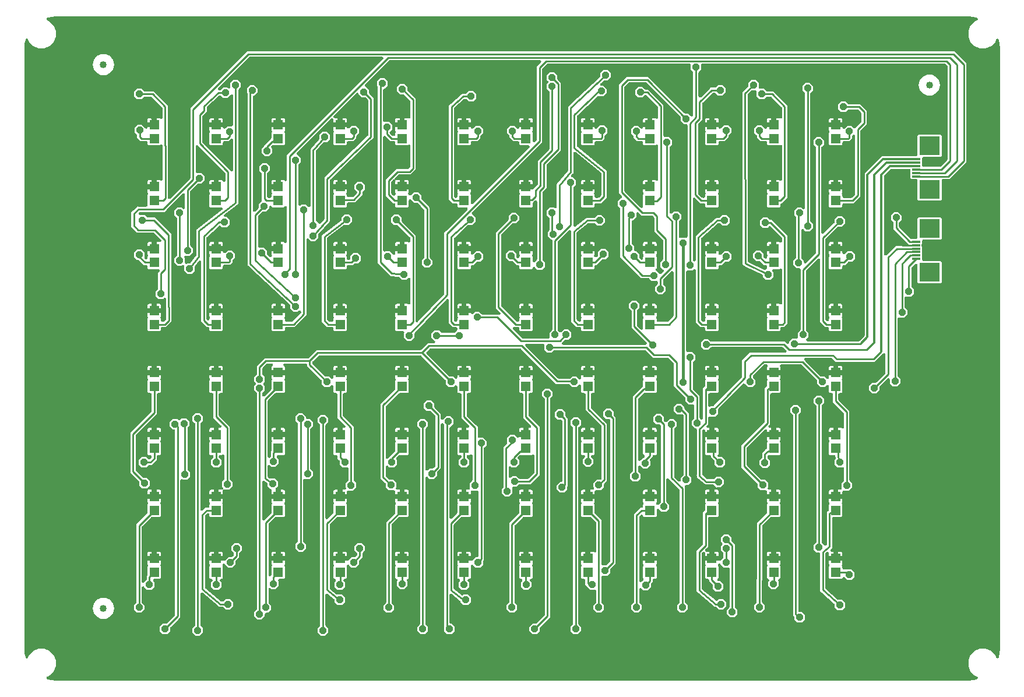
<source format=gbr>
G04 EAGLE Gerber RS-274X export*
G75*
%MOMM*%
%FSLAX34Y34*%
%LPD*%
%INTop Copper*%
%IPPOS*%
%AMOC8*
5,1,8,0,0,1.08239X$1,22.5*%
G01*
%ADD10R,1.450000X1.450000*%
%ADD11C,1.016000*%
%ADD12R,1.200000X0.300000*%
%ADD13R,3.000000X2.700000*%
%ADD14P,1.305795X8X22.500000*%
%ADD15C,0.254000*%
%ADD16P,1.099708X8X22.500000*%
%ADD17C,0.406400*%
%ADD18C,0.304800*%

G36*
X1377649Y5186D02*
X1377649Y5186D01*
X1377714Y5184D01*
X1382505Y5453D01*
X1382509Y5454D01*
X1382514Y5454D01*
X1382843Y5501D01*
X1388762Y6852D01*
X1388932Y6909D01*
X1389103Y6962D01*
X1389123Y6973D01*
X1389143Y6980D01*
X1389300Y7070D01*
X1389457Y7155D01*
X1389473Y7170D01*
X1389492Y7180D01*
X1389628Y7299D01*
X1389765Y7415D01*
X1389778Y7432D01*
X1389795Y7446D01*
X1389904Y7589D01*
X1390016Y7729D01*
X1390026Y7749D01*
X1390039Y7766D01*
X1390117Y7928D01*
X1390200Y8088D01*
X1390206Y8109D01*
X1390215Y8128D01*
X1390260Y8303D01*
X1390309Y8475D01*
X1390311Y8497D01*
X1390317Y8518D01*
X1390327Y8698D01*
X1390340Y8876D01*
X1390338Y8898D01*
X1390339Y8920D01*
X1390313Y9099D01*
X1390292Y9276D01*
X1390285Y9297D01*
X1390282Y9319D01*
X1390222Y9488D01*
X1390165Y9658D01*
X1390154Y9677D01*
X1390147Y9698D01*
X1390055Y9852D01*
X1389966Y10008D01*
X1389951Y10025D01*
X1389940Y10043D01*
X1389819Y10176D01*
X1389701Y10312D01*
X1389684Y10325D01*
X1389669Y10341D01*
X1389524Y10448D01*
X1389382Y10557D01*
X1389361Y10568D01*
X1389345Y10580D01*
X1389272Y10613D01*
X1389087Y10709D01*
X1385659Y12129D01*
X1379729Y18059D01*
X1376519Y25807D01*
X1376519Y34193D01*
X1379729Y41941D01*
X1385659Y47871D01*
X1393407Y51081D01*
X1401793Y51081D01*
X1409541Y47871D01*
X1415471Y41941D01*
X1416891Y38513D01*
X1416976Y38355D01*
X1417058Y38195D01*
X1417071Y38177D01*
X1417082Y38158D01*
X1417196Y38020D01*
X1417307Y37879D01*
X1417324Y37865D01*
X1417338Y37848D01*
X1417477Y37735D01*
X1417614Y37618D01*
X1417634Y37608D01*
X1417651Y37594D01*
X1417809Y37511D01*
X1417967Y37424D01*
X1417988Y37417D01*
X1418007Y37407D01*
X1418179Y37357D01*
X1418351Y37302D01*
X1418373Y37300D01*
X1418394Y37294D01*
X1418572Y37278D01*
X1418751Y37259D01*
X1418773Y37261D01*
X1418795Y37259D01*
X1418973Y37279D01*
X1419152Y37296D01*
X1419173Y37302D01*
X1419195Y37304D01*
X1419366Y37359D01*
X1419538Y37411D01*
X1419557Y37421D01*
X1419578Y37428D01*
X1419735Y37515D01*
X1419894Y37599D01*
X1419910Y37613D01*
X1419930Y37624D01*
X1420066Y37741D01*
X1420205Y37855D01*
X1420219Y37872D01*
X1420235Y37886D01*
X1420346Y38027D01*
X1420460Y38166D01*
X1420470Y38186D01*
X1420484Y38203D01*
X1420564Y38363D01*
X1420648Y38522D01*
X1420656Y38545D01*
X1420664Y38563D01*
X1420685Y38639D01*
X1420748Y38838D01*
X1422099Y44757D01*
X1422100Y44762D01*
X1422101Y44767D01*
X1422147Y45095D01*
X1422416Y49886D01*
X1422414Y49935D01*
X1422419Y50000D01*
X1422419Y924800D01*
X1422414Y924849D01*
X1422416Y924914D01*
X1422147Y929705D01*
X1422146Y929709D01*
X1422146Y929714D01*
X1422099Y930043D01*
X1420748Y935962D01*
X1420691Y936132D01*
X1420638Y936303D01*
X1420627Y936323D01*
X1420620Y936343D01*
X1420530Y936500D01*
X1420445Y936657D01*
X1420430Y936673D01*
X1420420Y936692D01*
X1420301Y936828D01*
X1420185Y936965D01*
X1420168Y936978D01*
X1420154Y936995D01*
X1420011Y937104D01*
X1419871Y937216D01*
X1419851Y937226D01*
X1419834Y937239D01*
X1419672Y937317D01*
X1419512Y937400D01*
X1419491Y937406D01*
X1419472Y937415D01*
X1419297Y937460D01*
X1419125Y937509D01*
X1419103Y937511D01*
X1419082Y937517D01*
X1418902Y937527D01*
X1418724Y937540D01*
X1418702Y937538D01*
X1418680Y937539D01*
X1418501Y937513D01*
X1418324Y937492D01*
X1418303Y937485D01*
X1418281Y937482D01*
X1418112Y937422D01*
X1417942Y937365D01*
X1417923Y937354D01*
X1417902Y937347D01*
X1417748Y937255D01*
X1417592Y937166D01*
X1417575Y937151D01*
X1417557Y937140D01*
X1417424Y937019D01*
X1417288Y936901D01*
X1417275Y936884D01*
X1417259Y936869D01*
X1417152Y936724D01*
X1417043Y936582D01*
X1417032Y936561D01*
X1417020Y936545D01*
X1416987Y936472D01*
X1416891Y936287D01*
X1415471Y932859D01*
X1409541Y926929D01*
X1401793Y923719D01*
X1393407Y923719D01*
X1385659Y926929D01*
X1379729Y932859D01*
X1376519Y940607D01*
X1376519Y948993D01*
X1379729Y956741D01*
X1385659Y962671D01*
X1389087Y964091D01*
X1389245Y964176D01*
X1389405Y964258D01*
X1389423Y964271D01*
X1389442Y964282D01*
X1389580Y964396D01*
X1389721Y964507D01*
X1389735Y964524D01*
X1389752Y964538D01*
X1389865Y964677D01*
X1389982Y964814D01*
X1389992Y964834D01*
X1390006Y964851D01*
X1390089Y965009D01*
X1390176Y965167D01*
X1390183Y965188D01*
X1390193Y965207D01*
X1390243Y965379D01*
X1390298Y965551D01*
X1390300Y965573D01*
X1390306Y965594D01*
X1390322Y965772D01*
X1390341Y965951D01*
X1390339Y965973D01*
X1390341Y965995D01*
X1390321Y966173D01*
X1390304Y966352D01*
X1390298Y966373D01*
X1390296Y966395D01*
X1390241Y966566D01*
X1390189Y966738D01*
X1390179Y966757D01*
X1390172Y966778D01*
X1390085Y966935D01*
X1390001Y967094D01*
X1389987Y967110D01*
X1389976Y967130D01*
X1389859Y967266D01*
X1389745Y967405D01*
X1389728Y967419D01*
X1389714Y967435D01*
X1389573Y967546D01*
X1389434Y967660D01*
X1389414Y967670D01*
X1389397Y967684D01*
X1389237Y967764D01*
X1389078Y967848D01*
X1389055Y967856D01*
X1389037Y967864D01*
X1388961Y967885D01*
X1388762Y967948D01*
X1382843Y969299D01*
X1382838Y969300D01*
X1382833Y969301D01*
X1382505Y969347D01*
X1377714Y969616D01*
X1377665Y969614D01*
X1377600Y969619D01*
X50000Y969619D01*
X49951Y969614D01*
X49886Y969616D01*
X45095Y969347D01*
X45091Y969346D01*
X45086Y969346D01*
X44757Y969299D01*
X38838Y967948D01*
X38668Y967891D01*
X38497Y967838D01*
X38477Y967827D01*
X38457Y967820D01*
X38301Y967730D01*
X38143Y967644D01*
X38127Y967630D01*
X38108Y967619D01*
X37973Y967501D01*
X37835Y967385D01*
X37822Y967368D01*
X37805Y967354D01*
X37696Y967211D01*
X37584Y967071D01*
X37574Y967051D01*
X37561Y967034D01*
X37482Y966871D01*
X37400Y966712D01*
X37394Y966691D01*
X37385Y966672D01*
X37339Y966497D01*
X37291Y966325D01*
X37289Y966303D01*
X37283Y966282D01*
X37273Y966102D01*
X37260Y965924D01*
X37262Y965902D01*
X37261Y965880D01*
X37287Y965702D01*
X37308Y965524D01*
X37315Y965503D01*
X37318Y965481D01*
X37378Y965312D01*
X37435Y965142D01*
X37446Y965123D01*
X37453Y965102D01*
X37545Y964948D01*
X37634Y964792D01*
X37649Y964775D01*
X37660Y964757D01*
X37780Y964624D01*
X37899Y964488D01*
X37916Y964475D01*
X37931Y964459D01*
X38076Y964352D01*
X38218Y964243D01*
X38239Y964232D01*
X38255Y964220D01*
X38327Y964187D01*
X38513Y964091D01*
X41941Y962671D01*
X47871Y956741D01*
X51081Y948993D01*
X51081Y940607D01*
X47871Y932859D01*
X41941Y926929D01*
X34193Y923719D01*
X25807Y923719D01*
X18059Y926929D01*
X12129Y932859D01*
X10709Y936287D01*
X10702Y936300D01*
X10698Y936311D01*
X10650Y936397D01*
X10624Y936445D01*
X10542Y936605D01*
X10529Y936623D01*
X10518Y936642D01*
X10404Y936780D01*
X10293Y936921D01*
X10276Y936935D01*
X10262Y936952D01*
X10123Y937065D01*
X9986Y937182D01*
X9966Y937192D01*
X9949Y937206D01*
X9791Y937289D01*
X9633Y937376D01*
X9612Y937383D01*
X9593Y937393D01*
X9421Y937443D01*
X9249Y937498D01*
X9227Y937500D01*
X9206Y937506D01*
X9028Y937522D01*
X8849Y937541D01*
X8827Y937539D01*
X8805Y937541D01*
X8627Y937521D01*
X8448Y937504D01*
X8427Y937498D01*
X8405Y937496D01*
X8234Y937441D01*
X8062Y937389D01*
X8043Y937379D01*
X8022Y937372D01*
X7865Y937285D01*
X7706Y937201D01*
X7690Y937187D01*
X7670Y937176D01*
X7534Y937059D01*
X7395Y936945D01*
X7381Y936928D01*
X7365Y936914D01*
X7254Y936773D01*
X7140Y936634D01*
X7130Y936614D01*
X7116Y936597D01*
X7036Y936437D01*
X6952Y936278D01*
X6944Y936255D01*
X6936Y936237D01*
X6915Y936161D01*
X6852Y935962D01*
X5501Y930043D01*
X5500Y930038D01*
X5499Y930033D01*
X5453Y929705D01*
X5184Y924914D01*
X5186Y924865D01*
X5181Y924800D01*
X5181Y50000D01*
X5186Y49951D01*
X5184Y49886D01*
X5453Y45095D01*
X5454Y45091D01*
X5454Y45086D01*
X5501Y44757D01*
X6852Y38838D01*
X6909Y38668D01*
X6962Y38497D01*
X6973Y38477D01*
X6980Y38457D01*
X7070Y38301D01*
X7156Y38143D01*
X7170Y38127D01*
X7181Y38108D01*
X7299Y37973D01*
X7415Y37835D01*
X7432Y37822D01*
X7446Y37805D01*
X7589Y37696D01*
X7729Y37584D01*
X7749Y37574D01*
X7766Y37561D01*
X7929Y37482D01*
X8088Y37400D01*
X8109Y37394D01*
X8128Y37385D01*
X8303Y37339D01*
X8475Y37291D01*
X8497Y37289D01*
X8518Y37283D01*
X8698Y37273D01*
X8876Y37260D01*
X8898Y37262D01*
X8920Y37261D01*
X9098Y37287D01*
X9276Y37308D01*
X9297Y37315D01*
X9319Y37318D01*
X9488Y37378D01*
X9658Y37435D01*
X9677Y37446D01*
X9698Y37453D01*
X9852Y37545D01*
X10008Y37634D01*
X10025Y37649D01*
X10043Y37660D01*
X10176Y37780D01*
X10312Y37899D01*
X10325Y37916D01*
X10341Y37931D01*
X10448Y38076D01*
X10557Y38218D01*
X10568Y38239D01*
X10580Y38255D01*
X10613Y38327D01*
X10709Y38513D01*
X12129Y41941D01*
X18059Y47871D01*
X25807Y51081D01*
X34193Y51081D01*
X41941Y47871D01*
X47871Y41941D01*
X51081Y34193D01*
X51081Y25807D01*
X47871Y18059D01*
X41941Y12129D01*
X39498Y11116D01*
X38513Y10709D01*
X38354Y10624D01*
X38195Y10542D01*
X38178Y10529D01*
X38158Y10518D01*
X38019Y10404D01*
X37879Y10293D01*
X37865Y10276D01*
X37848Y10262D01*
X37735Y10123D01*
X37618Y9986D01*
X37608Y9966D01*
X37594Y9949D01*
X37511Y9791D01*
X37424Y9633D01*
X37417Y9612D01*
X37407Y9593D01*
X37357Y9421D01*
X37302Y9249D01*
X37300Y9227D01*
X37294Y9206D01*
X37279Y9028D01*
X37259Y8849D01*
X37261Y8827D01*
X37259Y8805D01*
X37279Y8627D01*
X37296Y8448D01*
X37302Y8427D01*
X37304Y8405D01*
X37359Y8234D01*
X37411Y8062D01*
X37421Y8043D01*
X37428Y8022D01*
X37515Y7865D01*
X37599Y7707D01*
X37613Y7690D01*
X37624Y7670D01*
X37741Y7534D01*
X37855Y7395D01*
X37872Y7381D01*
X37886Y7365D01*
X38027Y7254D01*
X38166Y7140D01*
X38186Y7130D01*
X38203Y7116D01*
X38363Y7036D01*
X38522Y6952D01*
X38545Y6944D01*
X38563Y6936D01*
X38639Y6915D01*
X38838Y6852D01*
X44757Y5501D01*
X44762Y5500D01*
X44767Y5499D01*
X45095Y5453D01*
X49886Y5184D01*
X49935Y5186D01*
X50000Y5181D01*
X1377600Y5181D01*
X1377649Y5186D01*
G37*
%LPC*%
G36*
X343769Y94035D02*
X343769Y94035D01*
X339305Y98499D01*
X339305Y104813D01*
X342520Y108028D01*
X342537Y108048D01*
X342558Y108066D01*
X342665Y108204D01*
X342775Y108339D01*
X342788Y108363D01*
X342804Y108384D01*
X342882Y108541D01*
X342964Y108695D01*
X342972Y108720D01*
X342984Y108744D01*
X343029Y108914D01*
X343079Y109081D01*
X343081Y109107D01*
X343088Y109133D01*
X343115Y109464D01*
X343115Y422016D01*
X343113Y422043D01*
X343115Y422069D01*
X343093Y422243D01*
X343075Y422417D01*
X343068Y422442D01*
X343064Y422469D01*
X343009Y422634D01*
X342957Y422802D01*
X342944Y422825D01*
X342936Y422850D01*
X342849Y423002D01*
X342765Y423156D01*
X342748Y423176D01*
X342735Y423199D01*
X342520Y423452D01*
X339305Y426667D01*
X339305Y432981D01*
X341062Y434738D01*
X341074Y434751D01*
X341087Y434763D01*
X341201Y434907D01*
X341317Y435049D01*
X341326Y435065D01*
X341337Y435079D01*
X341420Y435243D01*
X341506Y435405D01*
X341511Y435422D01*
X341519Y435438D01*
X341569Y435615D01*
X341621Y435791D01*
X341622Y435809D01*
X341627Y435826D01*
X341641Y436009D01*
X341657Y436192D01*
X341655Y436210D01*
X341657Y436227D01*
X341634Y436409D01*
X341614Y436592D01*
X341608Y436609D01*
X341606Y436627D01*
X341548Y436800D01*
X341492Y436976D01*
X341484Y436992D01*
X341478Y437008D01*
X341386Y437168D01*
X341297Y437328D01*
X341286Y437342D01*
X341277Y437357D01*
X341062Y437610D01*
X339305Y439367D01*
X339305Y445681D01*
X342520Y448896D01*
X342537Y448916D01*
X342558Y448934D01*
X342665Y449072D01*
X342775Y449207D01*
X342788Y449231D01*
X342804Y449252D01*
X342882Y449409D01*
X342964Y449563D01*
X342972Y449588D01*
X342984Y449612D01*
X343029Y449782D01*
X343079Y449949D01*
X343081Y449975D01*
X343088Y450001D01*
X343115Y450332D01*
X343115Y461788D01*
X354530Y473203D01*
X417188Y473203D01*
X417215Y473205D01*
X417241Y473203D01*
X417415Y473225D01*
X417589Y473243D01*
X417614Y473250D01*
X417641Y473254D01*
X417807Y473309D01*
X417974Y473361D01*
X417997Y473374D01*
X418023Y473382D01*
X418174Y473469D01*
X418328Y473553D01*
X418348Y473570D01*
X418371Y473583D01*
X418624Y473798D01*
X429714Y484887D01*
X580274Y484887D01*
X580301Y484889D01*
X580327Y484887D01*
X580501Y484909D01*
X580675Y484927D01*
X580700Y484934D01*
X580727Y484938D01*
X580893Y484993D01*
X581060Y485045D01*
X581083Y485058D01*
X581109Y485066D01*
X581260Y485153D01*
X581414Y485237D01*
X581434Y485254D01*
X581457Y485267D01*
X581710Y485482D01*
X591276Y495047D01*
X599778Y495047D01*
X599787Y495048D01*
X599796Y495047D01*
X599988Y495068D01*
X600179Y495087D01*
X600187Y495089D01*
X600196Y495090D01*
X600378Y495148D01*
X600564Y495205D01*
X600572Y495209D01*
X600580Y495212D01*
X600748Y495305D01*
X600918Y495397D01*
X600924Y495402D01*
X600932Y495407D01*
X601079Y495531D01*
X601227Y495654D01*
X601233Y495661D01*
X601239Y495667D01*
X601358Y495818D01*
X601479Y495968D01*
X601483Y495976D01*
X601489Y495983D01*
X601577Y496156D01*
X601665Y496325D01*
X601667Y496334D01*
X601671Y496342D01*
X601723Y496528D01*
X601776Y496712D01*
X601777Y496721D01*
X601779Y496730D01*
X601793Y496923D01*
X601809Y497114D01*
X601808Y497122D01*
X601809Y497131D01*
X601784Y497324D01*
X601762Y497513D01*
X601759Y497522D01*
X601758Y497531D01*
X601697Y497714D01*
X601637Y497896D01*
X601633Y497904D01*
X601630Y497912D01*
X601534Y498079D01*
X601439Y498247D01*
X601434Y498254D01*
X601429Y498261D01*
X601214Y498514D01*
X596607Y503121D01*
X596607Y509435D01*
X601071Y513899D01*
X607385Y513899D01*
X610600Y510684D01*
X610620Y510667D01*
X610638Y510646D01*
X610776Y510539D01*
X610911Y510429D01*
X610935Y510416D01*
X610956Y510400D01*
X611113Y510322D01*
X611267Y510240D01*
X611292Y510232D01*
X611316Y510220D01*
X611486Y510175D01*
X611653Y510125D01*
X611679Y510123D01*
X611705Y510116D01*
X612036Y510089D01*
X629186Y510089D01*
X629213Y510091D01*
X629239Y510089D01*
X629413Y510111D01*
X629587Y510129D01*
X629612Y510136D01*
X629639Y510140D01*
X629804Y510195D01*
X629972Y510247D01*
X629995Y510260D01*
X630020Y510268D01*
X630172Y510355D01*
X630326Y510439D01*
X630346Y510456D01*
X630369Y510469D01*
X630622Y510684D01*
X633414Y513476D01*
X633431Y513496D01*
X633452Y513514D01*
X633559Y513652D01*
X633669Y513787D01*
X633682Y513811D01*
X633698Y513832D01*
X633776Y513989D01*
X633858Y514143D01*
X633866Y514168D01*
X633878Y514192D01*
X633923Y514362D01*
X633973Y514529D01*
X633975Y514555D01*
X633982Y514581D01*
X634009Y514912D01*
X634009Y516558D01*
X634007Y516576D01*
X634009Y516594D01*
X633988Y516776D01*
X633969Y516959D01*
X633964Y516976D01*
X633962Y516993D01*
X633905Y517168D01*
X633851Y517344D01*
X633843Y517359D01*
X633837Y517376D01*
X633747Y517536D01*
X633659Y517698D01*
X633648Y517711D01*
X633639Y517727D01*
X633519Y517866D01*
X633402Y518007D01*
X633388Y518018D01*
X633376Y518032D01*
X633231Y518144D01*
X633088Y518259D01*
X633072Y518267D01*
X633058Y518278D01*
X632893Y518360D01*
X632731Y518445D01*
X632714Y518450D01*
X632698Y518458D01*
X632519Y518505D01*
X632344Y518556D01*
X632326Y518558D01*
X632309Y518562D01*
X631978Y518589D01*
X627912Y518589D01*
X621499Y525002D01*
X621499Y557230D01*
X621495Y557268D01*
X621498Y557307D01*
X621475Y557468D01*
X621459Y557630D01*
X621448Y557667D01*
X621443Y557706D01*
X621389Y557859D01*
X621341Y558015D01*
X621323Y558049D01*
X621310Y558086D01*
X621227Y558226D01*
X621149Y558369D01*
X621125Y558399D01*
X621105Y558432D01*
X620996Y558554D01*
X620892Y558678D01*
X620862Y558703D01*
X620836Y558732D01*
X620705Y558829D01*
X620578Y558931D01*
X620544Y558949D01*
X620512Y558972D01*
X620365Y559041D01*
X620221Y559116D01*
X620183Y559127D01*
X620148Y559143D01*
X619990Y559183D01*
X619834Y559228D01*
X619795Y559231D01*
X619757Y559240D01*
X619595Y559247D01*
X619432Y559260D01*
X619394Y559256D01*
X619355Y559258D01*
X619194Y559233D01*
X619033Y559214D01*
X618996Y559201D01*
X618957Y559196D01*
X618805Y559139D01*
X618650Y559089D01*
X618616Y559070D01*
X618580Y559056D01*
X618441Y558971D01*
X618299Y558891D01*
X618270Y558865D01*
X618237Y558845D01*
X618013Y558644D01*
X617995Y558628D01*
X617993Y558625D01*
X617990Y558623D01*
X572524Y510408D01*
X572400Y510247D01*
X572282Y510094D01*
X572280Y510092D01*
X572278Y510089D01*
X572191Y509912D01*
X572102Y509734D01*
X572102Y509731D01*
X572100Y509728D01*
X572050Y509538D01*
X571998Y509345D01*
X571998Y509342D01*
X571997Y509339D01*
X571995Y509315D01*
X571971Y509014D01*
X571971Y503121D01*
X567507Y498657D01*
X561193Y498657D01*
X556729Y503121D01*
X556729Y509522D01*
X556789Y509637D01*
X556880Y509809D01*
X556883Y509817D01*
X556887Y509825D01*
X556940Y510010D01*
X556995Y510195D01*
X556996Y510204D01*
X556998Y510212D01*
X557014Y510404D01*
X557031Y510596D01*
X557030Y510605D01*
X557031Y510614D01*
X557009Y510804D01*
X556988Y510996D01*
X556985Y511004D01*
X556984Y511013D01*
X556924Y511197D01*
X556866Y511380D01*
X556862Y511388D01*
X556859Y511396D01*
X556764Y511564D01*
X556672Y511732D01*
X556666Y511739D01*
X556661Y511747D01*
X556536Y511892D01*
X556411Y512039D01*
X556404Y512045D01*
X556398Y512052D01*
X556247Y512169D01*
X556095Y512289D01*
X556087Y512293D01*
X556080Y512298D01*
X555908Y512384D01*
X555736Y512471D01*
X555728Y512474D01*
X555720Y512478D01*
X555533Y512528D01*
X555348Y512579D01*
X555340Y512580D01*
X555331Y512582D01*
X555000Y512609D01*
X545498Y512609D01*
X544009Y514098D01*
X544009Y530702D01*
X544286Y530979D01*
X544384Y531099D01*
X544488Y531214D01*
X544511Y531254D01*
X544541Y531290D01*
X544614Y531428D01*
X544692Y531561D01*
X544708Y531605D01*
X544730Y531646D01*
X544774Y531795D01*
X544825Y531941D01*
X544831Y531987D01*
X544844Y532032D01*
X544858Y532187D01*
X544879Y532340D01*
X544877Y532386D01*
X544881Y532433D01*
X544864Y532588D01*
X544854Y532742D01*
X544842Y532787D01*
X544837Y532833D01*
X544791Y532981D01*
X544751Y533131D01*
X544728Y533179D01*
X544716Y533217D01*
X544674Y533293D01*
X544609Y533431D01*
X544182Y534169D01*
X544009Y534815D01*
X544009Y538776D01*
X552207Y538776D01*
X552225Y538777D01*
X552242Y538776D01*
X552425Y538797D01*
X552607Y538816D01*
X552624Y538821D01*
X552642Y538823D01*
X552817Y538880D01*
X552992Y538934D01*
X553008Y538942D01*
X553025Y538948D01*
X553185Y539038D01*
X553346Y539125D01*
X553360Y539137D01*
X553376Y539146D01*
X553515Y539266D01*
X553656Y539383D01*
X553667Y539397D01*
X553680Y539409D01*
X553793Y539554D01*
X553908Y539697D01*
X553916Y539713D01*
X553927Y539727D01*
X554009Y539892D01*
X554093Y540054D01*
X554098Y540071D01*
X554106Y540087D01*
X554154Y540266D01*
X554205Y540441D01*
X554206Y540459D01*
X554211Y540476D01*
X554238Y540807D01*
X554238Y541962D01*
X555393Y541962D01*
X555411Y541964D01*
X555429Y541962D01*
X555611Y541984D01*
X555794Y542002D01*
X555811Y542007D01*
X555828Y542009D01*
X556003Y542066D01*
X556179Y542120D01*
X556194Y542128D01*
X556211Y542134D01*
X556371Y542224D01*
X556533Y542312D01*
X556546Y542323D01*
X556562Y542332D01*
X556701Y542452D01*
X556842Y542570D01*
X556853Y542583D01*
X556867Y542595D01*
X556979Y542740D01*
X557094Y542883D01*
X557102Y542899D01*
X557113Y542913D01*
X557195Y543078D01*
X557280Y543241D01*
X557285Y543258D01*
X557293Y543274D01*
X557340Y543452D01*
X557391Y543627D01*
X557393Y543645D01*
X557397Y543662D01*
X557424Y543993D01*
X557424Y552191D01*
X561385Y552191D01*
X562031Y552018D01*
X562826Y551558D01*
X562960Y551498D01*
X563089Y551431D01*
X563143Y551415D01*
X563193Y551392D01*
X563336Y551360D01*
X563476Y551319D01*
X563532Y551315D01*
X563586Y551302D01*
X563732Y551298D01*
X563878Y551286D01*
X563933Y551293D01*
X563988Y551291D01*
X564132Y551316D01*
X564277Y551333D01*
X564330Y551350D01*
X564385Y551360D01*
X564521Y551413D01*
X564660Y551458D01*
X564709Y551485D01*
X564760Y551505D01*
X564883Y551584D01*
X565011Y551656D01*
X565053Y551692D01*
X565100Y551722D01*
X565205Y551824D01*
X565316Y551919D01*
X565350Y551963D01*
X565389Y552002D01*
X565473Y552122D01*
X565562Y552237D01*
X565587Y552287D01*
X565619Y552333D01*
X565676Y552467D01*
X565742Y552598D01*
X565756Y552651D01*
X565778Y552702D01*
X565808Y552845D01*
X565846Y552987D01*
X565851Y553050D01*
X565861Y553096D01*
X565862Y553180D01*
X565873Y553317D01*
X565873Y588132D01*
X565872Y588141D01*
X565873Y588150D01*
X565852Y588342D01*
X565833Y588533D01*
X565831Y588541D01*
X565830Y588550D01*
X565772Y588732D01*
X565715Y588918D01*
X565711Y588926D01*
X565708Y588934D01*
X565615Y589102D01*
X565523Y589272D01*
X565518Y589278D01*
X565513Y589286D01*
X565389Y589433D01*
X565266Y589581D01*
X565259Y589587D01*
X565253Y589593D01*
X565102Y589712D01*
X564952Y589833D01*
X564944Y589837D01*
X564937Y589843D01*
X564764Y589931D01*
X564595Y590019D01*
X564586Y590021D01*
X564578Y590025D01*
X564392Y590077D01*
X564208Y590130D01*
X564199Y590131D01*
X564190Y590133D01*
X563997Y590147D01*
X563806Y590163D01*
X563798Y590162D01*
X563789Y590163D01*
X563596Y590138D01*
X563407Y590116D01*
X563398Y590113D01*
X563389Y590112D01*
X563206Y590051D01*
X563024Y589991D01*
X563016Y589987D01*
X563008Y589984D01*
X562841Y589888D01*
X562673Y589793D01*
X562666Y589788D01*
X562659Y589783D01*
X562406Y589568D01*
X559887Y587049D01*
X553573Y587049D01*
X549519Y591104D01*
X549421Y591184D01*
X549329Y591271D01*
X549266Y591311D01*
X549208Y591359D01*
X549096Y591418D01*
X548989Y591485D01*
X548918Y591512D01*
X548852Y591547D01*
X548731Y591583D01*
X548612Y591628D01*
X548526Y591644D01*
X548466Y591662D01*
X548393Y591669D01*
X548286Y591688D01*
X538940Y592627D01*
X538861Y592627D01*
X538737Y592637D01*
X537317Y592637D01*
X537278Y592662D01*
X537208Y592688D01*
X537161Y592713D01*
X536265Y593810D01*
X536209Y593866D01*
X536128Y593960D01*
X518629Y611460D01*
X518629Y867278D01*
X518627Y867305D01*
X518629Y867331D01*
X518607Y867505D01*
X518589Y867679D01*
X518582Y867704D01*
X518578Y867731D01*
X518523Y867896D01*
X518471Y868064D01*
X518458Y868087D01*
X518450Y868112D01*
X518363Y868264D01*
X518279Y868418D01*
X518262Y868438D01*
X518249Y868461D01*
X518034Y868714D01*
X517613Y869135D01*
X517613Y875449D01*
X522077Y879913D01*
X528391Y879913D01*
X532855Y875449D01*
X532855Y869135D01*
X528391Y864671D01*
X528282Y864671D01*
X528264Y864669D01*
X528246Y864671D01*
X528064Y864650D01*
X527881Y864631D01*
X527864Y864626D01*
X527847Y864624D01*
X527672Y864567D01*
X527496Y864513D01*
X527481Y864505D01*
X527464Y864499D01*
X527304Y864409D01*
X527142Y864321D01*
X527129Y864310D01*
X527113Y864301D01*
X526974Y864181D01*
X526833Y864064D01*
X526822Y864050D01*
X526808Y864038D01*
X526696Y863893D01*
X526581Y863750D01*
X526573Y863734D01*
X526562Y863720D01*
X526480Y863555D01*
X526395Y863393D01*
X526390Y863376D01*
X526382Y863360D01*
X526335Y863181D01*
X526284Y863006D01*
X526282Y862988D01*
X526278Y862971D01*
X526251Y862640D01*
X526251Y818698D01*
X526253Y818680D01*
X526251Y818662D01*
X526272Y818480D01*
X526291Y818297D01*
X526296Y818280D01*
X526298Y818263D01*
X526355Y818088D01*
X526409Y817912D01*
X526417Y817897D01*
X526423Y817880D01*
X526513Y817720D01*
X526601Y817558D01*
X526612Y817545D01*
X526621Y817529D01*
X526741Y817390D01*
X526858Y817249D01*
X526872Y817238D01*
X526884Y817224D01*
X527029Y817112D01*
X527172Y816997D01*
X527188Y816989D01*
X527202Y816978D01*
X527367Y816896D01*
X527529Y816811D01*
X527546Y816806D01*
X527562Y816798D01*
X527741Y816751D01*
X527916Y816700D01*
X527934Y816698D01*
X527951Y816694D01*
X528282Y816667D01*
X535011Y816667D01*
X539475Y812203D01*
X539475Y805889D01*
X536277Y802691D01*
X536265Y802677D01*
X536252Y802666D01*
X536138Y802522D01*
X536021Y802380D01*
X536013Y802364D01*
X536002Y802350D01*
X535919Y802186D01*
X535833Y802024D01*
X535828Y802007D01*
X535820Y801991D01*
X535770Y801814D01*
X535718Y801638D01*
X535716Y801620D01*
X535712Y801603D01*
X535698Y801420D01*
X535682Y801237D01*
X535684Y801219D01*
X535682Y801202D01*
X535705Y801019D01*
X535725Y800837D01*
X535730Y800820D01*
X535733Y800802D01*
X535791Y800628D01*
X535847Y800453D01*
X535855Y800437D01*
X535861Y800420D01*
X535952Y800262D01*
X536041Y800101D01*
X536053Y800087D01*
X536062Y800072D01*
X536277Y799819D01*
X539290Y796806D01*
X539310Y796789D01*
X539328Y796768D01*
X539466Y796662D01*
X539601Y796551D01*
X539625Y796538D01*
X539646Y796522D01*
X539802Y796444D01*
X539957Y796362D01*
X539982Y796354D01*
X540006Y796342D01*
X540175Y796297D01*
X540343Y796247D01*
X540369Y796245D01*
X540395Y796238D01*
X540726Y796211D01*
X541978Y796211D01*
X541996Y796213D01*
X542014Y796211D01*
X542196Y796232D01*
X542379Y796251D01*
X542396Y796256D01*
X542413Y796258D01*
X542588Y796315D01*
X542764Y796369D01*
X542779Y796377D01*
X542796Y796383D01*
X542956Y796473D01*
X543118Y796561D01*
X543131Y796572D01*
X543147Y796581D01*
X543286Y796701D01*
X543427Y796818D01*
X543438Y796832D01*
X543452Y796844D01*
X543564Y796989D01*
X543679Y797132D01*
X543687Y797148D01*
X543698Y797162D01*
X543780Y797327D01*
X543865Y797489D01*
X543870Y797506D01*
X543878Y797522D01*
X543925Y797701D01*
X543976Y797876D01*
X543978Y797894D01*
X543982Y797911D01*
X544009Y798242D01*
X544009Y800702D01*
X544286Y800979D01*
X544384Y801099D01*
X544488Y801214D01*
X544511Y801254D01*
X544541Y801290D01*
X544614Y801428D01*
X544692Y801561D01*
X544708Y801605D01*
X544730Y801646D01*
X544774Y801795D01*
X544825Y801941D01*
X544831Y801987D01*
X544844Y802032D01*
X544858Y802187D01*
X544879Y802340D01*
X544877Y802386D01*
X544881Y802433D01*
X544864Y802588D01*
X544854Y802742D01*
X544842Y802787D01*
X544837Y802833D01*
X544791Y802981D01*
X544751Y803131D01*
X544728Y803179D01*
X544716Y803217D01*
X544674Y803293D01*
X544609Y803431D01*
X544182Y804169D01*
X544009Y804815D01*
X544009Y808776D01*
X552207Y808776D01*
X552225Y808777D01*
X552242Y808776D01*
X552425Y808797D01*
X552607Y808816D01*
X552624Y808821D01*
X552642Y808823D01*
X552817Y808880D01*
X552992Y808934D01*
X553008Y808942D01*
X553025Y808948D01*
X553185Y809038D01*
X553346Y809125D01*
X553360Y809137D01*
X553376Y809146D01*
X553515Y809266D01*
X553656Y809383D01*
X553667Y809397D01*
X553680Y809409D01*
X553793Y809554D01*
X553908Y809697D01*
X553916Y809713D01*
X553927Y809727D01*
X554009Y809892D01*
X554093Y810054D01*
X554098Y810071D01*
X554106Y810087D01*
X554154Y810266D01*
X554205Y810441D01*
X554206Y810459D01*
X554211Y810476D01*
X554238Y810807D01*
X554238Y811962D01*
X555393Y811962D01*
X555411Y811964D01*
X555429Y811962D01*
X555611Y811984D01*
X555794Y812002D01*
X555811Y812007D01*
X555828Y812009D01*
X556003Y812066D01*
X556179Y812120D01*
X556194Y812128D01*
X556211Y812134D01*
X556371Y812224D01*
X556533Y812312D01*
X556546Y812323D01*
X556562Y812332D01*
X556701Y812452D01*
X556842Y812570D01*
X556853Y812583D01*
X556867Y812595D01*
X556979Y812740D01*
X557094Y812883D01*
X557102Y812899D01*
X557113Y812913D01*
X557195Y813078D01*
X557280Y813241D01*
X557285Y813258D01*
X557293Y813274D01*
X557340Y813452D01*
X557391Y813627D01*
X557393Y813645D01*
X557397Y813662D01*
X557424Y813993D01*
X557424Y822191D01*
X561385Y822191D01*
X562031Y822018D01*
X562826Y821558D01*
X562960Y821498D01*
X563089Y821431D01*
X563143Y821415D01*
X563193Y821392D01*
X563336Y821360D01*
X563476Y821319D01*
X563532Y821315D01*
X563586Y821302D01*
X563732Y821298D01*
X563878Y821286D01*
X563933Y821293D01*
X563988Y821291D01*
X564132Y821316D01*
X564277Y821333D01*
X564330Y821350D01*
X564385Y821360D01*
X564521Y821413D01*
X564660Y821458D01*
X564709Y821485D01*
X564760Y821505D01*
X564883Y821584D01*
X565011Y821656D01*
X565053Y821692D01*
X565100Y821722D01*
X565205Y821824D01*
X565316Y821919D01*
X565350Y821963D01*
X565389Y822002D01*
X565473Y822122D01*
X565562Y822237D01*
X565587Y822287D01*
X565619Y822333D01*
X565676Y822467D01*
X565742Y822598D01*
X565756Y822651D01*
X565778Y822702D01*
X565808Y822845D01*
X565846Y822987D01*
X565851Y823050D01*
X565861Y823096D01*
X565862Y823180D01*
X565873Y823317D01*
X565873Y846250D01*
X565871Y846277D01*
X565873Y846303D01*
X565851Y846477D01*
X565833Y846651D01*
X565826Y846676D01*
X565822Y846703D01*
X565767Y846869D01*
X565715Y847036D01*
X565702Y847059D01*
X565694Y847085D01*
X565607Y847236D01*
X565523Y847390D01*
X565506Y847410D01*
X565493Y847433D01*
X565278Y847686D01*
X556762Y856202D01*
X556742Y856219D01*
X556724Y856240D01*
X556586Y856347D01*
X556451Y856457D01*
X556427Y856470D01*
X556406Y856486D01*
X556249Y856564D01*
X556095Y856646D01*
X556070Y856654D01*
X556046Y856666D01*
X555876Y856711D01*
X555709Y856761D01*
X555683Y856763D01*
X555657Y856770D01*
X555326Y856797D01*
X550779Y856797D01*
X546315Y861261D01*
X546315Y867575D01*
X550779Y872039D01*
X557093Y872039D01*
X561557Y867575D01*
X561557Y863028D01*
X561559Y863001D01*
X561557Y862975D01*
X561579Y862801D01*
X561597Y862627D01*
X561604Y862602D01*
X561608Y862575D01*
X561663Y862409D01*
X561715Y862242D01*
X561728Y862219D01*
X561736Y862193D01*
X561823Y862042D01*
X561907Y861888D01*
X561924Y861868D01*
X561937Y861845D01*
X562152Y861592D01*
X573495Y850248D01*
X573495Y747722D01*
X569010Y743237D01*
X569010Y743236D01*
X566182Y740409D01*
X549536Y740409D01*
X549509Y740407D01*
X549483Y740409D01*
X549309Y740387D01*
X549135Y740369D01*
X549110Y740362D01*
X549083Y740358D01*
X548918Y740303D01*
X548750Y740251D01*
X548727Y740238D01*
X548701Y740230D01*
X548550Y740143D01*
X548396Y740059D01*
X548376Y740042D01*
X548353Y740029D01*
X548100Y739814D01*
X543735Y735450D01*
X543689Y735393D01*
X543636Y735343D01*
X543562Y735238D01*
X543480Y735139D01*
X543446Y735074D01*
X543404Y735014D01*
X543352Y734897D01*
X543292Y734783D01*
X543271Y734713D01*
X543241Y734646D01*
X543214Y734520D01*
X543177Y734397D01*
X543170Y734324D01*
X543155Y734253D01*
X543152Y734124D01*
X543141Y733996D01*
X543148Y733923D01*
X543147Y733850D01*
X543170Y733724D01*
X543184Y733596D01*
X543206Y733526D01*
X543219Y733454D01*
X543267Y733335D01*
X543305Y733212D01*
X543341Y733148D01*
X543368Y733080D01*
X543438Y732972D01*
X543500Y732860D01*
X543548Y732804D01*
X543588Y732742D01*
X543678Y732651D01*
X543761Y732553D01*
X543818Y732507D01*
X543870Y732455D01*
X543976Y732383D01*
X544077Y732303D01*
X544142Y732270D01*
X544203Y732229D01*
X544321Y732179D01*
X544436Y732121D01*
X544506Y732101D01*
X544574Y732073D01*
X544700Y732047D01*
X544823Y732013D01*
X544897Y732007D01*
X544968Y731993D01*
X545097Y731993D01*
X545225Y731983D01*
X545298Y731993D01*
X545371Y731993D01*
X545538Y732023D01*
X545624Y732034D01*
X545656Y732044D01*
X545697Y732052D01*
X546216Y732191D01*
X550176Y732191D01*
X550176Y726024D01*
X544009Y726024D01*
X544009Y729984D01*
X544148Y730503D01*
X544160Y730575D01*
X544181Y730645D01*
X544192Y730773D01*
X544213Y730900D01*
X544211Y730973D01*
X544217Y731046D01*
X544203Y731174D01*
X544199Y731302D01*
X544182Y731373D01*
X544174Y731446D01*
X544135Y731569D01*
X544105Y731694D01*
X544074Y731760D01*
X544052Y731830D01*
X543990Y731942D01*
X543936Y732059D01*
X543893Y732118D01*
X543857Y732183D01*
X543774Y732281D01*
X543698Y732384D01*
X543644Y732434D01*
X543597Y732490D01*
X543496Y732569D01*
X543401Y732656D01*
X543339Y732694D01*
X543281Y732739D01*
X543167Y732797D01*
X543056Y732864D01*
X542987Y732888D01*
X542922Y732921D01*
X542798Y732956D01*
X542677Y732999D01*
X542605Y733010D01*
X542534Y733029D01*
X542406Y733039D01*
X542279Y733057D01*
X542206Y733053D01*
X542133Y733059D01*
X542005Y733043D01*
X541877Y733036D01*
X541806Y733018D01*
X541733Y733008D01*
X541611Y732967D01*
X541487Y732935D01*
X541421Y732904D01*
X541352Y732880D01*
X541240Y732816D01*
X541125Y732760D01*
X541066Y732716D01*
X541003Y732679D01*
X540874Y732570D01*
X540804Y732517D01*
X540782Y732492D01*
X540750Y732465D01*
X538822Y730536D01*
X538805Y730516D01*
X538784Y730498D01*
X538678Y730360D01*
X538567Y730225D01*
X538554Y730201D01*
X538538Y730180D01*
X538460Y730024D01*
X538378Y729869D01*
X538370Y729844D01*
X538358Y729820D01*
X538313Y729650D01*
X538263Y729483D01*
X538261Y729457D01*
X538254Y729431D01*
X538227Y729100D01*
X538227Y713112D01*
X538229Y713085D01*
X538227Y713059D01*
X538249Y712885D01*
X538267Y712711D01*
X538274Y712686D01*
X538278Y712659D01*
X538334Y712493D01*
X538385Y712326D01*
X538397Y712303D01*
X538406Y712277D01*
X538493Y712126D01*
X538577Y711972D01*
X538594Y711952D01*
X538607Y711929D01*
X538822Y711676D01*
X540542Y709955D01*
X540549Y709950D01*
X540554Y709943D01*
X540704Y709823D01*
X540853Y709700D01*
X540861Y709696D01*
X540868Y709691D01*
X541038Y709602D01*
X541209Y709512D01*
X541218Y709509D01*
X541225Y709505D01*
X541410Y709452D01*
X541595Y709397D01*
X541604Y709396D01*
X541612Y709394D01*
X541803Y709378D01*
X541996Y709361D01*
X542005Y709362D01*
X542014Y709361D01*
X542203Y709383D01*
X542396Y709404D01*
X542405Y709407D01*
X542413Y709408D01*
X542595Y709467D01*
X542780Y709525D01*
X542788Y709530D01*
X542796Y709533D01*
X542963Y709627D01*
X543132Y709720D01*
X543139Y709726D01*
X543147Y709730D01*
X543292Y709856D01*
X543439Y709981D01*
X543445Y709988D01*
X543452Y709994D01*
X543568Y710144D01*
X543689Y710297D01*
X543693Y710305D01*
X543698Y710312D01*
X543777Y710470D01*
X544286Y710979D01*
X544384Y711099D01*
X544488Y711214D01*
X544511Y711254D01*
X544541Y711290D01*
X544614Y711428D01*
X544692Y711561D01*
X544708Y711605D01*
X544730Y711646D01*
X544774Y711795D01*
X544825Y711941D01*
X544831Y711987D01*
X544844Y712032D01*
X544858Y712187D01*
X544879Y712340D01*
X544877Y712386D01*
X544881Y712433D01*
X544864Y712588D01*
X544854Y712742D01*
X544842Y712787D01*
X544837Y712833D01*
X544791Y712981D01*
X544751Y713131D01*
X544728Y713179D01*
X544716Y713217D01*
X544674Y713293D01*
X544609Y713431D01*
X544182Y714169D01*
X544009Y714815D01*
X544009Y718776D01*
X552207Y718776D01*
X552225Y718777D01*
X552242Y718776D01*
X552425Y718797D01*
X552607Y718816D01*
X552624Y718821D01*
X552642Y718823D01*
X552817Y718880D01*
X552992Y718934D01*
X553008Y718942D01*
X553025Y718948D01*
X553185Y719038D01*
X553346Y719125D01*
X553360Y719137D01*
X553376Y719146D01*
X553515Y719266D01*
X553656Y719383D01*
X553667Y719397D01*
X553680Y719409D01*
X553793Y719554D01*
X553799Y719561D01*
X553852Y719499D01*
X553970Y719358D01*
X553983Y719347D01*
X553995Y719333D01*
X554140Y719221D01*
X554283Y719106D01*
X554299Y719098D01*
X554313Y719087D01*
X554478Y719005D01*
X554641Y718920D01*
X554658Y718915D01*
X554674Y718907D01*
X554852Y718859D01*
X555027Y718809D01*
X555045Y718807D01*
X555062Y718803D01*
X555393Y718776D01*
X563591Y718776D01*
X563591Y714815D01*
X563418Y714169D01*
X562991Y713431D01*
X562928Y713290D01*
X562857Y713151D01*
X562845Y713106D01*
X562826Y713064D01*
X562791Y712913D01*
X562749Y712764D01*
X562746Y712717D01*
X562735Y712672D01*
X562731Y712517D01*
X562720Y712362D01*
X562726Y712316D01*
X562724Y712269D01*
X562751Y712116D01*
X562770Y711963D01*
X562785Y711918D01*
X562793Y711872D01*
X562849Y711728D01*
X562898Y711581D01*
X562922Y711541D01*
X562939Y711497D01*
X563022Y711367D01*
X563099Y711232D01*
X563134Y711192D01*
X563155Y711158D01*
X563215Y711096D01*
X563314Y710979D01*
X564108Y710186D01*
X564121Y710174D01*
X564133Y710161D01*
X564277Y710047D01*
X564419Y709930D01*
X564435Y709922D01*
X564449Y709911D01*
X564613Y709827D01*
X564775Y709742D01*
X564792Y709737D01*
X564808Y709729D01*
X564985Y709679D01*
X565161Y709627D01*
X565178Y709625D01*
X565196Y709621D01*
X565379Y709607D01*
X565562Y709591D01*
X565579Y709593D01*
X565597Y709591D01*
X565779Y709614D01*
X565962Y709634D01*
X565979Y709639D01*
X565997Y709642D01*
X566170Y709700D01*
X566346Y709756D01*
X566361Y709764D01*
X566378Y709770D01*
X566538Y709862D01*
X566698Y709950D01*
X566712Y709962D01*
X566727Y709971D01*
X566980Y710186D01*
X571353Y714559D01*
X577667Y714559D01*
X582131Y710095D01*
X582131Y705102D01*
X582149Y704915D01*
X582166Y704727D01*
X582169Y704715D01*
X582171Y704701D01*
X582226Y704522D01*
X582279Y704341D01*
X582285Y704329D01*
X582289Y704316D01*
X582378Y704151D01*
X582466Y703985D01*
X582475Y703973D01*
X582481Y703962D01*
X582522Y703912D01*
X582670Y703723D01*
X592725Y692845D01*
X592751Y692821D01*
X592780Y692787D01*
X593877Y691690D01*
X593816Y690139D01*
X593818Y690104D01*
X593815Y690059D01*
X593815Y620258D01*
X593817Y620231D01*
X593815Y620205D01*
X593837Y620031D01*
X593855Y619857D01*
X593862Y619832D01*
X593866Y619805D01*
X593921Y619640D01*
X593973Y619472D01*
X593986Y619449D01*
X593994Y619424D01*
X594081Y619272D01*
X594165Y619118D01*
X594182Y619098D01*
X594195Y619075D01*
X594410Y618822D01*
X597625Y615607D01*
X597625Y609293D01*
X593161Y604829D01*
X586847Y604829D01*
X582383Y609293D01*
X582383Y615607D01*
X585598Y618822D01*
X585615Y618842D01*
X585636Y618860D01*
X585743Y618998D01*
X585853Y619133D01*
X585866Y619157D01*
X585882Y619178D01*
X585960Y619335D01*
X586042Y619489D01*
X586050Y619514D01*
X586062Y619538D01*
X586107Y619708D01*
X586157Y619875D01*
X586159Y619901D01*
X586166Y619927D01*
X586193Y620258D01*
X586193Y687888D01*
X586175Y688075D01*
X586158Y688262D01*
X586155Y688275D01*
X586153Y688288D01*
X586098Y688467D01*
X586045Y688649D01*
X586039Y688661D01*
X586035Y688673D01*
X585946Y688839D01*
X585858Y689005D01*
X585849Y689017D01*
X585843Y689027D01*
X585802Y689078D01*
X585654Y689266D01*
X576967Y698665D01*
X576918Y698709D01*
X576874Y698760D01*
X576767Y698842D01*
X576666Y698932D01*
X576608Y698965D01*
X576556Y699006D01*
X576435Y699066D01*
X576318Y699134D01*
X576255Y699156D01*
X576195Y699186D01*
X576065Y699221D01*
X575937Y699264D01*
X575871Y699273D01*
X575806Y699290D01*
X575623Y699305D01*
X575538Y699316D01*
X575510Y699314D01*
X575476Y699317D01*
X571353Y699317D01*
X567058Y703612D01*
X567051Y703618D01*
X567046Y703625D01*
X566896Y703745D01*
X566747Y703867D01*
X566739Y703872D01*
X566732Y703877D01*
X566562Y703966D01*
X566391Y704056D01*
X566382Y704059D01*
X566375Y704063D01*
X566190Y704116D01*
X566005Y704171D01*
X565996Y704172D01*
X565988Y704174D01*
X565796Y704190D01*
X565604Y704207D01*
X565595Y704206D01*
X565586Y704207D01*
X565397Y704185D01*
X565204Y704164D01*
X565195Y704161D01*
X565187Y704160D01*
X565005Y704101D01*
X564820Y704042D01*
X564812Y704038D01*
X564804Y704035D01*
X564635Y703940D01*
X564468Y703848D01*
X564461Y703842D01*
X564453Y703837D01*
X564307Y703711D01*
X564161Y703587D01*
X564155Y703580D01*
X564148Y703574D01*
X564031Y703423D01*
X563911Y703271D01*
X563907Y703263D01*
X563902Y703256D01*
X563816Y703084D01*
X563729Y702912D01*
X563726Y702904D01*
X563722Y702896D01*
X563672Y702710D01*
X563621Y702524D01*
X563620Y702515D01*
X563618Y702507D01*
X563591Y702176D01*
X563591Y694098D01*
X562102Y692609D01*
X545498Y692609D01*
X544009Y694098D01*
X544009Y696558D01*
X544007Y696576D01*
X544009Y696594D01*
X543988Y696776D01*
X543969Y696959D01*
X543964Y696976D01*
X543962Y696993D01*
X543905Y697168D01*
X543851Y697344D01*
X543843Y697359D01*
X543837Y697376D01*
X543747Y697536D01*
X543659Y697698D01*
X543648Y697711D01*
X543639Y697727D01*
X543519Y697866D01*
X543402Y698007D01*
X543388Y698018D01*
X543376Y698032D01*
X543231Y698144D01*
X543088Y698259D01*
X543072Y698267D01*
X543058Y698278D01*
X542893Y698360D01*
X542731Y698445D01*
X542714Y698450D01*
X542698Y698458D01*
X542519Y698505D01*
X542344Y698556D01*
X542326Y698558D01*
X542309Y698562D01*
X541978Y698589D01*
X541130Y698589D01*
X530605Y709114D01*
X530605Y733098D01*
X545538Y748031D01*
X562184Y748031D01*
X562211Y748033D01*
X562238Y748031D01*
X562412Y748053D01*
X562585Y748071D01*
X562610Y748078D01*
X562637Y748082D01*
X562803Y748138D01*
X562970Y748189D01*
X562993Y748202D01*
X563019Y748210D01*
X563170Y748297D01*
X563324Y748381D01*
X563344Y748398D01*
X563368Y748411D01*
X563621Y748626D01*
X565278Y750284D01*
X565295Y750304D01*
X565316Y750322D01*
X565422Y750460D01*
X565533Y750595D01*
X565546Y750619D01*
X565562Y750640D01*
X565640Y750796D01*
X565722Y750951D01*
X565730Y750976D01*
X565742Y751000D01*
X565787Y751169D01*
X565837Y751337D01*
X565839Y751363D01*
X565846Y751389D01*
X565873Y751720D01*
X565873Y781476D01*
X565872Y781485D01*
X565873Y781494D01*
X565852Y781686D01*
X565833Y781877D01*
X565831Y781885D01*
X565830Y781894D01*
X565772Y782077D01*
X565715Y782262D01*
X565711Y782270D01*
X565708Y782278D01*
X565616Y782445D01*
X565523Y782616D01*
X565518Y782623D01*
X565513Y782631D01*
X565388Y782778D01*
X565266Y782925D01*
X565259Y782931D01*
X565253Y782938D01*
X565101Y783058D01*
X564952Y783177D01*
X564944Y783182D01*
X564937Y783187D01*
X564764Y783275D01*
X564595Y783363D01*
X564586Y783365D01*
X564578Y783369D01*
X564393Y783421D01*
X564208Y783474D01*
X564199Y783475D01*
X564190Y783477D01*
X563998Y783492D01*
X563806Y783507D01*
X563798Y783506D01*
X563789Y783507D01*
X563597Y783483D01*
X563407Y783460D01*
X563398Y783458D01*
X563389Y783456D01*
X563207Y783395D01*
X563024Y783335D01*
X563016Y783331D01*
X563008Y783328D01*
X562840Y783232D01*
X562673Y783138D01*
X562666Y783132D01*
X562659Y783127D01*
X562406Y782913D01*
X562102Y782609D01*
X545498Y782609D01*
X544009Y784098D01*
X544009Y786558D01*
X544007Y786576D01*
X544009Y786594D01*
X543988Y786776D01*
X543969Y786959D01*
X543964Y786976D01*
X543962Y786993D01*
X543905Y787168D01*
X543851Y787344D01*
X543843Y787359D01*
X543837Y787376D01*
X543747Y787536D01*
X543659Y787698D01*
X543648Y787711D01*
X543639Y787727D01*
X543519Y787866D01*
X543402Y788007D01*
X543388Y788018D01*
X543376Y788032D01*
X543231Y788144D01*
X543088Y788259D01*
X543072Y788267D01*
X543058Y788278D01*
X542893Y788360D01*
X542731Y788445D01*
X542714Y788450D01*
X542698Y788458D01*
X542519Y788505D01*
X542344Y788556D01*
X542326Y788558D01*
X542309Y788562D01*
X541978Y788589D01*
X536728Y788589D01*
X529718Y795599D01*
X529711Y795604D01*
X529706Y795611D01*
X529556Y795731D01*
X529407Y795854D01*
X529399Y795858D01*
X529392Y795863D01*
X529222Y795952D01*
X529051Y796042D01*
X529042Y796045D01*
X529035Y796049D01*
X528850Y796102D01*
X528665Y796157D01*
X528656Y796158D01*
X528648Y796160D01*
X528456Y796176D01*
X528264Y796193D01*
X528255Y796192D01*
X528246Y796193D01*
X528057Y796171D01*
X527864Y796150D01*
X527855Y796147D01*
X527847Y796146D01*
X527665Y796087D01*
X527480Y796029D01*
X527472Y796024D01*
X527464Y796021D01*
X527295Y795926D01*
X527128Y795834D01*
X527121Y795828D01*
X527113Y795824D01*
X526967Y795698D01*
X526821Y795573D01*
X526815Y795566D01*
X526808Y795560D01*
X526691Y795409D01*
X526571Y795257D01*
X526567Y795249D01*
X526562Y795242D01*
X526476Y795070D01*
X526389Y794898D01*
X526386Y794890D01*
X526382Y794882D01*
X526332Y794695D01*
X526281Y794510D01*
X526280Y794502D01*
X526278Y794493D01*
X526251Y794162D01*
X526251Y630164D01*
X526252Y630155D01*
X526251Y630146D01*
X526271Y629956D01*
X526291Y629763D01*
X526293Y629755D01*
X526294Y629746D01*
X526352Y629563D01*
X526409Y629378D01*
X526413Y629371D01*
X526416Y629362D01*
X526509Y629193D01*
X526601Y629024D01*
X526606Y629018D01*
X526611Y629010D01*
X526735Y628863D01*
X526858Y628715D01*
X526865Y628709D01*
X526871Y628703D01*
X527022Y628583D01*
X527172Y628463D01*
X527180Y628459D01*
X527187Y628453D01*
X527360Y628365D01*
X527529Y628277D01*
X527538Y628275D01*
X527546Y628271D01*
X527733Y628219D01*
X527916Y628166D01*
X527925Y628165D01*
X527934Y628163D01*
X528126Y628149D01*
X528318Y628133D01*
X528326Y628134D01*
X528335Y628133D01*
X528527Y628158D01*
X528717Y628180D01*
X528726Y628183D01*
X528735Y628184D01*
X528917Y628245D01*
X529100Y628305D01*
X529108Y628309D01*
X529116Y628312D01*
X529284Y628408D01*
X529451Y628503D01*
X529458Y628508D01*
X529465Y628513D01*
X529694Y628707D01*
X536011Y628707D01*
X540542Y624176D01*
X540549Y624170D01*
X540554Y624163D01*
X540704Y624043D01*
X540853Y623921D01*
X540861Y623916D01*
X540868Y623911D01*
X541038Y623822D01*
X541209Y623732D01*
X541218Y623729D01*
X541225Y623725D01*
X541410Y623672D01*
X541595Y623617D01*
X541604Y623616D01*
X541612Y623614D01*
X541804Y623598D01*
X541996Y623581D01*
X542005Y623582D01*
X542014Y623581D01*
X542203Y623603D01*
X542396Y623624D01*
X542405Y623627D01*
X542413Y623628D01*
X542595Y623687D01*
X542780Y623746D01*
X542788Y623750D01*
X542796Y623753D01*
X542965Y623848D01*
X543132Y623940D01*
X543139Y623946D01*
X543147Y623951D01*
X543293Y624077D01*
X543439Y624201D01*
X543445Y624208D01*
X543452Y624214D01*
X543569Y624365D01*
X543689Y624517D01*
X543693Y624525D01*
X543698Y624532D01*
X543783Y624703D01*
X543871Y624876D01*
X543874Y624884D01*
X543878Y624892D01*
X543927Y625078D01*
X543979Y625264D01*
X543980Y625273D01*
X543982Y625281D01*
X544009Y625612D01*
X544009Y628776D01*
X552207Y628776D01*
X552225Y628777D01*
X552242Y628776D01*
X552425Y628797D01*
X552607Y628816D01*
X552624Y628821D01*
X552642Y628823D01*
X552817Y628880D01*
X552992Y628934D01*
X553008Y628942D01*
X553025Y628948D01*
X553185Y629038D01*
X553346Y629125D01*
X553360Y629137D01*
X553376Y629146D01*
X553515Y629266D01*
X553656Y629383D01*
X553667Y629397D01*
X553680Y629409D01*
X553793Y629554D01*
X553908Y629697D01*
X553916Y629713D01*
X553927Y629727D01*
X554009Y629892D01*
X554093Y630054D01*
X554098Y630071D01*
X554106Y630087D01*
X554154Y630266D01*
X554205Y630441D01*
X554206Y630459D01*
X554211Y630476D01*
X554238Y630807D01*
X554238Y631962D01*
X555393Y631962D01*
X555411Y631964D01*
X555429Y631962D01*
X555611Y631984D01*
X555794Y632002D01*
X555811Y632007D01*
X555828Y632009D01*
X556003Y632066D01*
X556179Y632120D01*
X556194Y632128D01*
X556211Y632134D01*
X556371Y632224D01*
X556533Y632312D01*
X556546Y632323D01*
X556562Y632332D01*
X556701Y632452D01*
X556842Y632570D01*
X556853Y632583D01*
X556867Y632595D01*
X556979Y632740D01*
X557094Y632883D01*
X557102Y632899D01*
X557113Y632913D01*
X557195Y633078D01*
X557280Y633241D01*
X557285Y633258D01*
X557293Y633274D01*
X557340Y633452D01*
X557391Y633627D01*
X557393Y633645D01*
X557397Y633662D01*
X557424Y633993D01*
X557424Y642191D01*
X561385Y642191D01*
X562031Y642018D01*
X562826Y641558D01*
X562960Y641498D01*
X563089Y641431D01*
X563143Y641415D01*
X563193Y641392D01*
X563336Y641360D01*
X563476Y641319D01*
X563532Y641315D01*
X563586Y641302D01*
X563732Y641298D01*
X563878Y641286D01*
X563933Y641293D01*
X563988Y641291D01*
X564132Y641316D01*
X564277Y641333D01*
X564330Y641350D01*
X564385Y641360D01*
X564521Y641413D01*
X564660Y641458D01*
X564709Y641485D01*
X564760Y641505D01*
X564883Y641584D01*
X565011Y641656D01*
X565053Y641692D01*
X565100Y641722D01*
X565205Y641824D01*
X565316Y641919D01*
X565350Y641963D01*
X565389Y642002D01*
X565473Y642122D01*
X565562Y642237D01*
X565587Y642287D01*
X565619Y642333D01*
X565676Y642467D01*
X565742Y642598D01*
X565756Y642651D01*
X565778Y642702D01*
X565808Y642845D01*
X565846Y642987D01*
X565851Y643050D01*
X565861Y643096D01*
X565862Y643180D01*
X565873Y643317D01*
X565873Y647622D01*
X565871Y647649D01*
X565873Y647676D01*
X565851Y647849D01*
X565833Y648023D01*
X565826Y648048D01*
X565822Y648075D01*
X565766Y648241D01*
X565715Y648408D01*
X565702Y648431D01*
X565694Y648457D01*
X565607Y648608D01*
X565523Y648762D01*
X565506Y648782D01*
X565493Y648806D01*
X565278Y649059D01*
X548380Y665956D01*
X548360Y665973D01*
X548342Y665994D01*
X548204Y666101D01*
X548069Y666211D01*
X548045Y666224D01*
X548024Y666240D01*
X547867Y666318D01*
X547713Y666400D01*
X547688Y666408D01*
X547664Y666420D01*
X547494Y666465D01*
X547327Y666515D01*
X547301Y666517D01*
X547275Y666524D01*
X546944Y666551D01*
X542397Y666551D01*
X537933Y671015D01*
X537933Y677329D01*
X542397Y681793D01*
X548711Y681793D01*
X553175Y677329D01*
X553175Y672782D01*
X553177Y672755D01*
X553175Y672729D01*
X553197Y672555D01*
X553215Y672381D01*
X553222Y672356D01*
X553226Y672329D01*
X553281Y672163D01*
X553333Y671996D01*
X553346Y671973D01*
X553354Y671947D01*
X553441Y671796D01*
X553525Y671642D01*
X553542Y671622D01*
X553555Y671599D01*
X553770Y671346D01*
X570667Y654448D01*
X570668Y654448D01*
X573495Y651620D01*
X573495Y527661D01*
X573499Y527622D01*
X573496Y527584D01*
X573519Y527422D01*
X573535Y527260D01*
X573546Y527223D01*
X573551Y527185D01*
X573605Y527031D01*
X573653Y526875D01*
X573671Y526841D01*
X573684Y526805D01*
X573767Y526665D01*
X573845Y526521D01*
X573869Y526492D01*
X573889Y526458D01*
X573998Y526337D01*
X574102Y526212D01*
X574133Y526188D01*
X574158Y526159D01*
X574289Y526062D01*
X574416Y525960D01*
X574450Y525942D01*
X574482Y525919D01*
X574629Y525849D01*
X574773Y525774D01*
X574811Y525764D01*
X574846Y525747D01*
X575004Y525708D01*
X575160Y525663D01*
X575199Y525660D01*
X575237Y525650D01*
X575399Y525643D01*
X575562Y525630D01*
X575600Y525635D01*
X575639Y525633D01*
X575800Y525658D01*
X575961Y525677D01*
X575998Y525689D01*
X576037Y525695D01*
X576189Y525751D01*
X576344Y525802D01*
X576378Y525821D01*
X576414Y525834D01*
X576553Y525920D01*
X576695Y526000D01*
X576724Y526025D01*
X576757Y526045D01*
X576981Y526247D01*
X576999Y526263D01*
X577001Y526265D01*
X577004Y526267D01*
X614596Y566132D01*
X614718Y566291D01*
X614838Y566446D01*
X614840Y566449D01*
X614842Y566451D01*
X614929Y566628D01*
X615018Y566807D01*
X615018Y566810D01*
X615020Y566812D01*
X615069Y566998D01*
X615122Y567195D01*
X615122Y567199D01*
X615123Y567202D01*
X615125Y567225D01*
X615149Y567526D01*
X615149Y655757D01*
X617976Y658584D01*
X617977Y658584D01*
X648534Y689142D01*
X648540Y689149D01*
X648546Y689154D01*
X648667Y689304D01*
X648789Y689453D01*
X648793Y689461D01*
X648799Y689468D01*
X648888Y689639D01*
X648978Y689809D01*
X648980Y689817D01*
X648984Y689825D01*
X649038Y690011D01*
X649092Y690195D01*
X649093Y690204D01*
X649096Y690212D01*
X649111Y690404D01*
X649129Y690596D01*
X649128Y690605D01*
X649128Y690614D01*
X649106Y690803D01*
X649085Y690996D01*
X649083Y691005D01*
X649082Y691013D01*
X649023Y691193D01*
X648964Y691380D01*
X648960Y691388D01*
X648957Y691396D01*
X648862Y691565D01*
X648769Y691732D01*
X648763Y691739D01*
X648759Y691747D01*
X648633Y691893D01*
X648509Y692039D01*
X648501Y692045D01*
X648496Y692052D01*
X648344Y692169D01*
X648193Y692289D01*
X648185Y692293D01*
X648178Y692298D01*
X648005Y692384D01*
X647834Y692471D01*
X647825Y692474D01*
X647817Y692478D01*
X647631Y692528D01*
X647446Y692579D01*
X647437Y692580D01*
X647428Y692582D01*
X647098Y692609D01*
X635498Y692609D01*
X634009Y694098D01*
X634009Y696558D01*
X634007Y696576D01*
X634009Y696594D01*
X633988Y696776D01*
X633969Y696959D01*
X633964Y696976D01*
X633962Y696993D01*
X633905Y697168D01*
X633851Y697344D01*
X633843Y697359D01*
X633837Y697376D01*
X633747Y697536D01*
X633659Y697698D01*
X633648Y697711D01*
X633639Y697727D01*
X633519Y697866D01*
X633402Y698007D01*
X633388Y698018D01*
X633376Y698032D01*
X633231Y698144D01*
X633088Y698259D01*
X633072Y698267D01*
X633058Y698278D01*
X632893Y698360D01*
X632731Y698445D01*
X632714Y698450D01*
X632698Y698458D01*
X632519Y698505D01*
X632344Y698556D01*
X632326Y698558D01*
X632309Y698562D01*
X631978Y698589D01*
X627744Y698589D01*
X622007Y704326D01*
X622007Y836816D01*
X621991Y836978D01*
X621981Y837140D01*
X621971Y837178D01*
X621967Y837216D01*
X621920Y837372D01*
X621898Y837452D01*
X622003Y839076D01*
X622001Y839131D01*
X622007Y839206D01*
X622007Y840742D01*
X623161Y841756D01*
X623199Y841797D01*
X623257Y841846D01*
X624396Y842985D01*
X624401Y842987D01*
X624544Y843064D01*
X624690Y843136D01*
X624725Y843162D01*
X624755Y843179D01*
X624822Y843234D01*
X624957Y843334D01*
X639925Y856488D01*
X639963Y856529D01*
X640021Y856578D01*
X641107Y857664D01*
X642640Y857565D01*
X642695Y857567D01*
X642770Y857561D01*
X646204Y857561D01*
X646231Y857563D01*
X646257Y857561D01*
X646431Y857583D01*
X646605Y857601D01*
X646630Y857608D01*
X646657Y857612D01*
X646822Y857667D01*
X646990Y857719D01*
X647013Y857732D01*
X647038Y857740D01*
X647190Y857827D01*
X647344Y857911D01*
X647364Y857928D01*
X647387Y857941D01*
X647640Y858156D01*
X650855Y861371D01*
X657169Y861371D01*
X661633Y856907D01*
X661633Y850593D01*
X657169Y846129D01*
X650855Y846129D01*
X647640Y849344D01*
X647620Y849361D01*
X647602Y849382D01*
X647464Y849489D01*
X647329Y849599D01*
X647305Y849612D01*
X647284Y849628D01*
X647127Y849706D01*
X646973Y849788D01*
X646948Y849796D01*
X646924Y849808D01*
X646754Y849853D01*
X646587Y849903D01*
X646561Y849905D01*
X646535Y849912D01*
X646204Y849939D01*
X644784Y849939D01*
X644622Y849923D01*
X644460Y849913D01*
X644422Y849903D01*
X644384Y849899D01*
X644228Y849852D01*
X644071Y849810D01*
X644036Y849793D01*
X643999Y849781D01*
X643856Y849704D01*
X643710Y849632D01*
X643675Y849606D01*
X643645Y849589D01*
X643578Y849534D01*
X643443Y849434D01*
X630319Y837900D01*
X630256Y837833D01*
X630186Y837773D01*
X630119Y837686D01*
X630045Y837606D01*
X629996Y837527D01*
X629940Y837455D01*
X629891Y837357D01*
X629833Y837263D01*
X629801Y837177D01*
X629760Y837094D01*
X629732Y836988D01*
X629694Y836885D01*
X629680Y836794D01*
X629656Y836705D01*
X629645Y836570D01*
X629632Y836488D01*
X629634Y836439D01*
X629629Y836375D01*
X629629Y708324D01*
X629631Y708297D01*
X629629Y708271D01*
X629651Y708097D01*
X629669Y707923D01*
X629676Y707898D01*
X629680Y707871D01*
X629735Y707705D01*
X629787Y707538D01*
X629800Y707515D01*
X629808Y707489D01*
X629895Y707338D01*
X629979Y707184D01*
X629996Y707164D01*
X630009Y707141D01*
X630224Y706888D01*
X630306Y706806D01*
X630326Y706789D01*
X630344Y706768D01*
X630482Y706661D01*
X630617Y706551D01*
X630641Y706538D01*
X630662Y706522D01*
X630819Y706444D01*
X630973Y706362D01*
X630998Y706354D01*
X631022Y706342D01*
X631192Y706297D01*
X631359Y706247D01*
X631385Y706245D01*
X631411Y706238D01*
X631742Y706211D01*
X631978Y706211D01*
X631996Y706213D01*
X632014Y706211D01*
X632196Y706232D01*
X632379Y706251D01*
X632396Y706256D01*
X632413Y706258D01*
X632588Y706315D01*
X632764Y706369D01*
X632779Y706377D01*
X632796Y706383D01*
X632956Y706473D01*
X633118Y706561D01*
X633131Y706572D01*
X633147Y706581D01*
X633286Y706701D01*
X633427Y706818D01*
X633438Y706832D01*
X633452Y706844D01*
X633564Y706989D01*
X633679Y707132D01*
X633687Y707148D01*
X633698Y707162D01*
X633780Y707327D01*
X633865Y707489D01*
X633870Y707506D01*
X633878Y707522D01*
X633925Y707701D01*
X633976Y707876D01*
X633978Y707894D01*
X633982Y707911D01*
X634009Y708242D01*
X634009Y710702D01*
X634286Y710979D01*
X634384Y711099D01*
X634488Y711214D01*
X634511Y711254D01*
X634541Y711290D01*
X634614Y711428D01*
X634692Y711561D01*
X634708Y711605D01*
X634730Y711646D01*
X634774Y711795D01*
X634825Y711941D01*
X634831Y711987D01*
X634844Y712032D01*
X634858Y712187D01*
X634879Y712340D01*
X634877Y712386D01*
X634881Y712433D01*
X634864Y712588D01*
X634854Y712742D01*
X634842Y712787D01*
X634837Y712833D01*
X634791Y712981D01*
X634751Y713131D01*
X634728Y713179D01*
X634716Y713217D01*
X634674Y713293D01*
X634609Y713431D01*
X634182Y714169D01*
X634009Y714815D01*
X634009Y718776D01*
X642207Y718776D01*
X642225Y718777D01*
X642242Y718776D01*
X642425Y718797D01*
X642607Y718816D01*
X642624Y718821D01*
X642642Y718823D01*
X642817Y718880D01*
X642992Y718934D01*
X643008Y718942D01*
X643025Y718948D01*
X643185Y719038D01*
X643346Y719125D01*
X643360Y719137D01*
X643376Y719146D01*
X643515Y719266D01*
X643656Y719383D01*
X643667Y719397D01*
X643680Y719409D01*
X643793Y719554D01*
X643799Y719561D01*
X643852Y719499D01*
X643970Y719358D01*
X643983Y719347D01*
X643995Y719333D01*
X644140Y719221D01*
X644283Y719106D01*
X644299Y719098D01*
X644313Y719087D01*
X644478Y719005D01*
X644641Y718920D01*
X644658Y718915D01*
X644674Y718907D01*
X644852Y718859D01*
X645027Y718809D01*
X645045Y718807D01*
X645062Y718803D01*
X645393Y718776D01*
X653591Y718776D01*
X653591Y714815D01*
X653418Y714169D01*
X652991Y713431D01*
X652928Y713290D01*
X652857Y713151D01*
X652845Y713107D01*
X652826Y713064D01*
X652791Y712913D01*
X652749Y712764D01*
X652746Y712717D01*
X652735Y712672D01*
X652731Y712517D01*
X652720Y712362D01*
X652726Y712316D01*
X652724Y712269D01*
X652751Y712116D01*
X652770Y711963D01*
X652785Y711918D01*
X652793Y711872D01*
X652849Y711728D01*
X652898Y711581D01*
X652922Y711540D01*
X652939Y711497D01*
X653022Y711367D01*
X653099Y711232D01*
X653134Y711192D01*
X653155Y711158D01*
X653215Y711096D01*
X653314Y710979D01*
X653591Y710702D01*
X653591Y699102D01*
X653592Y699094D01*
X653591Y699085D01*
X653612Y698891D01*
X653631Y698702D01*
X653633Y698693D01*
X653634Y698684D01*
X653693Y698500D01*
X653749Y698317D01*
X653753Y698309D01*
X653756Y698301D01*
X653849Y698132D01*
X653941Y697963D01*
X653946Y697956D01*
X653951Y697948D01*
X654075Y697801D01*
X654198Y697654D01*
X654205Y697648D01*
X654211Y697641D01*
X654363Y697521D01*
X654512Y697401D01*
X654520Y697397D01*
X654527Y697392D01*
X654700Y697304D01*
X654869Y697216D01*
X654878Y697213D01*
X654886Y697209D01*
X655072Y697157D01*
X655256Y697104D01*
X655265Y697104D01*
X655274Y697101D01*
X655467Y697087D01*
X655658Y697072D01*
X655666Y697073D01*
X655675Y697072D01*
X655868Y697096D01*
X656057Y697118D01*
X656066Y697121D01*
X656075Y697122D01*
X656257Y697184D01*
X656440Y697243D01*
X656448Y697248D01*
X656456Y697251D01*
X656623Y697347D01*
X656791Y697441D01*
X656798Y697447D01*
X656805Y697451D01*
X657058Y697666D01*
X738534Y779142D01*
X738540Y779149D01*
X738546Y779154D01*
X738667Y779304D01*
X738789Y779453D01*
X738793Y779461D01*
X738799Y779468D01*
X738888Y779639D01*
X738978Y779809D01*
X738980Y779817D01*
X738984Y779825D01*
X739038Y780011D01*
X739092Y780195D01*
X739093Y780204D01*
X739096Y780212D01*
X739111Y780403D01*
X739129Y780596D01*
X739128Y780605D01*
X739128Y780614D01*
X739106Y780803D01*
X739085Y780996D01*
X739083Y781005D01*
X739082Y781013D01*
X739022Y781195D01*
X738964Y781380D01*
X738960Y781388D01*
X738957Y781396D01*
X738862Y781565D01*
X738769Y781732D01*
X738763Y781739D01*
X738759Y781747D01*
X738633Y781893D01*
X738509Y782039D01*
X738501Y782045D01*
X738496Y782052D01*
X738344Y782169D01*
X738193Y782289D01*
X738185Y782293D01*
X738178Y782298D01*
X738005Y782384D01*
X737834Y782471D01*
X737825Y782474D01*
X737817Y782478D01*
X737631Y782528D01*
X737446Y782579D01*
X737437Y782580D01*
X737428Y782582D01*
X737098Y782609D01*
X725498Y782609D01*
X724009Y784098D01*
X724009Y786558D01*
X724007Y786576D01*
X724009Y786594D01*
X723988Y786776D01*
X723969Y786959D01*
X723964Y786976D01*
X723962Y786993D01*
X723905Y787168D01*
X723851Y787344D01*
X723843Y787359D01*
X723837Y787376D01*
X723747Y787536D01*
X723659Y787698D01*
X723648Y787711D01*
X723639Y787727D01*
X723519Y787866D01*
X723402Y788007D01*
X723388Y788018D01*
X723376Y788032D01*
X723231Y788144D01*
X723088Y788259D01*
X723072Y788267D01*
X723058Y788278D01*
X722893Y788360D01*
X722731Y788445D01*
X722714Y788450D01*
X722698Y788458D01*
X722519Y788505D01*
X722344Y788556D01*
X722326Y788558D01*
X722309Y788562D01*
X721978Y788589D01*
X715290Y788589D01*
X709891Y793988D01*
X709891Y795650D01*
X709889Y795677D01*
X709891Y795703D01*
X709869Y795877D01*
X709851Y796051D01*
X709844Y796076D01*
X709840Y796103D01*
X709785Y796268D01*
X709733Y796436D01*
X709720Y796459D01*
X709712Y796484D01*
X709625Y796636D01*
X709541Y796790D01*
X709524Y796810D01*
X709511Y796833D01*
X709296Y797086D01*
X706081Y800301D01*
X706081Y806615D01*
X710545Y811079D01*
X716859Y811079D01*
X720542Y807396D01*
X720549Y807390D01*
X720554Y807383D01*
X720704Y807263D01*
X720853Y807141D01*
X720861Y807136D01*
X720868Y807131D01*
X721038Y807042D01*
X721209Y806952D01*
X721218Y806949D01*
X721225Y806945D01*
X721410Y806892D01*
X721595Y806837D01*
X721604Y806836D01*
X721612Y806834D01*
X721804Y806818D01*
X721996Y806801D01*
X722005Y806802D01*
X722014Y806801D01*
X722203Y806823D01*
X722396Y806844D01*
X722405Y806847D01*
X722413Y806848D01*
X722595Y806907D01*
X722780Y806966D01*
X722788Y806970D01*
X722796Y806973D01*
X722965Y807068D01*
X723132Y807160D01*
X723139Y807166D01*
X723147Y807171D01*
X723293Y807297D01*
X723439Y807421D01*
X723445Y807428D01*
X723452Y807434D01*
X723569Y807585D01*
X723689Y807737D01*
X723693Y807745D01*
X723698Y807752D01*
X723784Y807924D01*
X723871Y808096D01*
X723874Y808104D01*
X723878Y808112D01*
X723928Y808298D01*
X723979Y808484D01*
X723980Y808493D01*
X723982Y808501D01*
X724005Y808776D01*
X732207Y808776D01*
X732225Y808777D01*
X732242Y808776D01*
X732425Y808797D01*
X732607Y808816D01*
X732624Y808821D01*
X732642Y808823D01*
X732817Y808880D01*
X732992Y808934D01*
X733008Y808942D01*
X733025Y808948D01*
X733185Y809038D01*
X733346Y809125D01*
X733360Y809137D01*
X733376Y809146D01*
X733515Y809266D01*
X733656Y809383D01*
X733667Y809397D01*
X733680Y809409D01*
X733793Y809554D01*
X733799Y809561D01*
X733852Y809499D01*
X733970Y809358D01*
X733983Y809347D01*
X733995Y809333D01*
X734140Y809221D01*
X734283Y809106D01*
X734299Y809098D01*
X734313Y809087D01*
X734478Y809005D01*
X734641Y808920D01*
X734658Y808915D01*
X734674Y808907D01*
X734852Y808859D01*
X735027Y808809D01*
X735045Y808807D01*
X735062Y808803D01*
X735393Y808776D01*
X743591Y808776D01*
X743591Y804815D01*
X743418Y804169D01*
X742991Y803431D01*
X742928Y803290D01*
X742857Y803151D01*
X742845Y803107D01*
X742826Y803064D01*
X742791Y802913D01*
X742749Y802764D01*
X742746Y802717D01*
X742735Y802672D01*
X742731Y802517D01*
X742720Y802362D01*
X742726Y802316D01*
X742724Y802269D01*
X742751Y802116D01*
X742770Y801963D01*
X742785Y801918D01*
X742793Y801872D01*
X742849Y801728D01*
X742898Y801581D01*
X742922Y801540D01*
X742939Y801497D01*
X743022Y801367D01*
X743099Y801232D01*
X743134Y801192D01*
X743155Y801158D01*
X743215Y801096D01*
X743314Y800979D01*
X743591Y800702D01*
X743591Y789102D01*
X743592Y789094D01*
X743591Y789085D01*
X743612Y788893D01*
X743631Y788702D01*
X743633Y788693D01*
X743634Y788684D01*
X743692Y788502D01*
X743749Y788317D01*
X743753Y788309D01*
X743756Y788301D01*
X743849Y788132D01*
X743941Y787963D01*
X743946Y787956D01*
X743951Y787948D01*
X744076Y787800D01*
X744198Y787654D01*
X744205Y787648D01*
X744211Y787641D01*
X744363Y787521D01*
X744512Y787401D01*
X744520Y787397D01*
X744527Y787392D01*
X744699Y787304D01*
X744869Y787216D01*
X744878Y787213D01*
X744886Y787209D01*
X745072Y787157D01*
X745256Y787104D01*
X745265Y787104D01*
X745274Y787101D01*
X745466Y787087D01*
X745658Y787072D01*
X745666Y787073D01*
X745675Y787072D01*
X745868Y787096D01*
X746057Y787118D01*
X746066Y787121D01*
X746075Y787122D01*
X746258Y787184D01*
X746440Y787243D01*
X746448Y787248D01*
X746456Y787251D01*
X746622Y787346D01*
X746791Y787441D01*
X746798Y787447D01*
X746805Y787451D01*
X747058Y787666D01*
X749174Y789782D01*
X749191Y789803D01*
X749212Y789820D01*
X749318Y789958D01*
X749429Y790094D01*
X749442Y790117D01*
X749458Y790138D01*
X749536Y790294D01*
X749618Y790449D01*
X749626Y790475D01*
X749638Y790499D01*
X749683Y790667D01*
X749733Y790835D01*
X749735Y790862D01*
X749742Y790888D01*
X749769Y791219D01*
X749769Y897238D01*
X755391Y902860D01*
X755396Y902867D01*
X755403Y902872D01*
X755522Y903020D01*
X755646Y903171D01*
X755650Y903179D01*
X755655Y903186D01*
X755744Y903356D01*
X755834Y903527D01*
X755837Y903536D01*
X755841Y903543D01*
X755894Y903728D01*
X755949Y903913D01*
X755950Y903922D01*
X755952Y903930D01*
X755968Y904121D01*
X755985Y904314D01*
X755984Y904323D01*
X755985Y904332D01*
X755963Y904521D01*
X755942Y904714D01*
X755939Y904723D01*
X755938Y904731D01*
X755879Y904913D01*
X755821Y905098D01*
X755816Y905106D01*
X755813Y905114D01*
X755718Y905283D01*
X755626Y905450D01*
X755620Y905457D01*
X755616Y905465D01*
X755490Y905611D01*
X755365Y905757D01*
X755358Y905763D01*
X755352Y905770D01*
X755201Y905887D01*
X755049Y906007D01*
X755041Y906011D01*
X755034Y906016D01*
X754862Y906102D01*
X754690Y906189D01*
X754682Y906192D01*
X754674Y906196D01*
X754487Y906246D01*
X754302Y906297D01*
X754294Y906298D01*
X754285Y906300D01*
X753954Y906327D01*
X536068Y906327D01*
X536041Y906325D01*
X536015Y906327D01*
X535841Y906305D01*
X535667Y906287D01*
X535642Y906280D01*
X535615Y906276D01*
X535449Y906221D01*
X535282Y906169D01*
X535259Y906156D01*
X535233Y906148D01*
X535082Y906061D01*
X534928Y905977D01*
X534908Y905960D01*
X534885Y905947D01*
X534632Y905732D01*
X500087Y871188D01*
X500082Y871181D01*
X500075Y871176D01*
X499955Y871026D01*
X499832Y870877D01*
X499828Y870869D01*
X499823Y870862D01*
X499734Y870691D01*
X499644Y870521D01*
X499641Y870513D01*
X499637Y870505D01*
X499584Y870319D01*
X499529Y870135D01*
X499528Y870126D01*
X499526Y870118D01*
X499510Y869926D01*
X499493Y869734D01*
X499494Y869725D01*
X499493Y869716D01*
X499515Y869527D01*
X499536Y869334D01*
X499539Y869325D01*
X499540Y869317D01*
X499599Y869135D01*
X499657Y868950D01*
X499662Y868942D01*
X499665Y868934D01*
X499760Y868765D01*
X499852Y868598D01*
X499858Y868591D01*
X499862Y868583D01*
X499988Y868437D01*
X500113Y868291D01*
X500120Y868285D01*
X500126Y868278D01*
X500277Y868161D01*
X500429Y868041D01*
X500437Y868037D01*
X500444Y868032D01*
X500616Y867946D01*
X500788Y867859D01*
X500796Y867856D01*
X500804Y867852D01*
X500991Y867802D01*
X501176Y867751D01*
X501184Y867750D01*
X501193Y867748D01*
X501462Y867726D01*
X505931Y863257D01*
X505931Y858710D01*
X505933Y858683D01*
X505931Y858657D01*
X505953Y858483D01*
X505971Y858309D01*
X505978Y858284D01*
X505982Y858257D01*
X506037Y858091D01*
X506089Y857924D01*
X506102Y857901D01*
X506110Y857875D01*
X506197Y857724D01*
X506281Y857570D01*
X506298Y857550D01*
X506311Y857527D01*
X506526Y857274D01*
X512281Y851518D01*
X512281Y797426D01*
X512281Y797420D01*
X512281Y797414D01*
X512301Y797220D01*
X512321Y797026D01*
X512321Y797024D01*
X512281Y795058D01*
X512283Y795040D01*
X512281Y795016D01*
X512281Y793452D01*
X511152Y792368D01*
X511139Y792354D01*
X511122Y792339D01*
X509720Y790937D01*
X509681Y790915D01*
X509676Y790912D01*
X509671Y790909D01*
X509414Y790699D01*
X449405Y733091D01*
X449374Y733055D01*
X449338Y733024D01*
X449244Y732903D01*
X449144Y732785D01*
X449121Y732744D01*
X449092Y732706D01*
X449023Y732568D01*
X448948Y732433D01*
X448934Y732388D01*
X448912Y732346D01*
X448872Y732196D01*
X448825Y732050D01*
X448820Y732003D01*
X448808Y731957D01*
X448788Y731711D01*
X448781Y731650D01*
X448782Y731639D01*
X448781Y731626D01*
X448781Y674090D01*
X448786Y674039D01*
X448784Y673970D01*
X448875Y672433D01*
X447786Y671345D01*
X447754Y671305D01*
X447704Y671258D01*
X432784Y654473D01*
X432685Y654336D01*
X432656Y654298D01*
X432624Y654259D01*
X432622Y654255D01*
X432582Y654203D01*
X432567Y654174D01*
X432547Y654147D01*
X432477Y653993D01*
X432402Y653843D01*
X432394Y653811D01*
X432380Y653781D01*
X432342Y653617D01*
X432298Y653454D01*
X432295Y653417D01*
X432288Y653389D01*
X432285Y653302D01*
X432271Y653123D01*
X432271Y647901D01*
X427807Y643437D01*
X421493Y643437D01*
X418212Y646718D01*
X418205Y646724D01*
X418200Y646731D01*
X418050Y646851D01*
X417901Y646973D01*
X417893Y646978D01*
X417886Y646983D01*
X417716Y647072D01*
X417545Y647162D01*
X417536Y647165D01*
X417529Y647169D01*
X417344Y647222D01*
X417159Y647277D01*
X417150Y647278D01*
X417142Y647280D01*
X416951Y647296D01*
X416758Y647313D01*
X416749Y647312D01*
X416740Y647313D01*
X416551Y647291D01*
X416358Y647270D01*
X416349Y647267D01*
X416341Y647266D01*
X416159Y647207D01*
X415974Y647148D01*
X415966Y647144D01*
X415958Y647141D01*
X415789Y647046D01*
X415622Y646954D01*
X415615Y646948D01*
X415607Y646943D01*
X415461Y646817D01*
X415315Y646693D01*
X415309Y646686D01*
X415302Y646680D01*
X415184Y646527D01*
X415065Y646377D01*
X415061Y646369D01*
X415056Y646362D01*
X414970Y646190D01*
X414883Y646018D01*
X414880Y646010D01*
X414876Y646002D01*
X414826Y645816D01*
X414775Y645630D01*
X414774Y645621D01*
X414772Y645613D01*
X414745Y645282D01*
X414745Y535594D01*
X411918Y532767D01*
X411917Y532766D01*
X397740Y518589D01*
X385622Y518589D01*
X385604Y518587D01*
X385586Y518589D01*
X385404Y518568D01*
X385221Y518549D01*
X385204Y518544D01*
X385187Y518542D01*
X385012Y518485D01*
X384836Y518431D01*
X384821Y518423D01*
X384804Y518417D01*
X384644Y518327D01*
X384482Y518239D01*
X384469Y518228D01*
X384453Y518219D01*
X384314Y518099D01*
X384173Y517982D01*
X384162Y517968D01*
X384148Y517956D01*
X384036Y517811D01*
X383921Y517668D01*
X383913Y517652D01*
X383902Y517638D01*
X383820Y517473D01*
X383735Y517311D01*
X383730Y517294D01*
X383722Y517278D01*
X383674Y517099D01*
X383624Y516924D01*
X383622Y516906D01*
X383618Y516889D01*
X383591Y516558D01*
X383591Y514098D01*
X382102Y512609D01*
X365498Y512609D01*
X364009Y514098D01*
X364009Y530702D01*
X364286Y530979D01*
X364384Y531099D01*
X364488Y531214D01*
X364511Y531254D01*
X364541Y531290D01*
X364614Y531428D01*
X364692Y531561D01*
X364708Y531605D01*
X364730Y531646D01*
X364774Y531795D01*
X364825Y531941D01*
X364831Y531987D01*
X364844Y532032D01*
X364858Y532187D01*
X364879Y532340D01*
X364877Y532386D01*
X364881Y532433D01*
X364864Y532588D01*
X364854Y532742D01*
X364842Y532787D01*
X364837Y532833D01*
X364791Y532981D01*
X364751Y533131D01*
X364728Y533179D01*
X364716Y533217D01*
X364674Y533293D01*
X364609Y533431D01*
X364182Y534169D01*
X364009Y534815D01*
X364009Y538776D01*
X372207Y538776D01*
X372225Y538777D01*
X372242Y538776D01*
X372425Y538797D01*
X372607Y538816D01*
X372624Y538821D01*
X372642Y538823D01*
X372817Y538880D01*
X372992Y538934D01*
X373008Y538942D01*
X373025Y538948D01*
X373185Y539038D01*
X373346Y539125D01*
X373360Y539137D01*
X373376Y539146D01*
X373515Y539266D01*
X373656Y539383D01*
X373667Y539397D01*
X373680Y539409D01*
X373793Y539554D01*
X373799Y539561D01*
X373852Y539499D01*
X373970Y539358D01*
X373983Y539347D01*
X373995Y539333D01*
X374140Y539221D01*
X374283Y539106D01*
X374299Y539098D01*
X374313Y539087D01*
X374478Y539005D01*
X374641Y538920D01*
X374658Y538915D01*
X374674Y538907D01*
X374852Y538859D01*
X375027Y538809D01*
X375045Y538807D01*
X375062Y538803D01*
X375393Y538776D01*
X383591Y538776D01*
X383591Y534815D01*
X383418Y534169D01*
X382991Y533431D01*
X382928Y533290D01*
X382857Y533151D01*
X382845Y533107D01*
X382826Y533064D01*
X382791Y532913D01*
X382749Y532764D01*
X382746Y532717D01*
X382735Y532672D01*
X382731Y532517D01*
X382720Y532362D01*
X382726Y532316D01*
X382724Y532269D01*
X382751Y532116D01*
X382770Y531963D01*
X382785Y531918D01*
X382793Y531872D01*
X382849Y531728D01*
X382898Y531581D01*
X382922Y531540D01*
X382939Y531497D01*
X383022Y531367D01*
X383099Y531232D01*
X383134Y531192D01*
X383155Y531158D01*
X383215Y531096D01*
X383314Y530979D01*
X383591Y530702D01*
X383591Y528242D01*
X383593Y528224D01*
X383591Y528206D01*
X383612Y528024D01*
X383631Y527841D01*
X383636Y527824D01*
X383638Y527807D01*
X383695Y527632D01*
X383749Y527456D01*
X383757Y527441D01*
X383763Y527424D01*
X383853Y527264D01*
X383941Y527102D01*
X383952Y527089D01*
X383961Y527073D01*
X384081Y526934D01*
X384198Y526793D01*
X384212Y526782D01*
X384224Y526768D01*
X384369Y526656D01*
X384512Y526541D01*
X384528Y526533D01*
X384542Y526522D01*
X384707Y526440D01*
X384869Y526355D01*
X384886Y526350D01*
X384902Y526342D01*
X385081Y526295D01*
X385256Y526244D01*
X385274Y526242D01*
X385291Y526238D01*
X385622Y526211D01*
X393742Y526211D01*
X393769Y526213D01*
X393795Y526211D01*
X393969Y526233D01*
X394143Y526251D01*
X394168Y526258D01*
X394195Y526262D01*
X394361Y526317D01*
X394528Y526369D01*
X394551Y526382D01*
X394577Y526390D01*
X394728Y526477D01*
X394882Y526561D01*
X394902Y526578D01*
X394925Y526591D01*
X395178Y526806D01*
X406528Y538155D01*
X406545Y538176D01*
X406566Y538194D01*
X406673Y538332D01*
X406783Y538467D01*
X406796Y538491D01*
X406812Y538512D01*
X406890Y538668D01*
X406972Y538823D01*
X406980Y538848D01*
X406992Y538872D01*
X407037Y539042D01*
X407087Y539209D01*
X407089Y539235D01*
X407096Y539261D01*
X407123Y539592D01*
X407123Y540634D01*
X407122Y540643D01*
X407123Y540652D01*
X407103Y540842D01*
X407083Y541035D01*
X407081Y541043D01*
X407080Y541052D01*
X407022Y541234D01*
X406965Y541420D01*
X406961Y541428D01*
X406958Y541436D01*
X406865Y541604D01*
X406773Y541774D01*
X406768Y541780D01*
X406763Y541788D01*
X406638Y541936D01*
X406516Y542083D01*
X406509Y542088D01*
X406503Y542095D01*
X406351Y542215D01*
X406202Y542335D01*
X406194Y542339D01*
X406187Y542345D01*
X406015Y542432D01*
X405845Y542521D01*
X405836Y542523D01*
X405828Y542527D01*
X405642Y542579D01*
X405458Y542632D01*
X405449Y542633D01*
X405440Y542635D01*
X405248Y542649D01*
X405056Y542665D01*
X405048Y542664D01*
X405039Y542665D01*
X404846Y542640D01*
X404657Y542618D01*
X404648Y542615D01*
X404639Y542614D01*
X404456Y542553D01*
X404274Y542493D01*
X404266Y542489D01*
X404258Y542486D01*
X404092Y542390D01*
X403923Y542295D01*
X403916Y542289D01*
X403909Y542285D01*
X403656Y542070D01*
X402407Y540821D01*
X396093Y540821D01*
X391629Y545285D01*
X391629Y549494D01*
X391623Y549552D01*
X391626Y549611D01*
X391604Y549752D01*
X391589Y549894D01*
X391572Y549950D01*
X391563Y550008D01*
X391513Y550143D01*
X391471Y550279D01*
X391443Y550331D01*
X391423Y550386D01*
X391348Y550507D01*
X391279Y550633D01*
X391242Y550678D01*
X391211Y550728D01*
X391073Y550881D01*
X391022Y550943D01*
X391006Y550955D01*
X390989Y550974D01*
X332287Y606120D01*
X332130Y606241D01*
X331976Y606360D01*
X331972Y606363D01*
X331968Y606366D01*
X331908Y606395D01*
X330580Y607723D01*
X330558Y607741D01*
X330535Y607767D01*
X329399Y608833D01*
X329399Y610391D01*
X329396Y610419D01*
X329398Y610454D01*
X329339Y612343D01*
X329372Y612465D01*
X329373Y612471D01*
X329374Y612475D01*
X329376Y612511D01*
X329399Y612796D01*
X329399Y857118D01*
X329397Y857145D01*
X329399Y857171D01*
X329377Y857345D01*
X329359Y857519D01*
X329352Y857544D01*
X329348Y857571D01*
X329293Y857736D01*
X329241Y857904D01*
X329228Y857927D01*
X329220Y857952D01*
X329133Y858104D01*
X329049Y858258D01*
X329032Y858278D01*
X329019Y858301D01*
X328804Y858554D01*
X328383Y858975D01*
X328383Y865289D01*
X332847Y869753D01*
X339161Y869753D01*
X343625Y865289D01*
X343625Y858975D01*
X339161Y854511D01*
X339052Y854511D01*
X339034Y854509D01*
X339016Y854511D01*
X338834Y854490D01*
X338651Y854471D01*
X338634Y854466D01*
X338617Y854464D01*
X338442Y854407D01*
X338266Y854353D01*
X338251Y854345D01*
X338234Y854339D01*
X338074Y854249D01*
X337912Y854161D01*
X337899Y854150D01*
X337883Y854141D01*
X337744Y854021D01*
X337603Y853904D01*
X337592Y853890D01*
X337578Y853878D01*
X337466Y853733D01*
X337351Y853590D01*
X337343Y853574D01*
X337332Y853560D01*
X337250Y853395D01*
X337165Y853233D01*
X337160Y853216D01*
X337152Y853200D01*
X337105Y853021D01*
X337054Y852846D01*
X337052Y852828D01*
X337048Y852811D01*
X337021Y852480D01*
X337021Y688022D01*
X337022Y688013D01*
X337021Y688004D01*
X337042Y687812D01*
X337061Y687621D01*
X337063Y687613D01*
X337064Y687604D01*
X337122Y687421D01*
X337179Y687236D01*
X337183Y687228D01*
X337186Y687220D01*
X337279Y687051D01*
X337371Y686882D01*
X337376Y686875D01*
X337381Y686868D01*
X337505Y686721D01*
X337628Y686573D01*
X337635Y686567D01*
X337641Y686561D01*
X337792Y686442D01*
X337942Y686321D01*
X337950Y686316D01*
X337957Y686311D01*
X338130Y686223D01*
X338299Y686135D01*
X338308Y686133D01*
X338316Y686129D01*
X338502Y686077D01*
X338686Y686024D01*
X338695Y686023D01*
X338704Y686021D01*
X338897Y686006D01*
X339088Y685991D01*
X339096Y685992D01*
X339105Y685991D01*
X339298Y686016D01*
X339487Y686038D01*
X339496Y686040D01*
X339505Y686042D01*
X339688Y686103D01*
X339870Y686163D01*
X339878Y686167D01*
X339886Y686170D01*
X340053Y686266D01*
X340221Y686360D01*
X340228Y686366D01*
X340235Y686371D01*
X340488Y686585D01*
X344806Y690904D01*
X344823Y690924D01*
X344844Y690942D01*
X344950Y691079D01*
X345061Y691215D01*
X345074Y691239D01*
X345090Y691260D01*
X345168Y691416D01*
X345250Y691571D01*
X345258Y691596D01*
X345270Y691620D01*
X345315Y691789D01*
X345365Y691957D01*
X345367Y691983D01*
X345374Y692009D01*
X345401Y692340D01*
X345401Y696887D01*
X349462Y700948D01*
X349474Y700962D01*
X349488Y700973D01*
X349601Y701117D01*
X349718Y701259D01*
X349726Y701275D01*
X349737Y701289D01*
X349820Y701453D01*
X349906Y701615D01*
X349911Y701632D01*
X349919Y701648D01*
X349969Y701825D01*
X350021Y702001D01*
X350023Y702019D01*
X350027Y702036D01*
X350041Y702219D01*
X350057Y702402D01*
X350055Y702420D01*
X350057Y702438D01*
X350034Y702619D01*
X350014Y702802D01*
X350008Y702819D01*
X350006Y702837D01*
X349973Y702935D01*
X349973Y741294D01*
X349971Y741321D01*
X349973Y741347D01*
X349951Y741521D01*
X349933Y741695D01*
X349926Y741720D01*
X349922Y741747D01*
X349866Y741913D01*
X349815Y742080D01*
X349802Y742103D01*
X349794Y742128D01*
X349707Y742280D01*
X349623Y742434D01*
X349606Y742454D01*
X349593Y742477D01*
X349378Y742730D01*
X346163Y745945D01*
X346163Y752259D01*
X350627Y756723D01*
X356941Y756723D01*
X361405Y752259D01*
X361405Y745945D01*
X358190Y742730D01*
X358173Y742710D01*
X358152Y742692D01*
X358045Y742554D01*
X357935Y742419D01*
X357922Y742395D01*
X357906Y742374D01*
X357828Y742217D01*
X357746Y742063D01*
X357738Y742038D01*
X357726Y742014D01*
X357681Y741844D01*
X357631Y741677D01*
X357629Y741651D01*
X357622Y741625D01*
X357595Y741294D01*
X357595Y708242D01*
X357597Y708224D01*
X357595Y708206D01*
X357616Y708024D01*
X357635Y707841D01*
X357640Y707824D01*
X357642Y707807D01*
X357699Y707632D01*
X357753Y707456D01*
X357761Y707441D01*
X357767Y707424D01*
X357857Y707264D01*
X357945Y707102D01*
X357956Y707089D01*
X357965Y707073D01*
X358085Y706934D01*
X358202Y706793D01*
X358216Y706782D01*
X358228Y706768D01*
X358373Y706656D01*
X358516Y706541D01*
X358532Y706533D01*
X358546Y706522D01*
X358711Y706440D01*
X358873Y706355D01*
X358890Y706350D01*
X358906Y706342D01*
X359085Y706295D01*
X359260Y706244D01*
X359278Y706242D01*
X359295Y706238D01*
X359626Y706211D01*
X361978Y706211D01*
X361996Y706213D01*
X362014Y706211D01*
X362196Y706232D01*
X362379Y706251D01*
X362396Y706256D01*
X362413Y706258D01*
X362588Y706315D01*
X362764Y706369D01*
X362779Y706377D01*
X362796Y706383D01*
X362956Y706473D01*
X363118Y706561D01*
X363131Y706572D01*
X363147Y706581D01*
X363286Y706701D01*
X363427Y706818D01*
X363438Y706832D01*
X363452Y706844D01*
X363564Y706989D01*
X363679Y707132D01*
X363687Y707148D01*
X363698Y707162D01*
X363780Y707327D01*
X363865Y707489D01*
X363870Y707506D01*
X363878Y707522D01*
X363925Y707701D01*
X363976Y707876D01*
X363978Y707894D01*
X363982Y707911D01*
X364009Y708242D01*
X364009Y710702D01*
X364286Y710979D01*
X364384Y711099D01*
X364488Y711214D01*
X364511Y711254D01*
X364541Y711290D01*
X364614Y711428D01*
X364692Y711561D01*
X364708Y711605D01*
X364730Y711646D01*
X364774Y711795D01*
X364825Y711941D01*
X364831Y711987D01*
X364844Y712032D01*
X364858Y712187D01*
X364879Y712340D01*
X364877Y712386D01*
X364881Y712433D01*
X364864Y712588D01*
X364854Y712742D01*
X364842Y712787D01*
X364837Y712833D01*
X364791Y712981D01*
X364751Y713131D01*
X364728Y713179D01*
X364716Y713217D01*
X364674Y713293D01*
X364609Y713431D01*
X364182Y714169D01*
X364009Y714815D01*
X364009Y718776D01*
X372207Y718776D01*
X372225Y718777D01*
X372242Y718776D01*
X372425Y718797D01*
X372607Y718816D01*
X372624Y718821D01*
X372642Y718823D01*
X372817Y718880D01*
X372992Y718934D01*
X373008Y718942D01*
X373025Y718948D01*
X373185Y719038D01*
X373346Y719125D01*
X373360Y719137D01*
X373376Y719146D01*
X373515Y719266D01*
X373656Y719383D01*
X373667Y719397D01*
X373680Y719409D01*
X373793Y719554D01*
X373908Y719697D01*
X373916Y719713D01*
X373927Y719727D01*
X374009Y719892D01*
X374093Y720054D01*
X374098Y720071D01*
X374106Y720087D01*
X374154Y720266D01*
X374205Y720441D01*
X374206Y720459D01*
X374211Y720476D01*
X374238Y720807D01*
X374238Y721962D01*
X375393Y721962D01*
X375411Y721964D01*
X375429Y721962D01*
X375611Y721984D01*
X375794Y722002D01*
X375811Y722007D01*
X375828Y722009D01*
X376003Y722066D01*
X376179Y722120D01*
X376194Y722128D01*
X376211Y722134D01*
X376371Y722224D01*
X376533Y722312D01*
X376546Y722323D01*
X376562Y722332D01*
X376701Y722452D01*
X376842Y722570D01*
X376853Y722583D01*
X376867Y722595D01*
X376979Y722740D01*
X377094Y722883D01*
X377102Y722899D01*
X377113Y722913D01*
X377195Y723078D01*
X377280Y723241D01*
X377285Y723258D01*
X377293Y723274D01*
X377340Y723452D01*
X377391Y723627D01*
X377393Y723645D01*
X377397Y723662D01*
X377424Y723993D01*
X377424Y732191D01*
X381385Y732191D01*
X382031Y732018D01*
X382610Y731683D01*
X383082Y731211D01*
X383089Y731206D01*
X383094Y731199D01*
X383243Y731079D01*
X383393Y730956D01*
X383401Y730952D01*
X383408Y730947D01*
X383577Y730859D01*
X383749Y730768D01*
X383758Y730765D01*
X383765Y730761D01*
X383949Y730708D01*
X384135Y730653D01*
X384144Y730652D01*
X384152Y730650D01*
X384343Y730634D01*
X384536Y730617D01*
X384545Y730618D01*
X384554Y730617D01*
X384743Y730639D01*
X384936Y730660D01*
X384945Y730663D01*
X384953Y730664D01*
X385136Y730723D01*
X385320Y730781D01*
X385328Y730786D01*
X385336Y730789D01*
X385505Y730884D01*
X385672Y730976D01*
X385679Y730982D01*
X385687Y730986D01*
X385832Y731112D01*
X385979Y731237D01*
X385985Y731244D01*
X385992Y731250D01*
X386109Y731401D01*
X386229Y731553D01*
X386233Y731561D01*
X386238Y731568D01*
X386324Y731741D01*
X386411Y731912D01*
X386414Y731920D01*
X386418Y731928D01*
X386468Y732117D01*
X386519Y732299D01*
X386520Y732308D01*
X386522Y732317D01*
X386549Y732648D01*
X386549Y768428D01*
X526061Y907940D01*
X526066Y907947D01*
X526073Y907952D01*
X526193Y908102D01*
X526316Y908251D01*
X526320Y908259D01*
X526325Y908266D01*
X526414Y908437D01*
X526504Y908607D01*
X526507Y908615D01*
X526511Y908623D01*
X526564Y908809D01*
X526619Y908993D01*
X526620Y909002D01*
X526622Y909010D01*
X526638Y909202D01*
X526655Y909394D01*
X526654Y909403D01*
X526655Y909412D01*
X526633Y909601D01*
X526612Y909794D01*
X526609Y909803D01*
X526608Y909811D01*
X526549Y909993D01*
X526491Y910178D01*
X526486Y910186D01*
X526483Y910194D01*
X526388Y910363D01*
X526296Y910530D01*
X526290Y910537D01*
X526286Y910545D01*
X526160Y910691D01*
X526035Y910837D01*
X526028Y910843D01*
X526022Y910850D01*
X525871Y910967D01*
X525719Y911087D01*
X525711Y911091D01*
X525704Y911096D01*
X525532Y911182D01*
X525360Y911269D01*
X525352Y911272D01*
X525344Y911276D01*
X525157Y911326D01*
X524972Y911377D01*
X524964Y911378D01*
X524955Y911380D01*
X524624Y911407D01*
X333090Y911407D01*
X333063Y911405D01*
X333037Y911407D01*
X332863Y911385D01*
X332689Y911367D01*
X332664Y911360D01*
X332637Y911356D01*
X332471Y911301D01*
X332304Y911249D01*
X332281Y911236D01*
X332255Y911228D01*
X332104Y911141D01*
X331950Y911057D01*
X331930Y911040D01*
X331907Y911027D01*
X331654Y910812D01*
X286949Y866108D01*
X286944Y866101D01*
X286937Y866096D01*
X286817Y865946D01*
X286694Y865797D01*
X286690Y865789D01*
X286685Y865782D01*
X286596Y865611D01*
X286506Y865441D01*
X286503Y865433D01*
X286499Y865425D01*
X286445Y865238D01*
X286391Y865055D01*
X286390Y865046D01*
X286388Y865038D01*
X286372Y864845D01*
X286355Y864654D01*
X286356Y864645D01*
X286355Y864636D01*
X286377Y864447D01*
X286398Y864254D01*
X286401Y864245D01*
X286402Y864237D01*
X286461Y864055D01*
X286519Y863870D01*
X286524Y863862D01*
X286527Y863854D01*
X286622Y863685D01*
X286714Y863518D01*
X286720Y863511D01*
X286724Y863503D01*
X286850Y863357D01*
X286975Y863211D01*
X286982Y863205D01*
X286988Y863198D01*
X287139Y863081D01*
X287291Y862961D01*
X287299Y862957D01*
X287306Y862952D01*
X287478Y862866D01*
X287650Y862779D01*
X287658Y862776D01*
X287666Y862772D01*
X287853Y862722D01*
X288038Y862671D01*
X288046Y862670D01*
X288055Y862668D01*
X288386Y862641D01*
X289334Y862641D01*
X289361Y862643D01*
X289387Y862641D01*
X289561Y862663D01*
X289735Y862681D01*
X289760Y862688D01*
X289787Y862692D01*
X289952Y862747D01*
X290120Y862799D01*
X290143Y862812D01*
X290168Y862820D01*
X290320Y862907D01*
X290474Y862991D01*
X290494Y863008D01*
X290517Y863021D01*
X290770Y863236D01*
X293985Y866451D01*
X300299Y866451D01*
X301040Y865710D01*
X301047Y865704D01*
X301052Y865697D01*
X301203Y865576D01*
X301351Y865455D01*
X301359Y865450D01*
X301366Y865445D01*
X301536Y865356D01*
X301707Y865266D01*
X301716Y865263D01*
X301723Y865259D01*
X301908Y865206D01*
X302093Y865151D01*
X302102Y865150D01*
X302110Y865148D01*
X302301Y865132D01*
X302494Y865115D01*
X302503Y865116D01*
X302512Y865115D01*
X302701Y865137D01*
X302894Y865158D01*
X302903Y865161D01*
X302911Y865162D01*
X303093Y865221D01*
X303278Y865280D01*
X303286Y865284D01*
X303294Y865287D01*
X303461Y865381D01*
X303630Y865474D01*
X303637Y865480D01*
X303645Y865485D01*
X303790Y865610D01*
X303937Y865735D01*
X303943Y865742D01*
X303950Y865748D01*
X304066Y865898D01*
X304187Y866051D01*
X304191Y866059D01*
X304196Y866066D01*
X304281Y866237D01*
X304369Y866410D01*
X304372Y866418D01*
X304376Y866426D01*
X304425Y866612D01*
X304477Y866798D01*
X304478Y866807D01*
X304480Y866815D01*
X304507Y867146D01*
X304507Y873417D01*
X308971Y877881D01*
X315285Y877881D01*
X319749Y873417D01*
X319749Y867103D01*
X316534Y863888D01*
X316517Y863868D01*
X316496Y863850D01*
X316389Y863712D01*
X316279Y863577D01*
X316266Y863553D01*
X316250Y863532D01*
X316172Y863375D01*
X316090Y863221D01*
X316082Y863196D01*
X316070Y863172D01*
X316025Y863002D01*
X315975Y862835D01*
X315973Y862809D01*
X315966Y862783D01*
X315939Y862452D01*
X315939Y701444D01*
X315949Y701345D01*
X315949Y701244D01*
X315969Y701145D01*
X315979Y701044D01*
X316008Y700948D01*
X316028Y700850D01*
X316067Y700756D01*
X316097Y700659D01*
X316118Y700619D01*
X315955Y699332D01*
X315953Y699245D01*
X315939Y699077D01*
X315939Y697774D01*
X315934Y697764D01*
X315878Y697681D01*
X315840Y697587D01*
X315792Y697497D01*
X315779Y697454D01*
X314754Y696660D01*
X314690Y696600D01*
X314561Y696490D01*
X313640Y695569D01*
X313630Y695566D01*
X313532Y695546D01*
X313438Y695507D01*
X313341Y695477D01*
X313253Y695430D01*
X313160Y695391D01*
X313057Y695323D01*
X312987Y695285D01*
X312944Y695250D01*
X312882Y695210D01*
X295997Y682128D01*
X295897Y682033D01*
X295792Y681946D01*
X295752Y681895D01*
X295705Y681851D01*
X295626Y681739D01*
X295540Y681632D01*
X295510Y681575D01*
X295473Y681522D01*
X295417Y681396D01*
X295354Y681275D01*
X295336Y681213D01*
X295310Y681153D01*
X295281Y681019D01*
X295243Y680888D01*
X295238Y680823D01*
X295224Y680760D01*
X295221Y680623D01*
X295210Y680486D01*
X295218Y680422D01*
X295216Y680358D01*
X295241Y680223D01*
X295257Y680087D01*
X295277Y680025D01*
X295289Y679961D01*
X295339Y679834D01*
X295382Y679704D01*
X295414Y679647D01*
X295437Y679587D01*
X295512Y679473D01*
X295580Y679353D01*
X295622Y679304D01*
X295657Y679250D01*
X295753Y679152D01*
X295843Y679048D01*
X295894Y679009D01*
X295939Y678963D01*
X296053Y678886D01*
X296161Y678802D01*
X296219Y678773D01*
X296272Y678737D01*
X296399Y678684D01*
X296521Y678622D01*
X296584Y678606D01*
X296644Y678581D01*
X296778Y678554D01*
X296910Y678518D01*
X296984Y678512D01*
X297038Y678501D01*
X297118Y678501D01*
X297241Y678491D01*
X299029Y678491D01*
X303493Y674027D01*
X303493Y667713D01*
X299029Y663249D01*
X292715Y663249D01*
X290667Y665297D01*
X290535Y665406D01*
X290405Y665519D01*
X290379Y665533D01*
X290356Y665552D01*
X290205Y665633D01*
X290055Y665718D01*
X290026Y665727D01*
X290000Y665741D01*
X289836Y665790D01*
X289673Y665844D01*
X289643Y665847D01*
X289614Y665856D01*
X289443Y665871D01*
X289273Y665892D01*
X289243Y665889D01*
X289213Y665892D01*
X289042Y665874D01*
X288872Y665860D01*
X288843Y665852D01*
X288813Y665849D01*
X288649Y665797D01*
X288484Y665750D01*
X288458Y665736D01*
X288429Y665727D01*
X288279Y665644D01*
X288126Y665566D01*
X288100Y665545D01*
X288077Y665532D01*
X288012Y665477D01*
X287864Y665363D01*
X270407Y649470D01*
X270357Y649415D01*
X270300Y649366D01*
X270222Y649266D01*
X270137Y649171D01*
X270099Y649107D01*
X270054Y649048D01*
X269997Y648934D01*
X269932Y648825D01*
X269908Y648754D01*
X269874Y648688D01*
X269841Y648564D01*
X269799Y648444D01*
X269789Y648371D01*
X269770Y648299D01*
X269756Y648132D01*
X269744Y648046D01*
X269746Y648012D01*
X269743Y647968D01*
X269743Y530492D01*
X269745Y530465D01*
X269743Y530439D01*
X269765Y530265D01*
X269783Y530091D01*
X269790Y530066D01*
X269794Y530039D01*
X269849Y529873D01*
X269901Y529706D01*
X269914Y529683D01*
X269922Y529658D01*
X270009Y529506D01*
X270093Y529352D01*
X270110Y529332D01*
X270123Y529309D01*
X270338Y529056D01*
X270542Y528852D01*
X270549Y528846D01*
X270554Y528839D01*
X270704Y528719D01*
X270853Y528596D01*
X270861Y528592D01*
X270868Y528587D01*
X271037Y528499D01*
X271209Y528408D01*
X271218Y528405D01*
X271225Y528401D01*
X271409Y528348D01*
X271595Y528293D01*
X271604Y528292D01*
X271612Y528290D01*
X271804Y528274D01*
X271996Y528257D01*
X272005Y528258D01*
X272014Y528257D01*
X272203Y528279D01*
X272396Y528300D01*
X272405Y528303D01*
X272413Y528304D01*
X272596Y528363D01*
X272780Y528421D01*
X272788Y528426D01*
X272796Y528429D01*
X272965Y528524D01*
X273132Y528616D01*
X273139Y528622D01*
X273147Y528626D01*
X273293Y528752D01*
X273439Y528877D01*
X273445Y528884D01*
X273452Y528890D01*
X273569Y529042D01*
X273689Y529193D01*
X273693Y529201D01*
X273698Y529208D01*
X273784Y529380D01*
X273871Y529552D01*
X273874Y529560D01*
X273878Y529568D01*
X273928Y529755D01*
X273979Y529939D01*
X273980Y529948D01*
X273982Y529957D01*
X274009Y530288D01*
X274009Y530702D01*
X274286Y530979D01*
X274384Y531099D01*
X274488Y531214D01*
X274511Y531254D01*
X274541Y531290D01*
X274614Y531428D01*
X274692Y531561D01*
X274708Y531605D01*
X274730Y531646D01*
X274774Y531795D01*
X274825Y531941D01*
X274831Y531987D01*
X274844Y532032D01*
X274858Y532187D01*
X274879Y532340D01*
X274877Y532386D01*
X274881Y532433D01*
X274864Y532588D01*
X274854Y532742D01*
X274842Y532787D01*
X274837Y532833D01*
X274791Y532981D01*
X274751Y533131D01*
X274728Y533179D01*
X274716Y533217D01*
X274674Y533293D01*
X274609Y533431D01*
X274182Y534169D01*
X274009Y534815D01*
X274009Y538776D01*
X282207Y538776D01*
X282225Y538777D01*
X282242Y538776D01*
X282425Y538797D01*
X282607Y538816D01*
X282624Y538821D01*
X282642Y538823D01*
X282817Y538880D01*
X282992Y538934D01*
X283008Y538942D01*
X283025Y538948D01*
X283185Y539038D01*
X283346Y539125D01*
X283360Y539137D01*
X283376Y539146D01*
X283515Y539266D01*
X283656Y539383D01*
X283667Y539397D01*
X283680Y539409D01*
X283793Y539554D01*
X283799Y539561D01*
X283852Y539499D01*
X283970Y539358D01*
X283983Y539347D01*
X283995Y539333D01*
X284140Y539221D01*
X284283Y539106D01*
X284299Y539098D01*
X284313Y539087D01*
X284478Y539005D01*
X284641Y538920D01*
X284658Y538915D01*
X284674Y538907D01*
X284852Y538859D01*
X285027Y538809D01*
X285045Y538807D01*
X285062Y538803D01*
X285393Y538776D01*
X293591Y538776D01*
X293591Y534815D01*
X293418Y534169D01*
X292991Y533431D01*
X292928Y533290D01*
X292857Y533151D01*
X292845Y533107D01*
X292826Y533064D01*
X292791Y532913D01*
X292749Y532764D01*
X292746Y532717D01*
X292735Y532672D01*
X292731Y532517D01*
X292720Y532362D01*
X292726Y532316D01*
X292724Y532269D01*
X292751Y532116D01*
X292770Y531963D01*
X292785Y531918D01*
X292793Y531872D01*
X292849Y531728D01*
X292898Y531581D01*
X292922Y531540D01*
X292939Y531497D01*
X293022Y531367D01*
X293099Y531232D01*
X293134Y531192D01*
X293155Y531158D01*
X293215Y531096D01*
X293314Y530979D01*
X293591Y530702D01*
X293591Y514098D01*
X292102Y512609D01*
X275498Y512609D01*
X274009Y514098D01*
X274009Y516558D01*
X274007Y516576D01*
X274009Y516594D01*
X273988Y516776D01*
X273969Y516959D01*
X273964Y516976D01*
X273962Y516993D01*
X273905Y517168D01*
X273851Y517344D01*
X273843Y517359D01*
X273837Y517376D01*
X273747Y517536D01*
X273659Y517698D01*
X273648Y517711D01*
X273639Y517727D01*
X273519Y517866D01*
X273402Y518007D01*
X273388Y518018D01*
X273376Y518032D01*
X273231Y518144D01*
X273088Y518259D01*
X273072Y518267D01*
X273058Y518278D01*
X272893Y518360D01*
X272731Y518445D01*
X272714Y518450D01*
X272698Y518458D01*
X272519Y518505D01*
X272344Y518556D01*
X272326Y518558D01*
X272309Y518562D01*
X271978Y518589D01*
X270026Y518589D01*
X262121Y526494D01*
X262121Y612874D01*
X262107Y613013D01*
X262102Y613151D01*
X262088Y613213D01*
X262081Y613275D01*
X262041Y613408D01*
X262008Y613543D01*
X261982Y613600D01*
X261963Y613660D01*
X261897Y613782D01*
X261839Y613908D01*
X261801Y613959D01*
X261771Y614014D01*
X261683Y614120D01*
X261600Y614233D01*
X261554Y614275D01*
X261514Y614323D01*
X261406Y614410D01*
X261303Y614504D01*
X261249Y614536D01*
X261200Y614576D01*
X261077Y614640D01*
X260957Y614711D01*
X260898Y614732D01*
X260843Y614761D01*
X260709Y614799D01*
X260578Y614846D01*
X260516Y614855D01*
X260456Y614872D01*
X260317Y614884D01*
X260180Y614904D01*
X260117Y614900D01*
X260054Y614905D01*
X259917Y614889D01*
X259778Y614881D01*
X259717Y614866D01*
X259655Y614858D01*
X259522Y614815D01*
X259388Y614780D01*
X259332Y614753D01*
X259272Y614734D01*
X259151Y614665D01*
X259026Y614605D01*
X258976Y614567D01*
X258921Y614536D01*
X258816Y614445D01*
X258705Y614361D01*
X258657Y614307D01*
X258617Y614272D01*
X258567Y614209D01*
X258482Y614115D01*
X253370Y607492D01*
X253318Y607408D01*
X253258Y607331D01*
X253212Y607238D01*
X253157Y607150D01*
X253122Y607058D01*
X253078Y606970D01*
X253052Y606870D01*
X253015Y606773D01*
X252999Y606676D01*
X252974Y606581D01*
X252963Y606455D01*
X252951Y606376D01*
X252953Y606322D01*
X252947Y606251D01*
X252947Y600149D01*
X248483Y595685D01*
X242169Y595685D01*
X237705Y600149D01*
X237705Y606674D01*
X237704Y606683D01*
X237705Y606692D01*
X237684Y606883D01*
X237665Y607075D01*
X237663Y607083D01*
X237662Y607092D01*
X237604Y607275D01*
X237547Y607460D01*
X237543Y607467D01*
X237540Y607476D01*
X237447Y607644D01*
X237355Y607814D01*
X237350Y607820D01*
X237345Y607828D01*
X237220Y607976D01*
X237098Y608123D01*
X237091Y608128D01*
X237085Y608135D01*
X236933Y608255D01*
X236784Y608375D01*
X236776Y608379D01*
X236769Y608385D01*
X236596Y608473D01*
X236427Y608561D01*
X236418Y608563D01*
X236410Y608567D01*
X236225Y608619D01*
X236040Y608672D01*
X236031Y608673D01*
X236022Y608675D01*
X235830Y608689D01*
X235638Y608705D01*
X235630Y608704D01*
X235621Y608705D01*
X235429Y608680D01*
X235239Y608658D01*
X235230Y608655D01*
X235221Y608654D01*
X235039Y608593D01*
X234856Y608533D01*
X234848Y608529D01*
X234840Y608526D01*
X234672Y608430D01*
X234505Y608335D01*
X234498Y608330D01*
X234491Y608325D01*
X234238Y608110D01*
X234005Y607877D01*
X227691Y607877D01*
X223227Y612341D01*
X223227Y618655D01*
X226442Y621870D01*
X226459Y621890D01*
X226480Y621908D01*
X226587Y622046D01*
X226697Y622181D01*
X226710Y622205D01*
X226726Y622226D01*
X226804Y622383D01*
X226886Y622537D01*
X226894Y622562D01*
X226906Y622586D01*
X226951Y622756D01*
X227001Y622923D01*
X227003Y622949D01*
X227010Y622975D01*
X227037Y623306D01*
X227037Y676270D01*
X227035Y676297D01*
X227037Y676323D01*
X227015Y676497D01*
X226997Y676671D01*
X226990Y676696D01*
X226986Y676723D01*
X226931Y676888D01*
X226879Y677056D01*
X226866Y677079D01*
X226858Y677104D01*
X226771Y677256D01*
X226687Y677410D01*
X226670Y677430D01*
X226657Y677453D01*
X226442Y677706D01*
X222973Y681175D01*
X222973Y687489D01*
X227437Y691953D01*
X233751Y691953D01*
X235048Y690656D01*
X235055Y690650D01*
X235060Y690643D01*
X235210Y690523D01*
X235359Y690401D01*
X235367Y690396D01*
X235374Y690391D01*
X235544Y690302D01*
X235715Y690212D01*
X235724Y690209D01*
X235731Y690205D01*
X235916Y690152D01*
X236101Y690097D01*
X236110Y690096D01*
X236118Y690094D01*
X236309Y690078D01*
X236502Y690061D01*
X236511Y690062D01*
X236520Y690061D01*
X236709Y690083D01*
X236902Y690104D01*
X236911Y690107D01*
X236919Y690108D01*
X237101Y690167D01*
X237286Y690226D01*
X237294Y690230D01*
X237302Y690233D01*
X237469Y690327D01*
X237638Y690420D01*
X237645Y690426D01*
X237653Y690431D01*
X237798Y690556D01*
X237945Y690681D01*
X237951Y690688D01*
X237958Y690694D01*
X238074Y690844D01*
X238195Y690997D01*
X238199Y691005D01*
X238204Y691012D01*
X238290Y691183D01*
X238377Y691356D01*
X238380Y691364D01*
X238384Y691372D01*
X238434Y691558D01*
X238485Y691744D01*
X238486Y691753D01*
X238488Y691761D01*
X238515Y692092D01*
X238515Y710959D01*
X238514Y710974D01*
X238515Y710989D01*
X238494Y711175D01*
X238475Y711360D01*
X238471Y711374D01*
X238469Y711389D01*
X238412Y711567D01*
X238357Y711745D01*
X238350Y711758D01*
X238346Y711772D01*
X238254Y711935D01*
X238165Y712099D01*
X238156Y712110D01*
X238149Y712123D01*
X238027Y712265D01*
X237908Y712408D01*
X237896Y712418D01*
X237886Y712429D01*
X237739Y712544D01*
X237594Y712661D01*
X237581Y712668D01*
X237569Y712677D01*
X237402Y712760D01*
X237237Y712846D01*
X237222Y712850D01*
X237209Y712857D01*
X237029Y712906D01*
X236850Y712958D01*
X236835Y712959D01*
X236820Y712963D01*
X236635Y712975D01*
X236448Y712990D01*
X236434Y712989D01*
X236419Y712990D01*
X236235Y712965D01*
X236049Y712943D01*
X236034Y712939D01*
X236020Y712937D01*
X235844Y712877D01*
X235666Y712819D01*
X235653Y712811D01*
X235639Y712806D01*
X235478Y712713D01*
X235315Y712621D01*
X235304Y712611D01*
X235291Y712603D01*
X235039Y712387D01*
X211623Y688694D01*
X211610Y688678D01*
X211594Y688664D01*
X211528Y688579D01*
X209934Y686984D01*
X209930Y686980D01*
X209925Y686976D01*
X208818Y685855D01*
X207242Y685855D01*
X207236Y685855D01*
X207230Y685855D01*
X204988Y685842D01*
X204826Y685855D01*
X173188Y685855D01*
X173002Y685837D01*
X172815Y685821D01*
X172802Y685817D01*
X172788Y685815D01*
X172608Y685760D01*
X172429Y685708D01*
X172416Y685701D01*
X172403Y685697D01*
X172237Y685608D01*
X172072Y685521D01*
X172060Y685511D01*
X172049Y685505D01*
X171997Y685463D01*
X171811Y685317D01*
X171535Y685063D01*
X171518Y685044D01*
X171516Y685042D01*
X171511Y685036D01*
X171502Y685025D01*
X171464Y684994D01*
X171369Y684875D01*
X171268Y684762D01*
X171243Y684719D01*
X171212Y684680D01*
X171142Y684545D01*
X171065Y684414D01*
X171049Y684367D01*
X171026Y684323D01*
X170984Y684176D01*
X170935Y684033D01*
X170929Y683984D01*
X170915Y683936D01*
X170902Y683784D01*
X170883Y683634D01*
X170886Y683584D01*
X170882Y683534D01*
X170900Y683383D01*
X170910Y683232D01*
X170923Y683184D01*
X170929Y683135D01*
X170976Y682990D01*
X171016Y682843D01*
X171038Y682799D01*
X171054Y682752D01*
X171128Y682619D01*
X171197Y682484D01*
X171227Y682444D01*
X171252Y682401D01*
X171351Y682286D01*
X171445Y682166D01*
X171482Y682134D01*
X171515Y682096D01*
X171635Y682003D01*
X171750Y681904D01*
X171794Y681880D01*
X171833Y681850D01*
X171969Y681782D01*
X172102Y681708D01*
X172149Y681693D01*
X172193Y681670D01*
X172340Y681631D01*
X172485Y681584D01*
X172534Y681579D01*
X172582Y681566D01*
X172818Y681546D01*
X172885Y681539D01*
X172897Y681540D01*
X172913Y681539D01*
X179903Y681539D01*
X183118Y678324D01*
X183138Y678307D01*
X183156Y678286D01*
X183294Y678179D01*
X183429Y678069D01*
X183453Y678056D01*
X183474Y678040D01*
X183631Y677962D01*
X183785Y677880D01*
X183810Y677872D01*
X183834Y677860D01*
X184004Y677815D01*
X184171Y677765D01*
X184197Y677763D01*
X184223Y677756D01*
X184554Y677729D01*
X194834Y677729D01*
X218657Y653906D01*
X218657Y550044D01*
X218659Y550017D01*
X218657Y549991D01*
X218679Y549817D01*
X218697Y549643D01*
X218704Y549618D01*
X218708Y549591D01*
X218763Y549425D01*
X218815Y549258D01*
X218828Y549235D01*
X218836Y549209D01*
X218923Y549058D01*
X218949Y549011D01*
X218949Y526742D01*
X210796Y518589D01*
X205622Y518589D01*
X205604Y518587D01*
X205586Y518589D01*
X205404Y518568D01*
X205221Y518549D01*
X205204Y518544D01*
X205187Y518542D01*
X205012Y518485D01*
X204836Y518431D01*
X204821Y518423D01*
X204804Y518417D01*
X204644Y518327D01*
X204482Y518239D01*
X204469Y518228D01*
X204453Y518219D01*
X204314Y518099D01*
X204173Y517982D01*
X204162Y517968D01*
X204148Y517956D01*
X204036Y517811D01*
X203921Y517668D01*
X203913Y517652D01*
X203902Y517638D01*
X203820Y517473D01*
X203735Y517311D01*
X203730Y517294D01*
X203722Y517278D01*
X203674Y517099D01*
X203624Y516924D01*
X203622Y516906D01*
X203618Y516889D01*
X203591Y516558D01*
X203591Y514098D01*
X202102Y512609D01*
X185498Y512609D01*
X184009Y514098D01*
X184009Y530702D01*
X184286Y530979D01*
X184384Y531099D01*
X184488Y531214D01*
X184511Y531254D01*
X184541Y531290D01*
X184614Y531428D01*
X184692Y531561D01*
X184708Y531605D01*
X184730Y531646D01*
X184774Y531795D01*
X184825Y531941D01*
X184831Y531987D01*
X184844Y532032D01*
X184858Y532187D01*
X184879Y532340D01*
X184877Y532386D01*
X184881Y532433D01*
X184864Y532588D01*
X184854Y532742D01*
X184842Y532787D01*
X184837Y532833D01*
X184791Y532981D01*
X184751Y533131D01*
X184728Y533179D01*
X184716Y533217D01*
X184674Y533293D01*
X184609Y533431D01*
X184182Y534169D01*
X184009Y534815D01*
X184009Y538776D01*
X192207Y538776D01*
X192225Y538777D01*
X192242Y538776D01*
X192425Y538797D01*
X192607Y538816D01*
X192624Y538821D01*
X192642Y538823D01*
X192817Y538880D01*
X192992Y538934D01*
X193008Y538942D01*
X193025Y538948D01*
X193185Y539038D01*
X193346Y539125D01*
X193360Y539137D01*
X193376Y539146D01*
X193515Y539266D01*
X193656Y539383D01*
X193667Y539397D01*
X193680Y539409D01*
X193793Y539554D01*
X193799Y539561D01*
X193852Y539499D01*
X193970Y539358D01*
X193983Y539347D01*
X193995Y539333D01*
X194140Y539221D01*
X194283Y539106D01*
X194299Y539098D01*
X194313Y539087D01*
X194478Y539005D01*
X194641Y538920D01*
X194658Y538915D01*
X194674Y538907D01*
X194852Y538859D01*
X195027Y538809D01*
X195045Y538807D01*
X195062Y538803D01*
X195393Y538776D01*
X203591Y538776D01*
X203591Y534815D01*
X203418Y534169D01*
X202991Y533431D01*
X202928Y533290D01*
X202857Y533151D01*
X202845Y533107D01*
X202826Y533064D01*
X202791Y532913D01*
X202749Y532764D01*
X202746Y532717D01*
X202735Y532672D01*
X202731Y532517D01*
X202720Y532362D01*
X202726Y532316D01*
X202724Y532269D01*
X202751Y532116D01*
X202770Y531963D01*
X202785Y531918D01*
X202793Y531872D01*
X202849Y531728D01*
X202898Y531581D01*
X202922Y531540D01*
X202939Y531497D01*
X203022Y531367D01*
X203099Y531232D01*
X203134Y531192D01*
X203155Y531158D01*
X203215Y531096D01*
X203314Y530979D01*
X203591Y530702D01*
X203591Y528242D01*
X203593Y528224D01*
X203591Y528206D01*
X203612Y528024D01*
X203631Y527841D01*
X203636Y527824D01*
X203638Y527807D01*
X203695Y527632D01*
X203749Y527456D01*
X203757Y527441D01*
X203763Y527424D01*
X203853Y527264D01*
X203941Y527102D01*
X203952Y527089D01*
X203961Y527073D01*
X204081Y526934D01*
X204198Y526793D01*
X204212Y526782D01*
X204224Y526768D01*
X204369Y526656D01*
X204512Y526541D01*
X204528Y526533D01*
X204542Y526522D01*
X204707Y526440D01*
X204869Y526355D01*
X204886Y526350D01*
X204902Y526342D01*
X205081Y526295D01*
X205256Y526244D01*
X205274Y526242D01*
X205291Y526238D01*
X205622Y526211D01*
X206798Y526211D01*
X206825Y526213D01*
X206851Y526211D01*
X207025Y526233D01*
X207199Y526251D01*
X207224Y526258D01*
X207251Y526262D01*
X207417Y526317D01*
X207584Y526369D01*
X207607Y526382D01*
X207633Y526390D01*
X207784Y526477D01*
X207938Y526561D01*
X207958Y526578D01*
X207981Y526591D01*
X208234Y526806D01*
X210732Y529304D01*
X210749Y529324D01*
X210770Y529342D01*
X210877Y529480D01*
X210987Y529615D01*
X211000Y529639D01*
X211016Y529660D01*
X211094Y529817D01*
X211176Y529971D01*
X211184Y529996D01*
X211196Y530020D01*
X211241Y530190D01*
X211291Y530357D01*
X211293Y530383D01*
X211300Y530409D01*
X211327Y530740D01*
X211327Y544912D01*
X211325Y544939D01*
X211327Y544965D01*
X211305Y545139D01*
X211287Y545313D01*
X211280Y545338D01*
X211276Y545365D01*
X211221Y545531D01*
X211169Y545698D01*
X211156Y545721D01*
X211148Y545747D01*
X211061Y545898D01*
X211035Y545945D01*
X211035Y558922D01*
X211034Y558931D01*
X211035Y558940D01*
X211014Y559132D01*
X210995Y559323D01*
X210993Y559331D01*
X210992Y559340D01*
X210934Y559522D01*
X210877Y559708D01*
X210873Y559716D01*
X210870Y559724D01*
X210777Y559892D01*
X210685Y560062D01*
X210680Y560068D01*
X210675Y560076D01*
X210550Y560224D01*
X210428Y560371D01*
X210421Y560376D01*
X210415Y560383D01*
X210263Y560503D01*
X210114Y560623D01*
X210106Y560627D01*
X210099Y560633D01*
X209927Y560720D01*
X209757Y560809D01*
X209748Y560811D01*
X209740Y560815D01*
X209554Y560867D01*
X209370Y560920D01*
X209361Y560921D01*
X209352Y560923D01*
X209160Y560937D01*
X208968Y560953D01*
X208960Y560952D01*
X208951Y560953D01*
X208758Y560928D01*
X208569Y560906D01*
X208560Y560903D01*
X208551Y560902D01*
X208368Y560841D01*
X208186Y560781D01*
X208178Y560777D01*
X208170Y560774D01*
X208004Y560679D01*
X207835Y560583D01*
X207828Y560577D01*
X207821Y560573D01*
X207568Y560358D01*
X206573Y559363D01*
X200259Y559363D01*
X195795Y563827D01*
X195795Y570141D01*
X199010Y573356D01*
X199027Y573376D01*
X199048Y573394D01*
X199155Y573532D01*
X199265Y573667D01*
X199278Y573691D01*
X199294Y573712D01*
X199372Y573869D01*
X199454Y574023D01*
X199462Y574048D01*
X199474Y574072D01*
X199519Y574242D01*
X199569Y574409D01*
X199571Y574435D01*
X199578Y574461D01*
X199605Y574792D01*
X199605Y597772D01*
X200975Y599142D01*
X200980Y599149D01*
X200987Y599154D01*
X201107Y599304D01*
X201230Y599453D01*
X201234Y599461D01*
X201239Y599468D01*
X201328Y599638D01*
X201418Y599809D01*
X201421Y599818D01*
X201425Y599825D01*
X201478Y600010D01*
X201533Y600195D01*
X201534Y600204D01*
X201536Y600212D01*
X201552Y600403D01*
X201569Y600596D01*
X201568Y600605D01*
X201569Y600614D01*
X201547Y600803D01*
X201526Y600996D01*
X201523Y601005D01*
X201522Y601013D01*
X201464Y601192D01*
X201405Y601380D01*
X201400Y601388D01*
X201397Y601396D01*
X201303Y601563D01*
X201210Y601732D01*
X201204Y601739D01*
X201200Y601747D01*
X201074Y601892D01*
X200949Y602039D01*
X200942Y602045D01*
X200936Y602052D01*
X200786Y602168D01*
X200633Y602289D01*
X200625Y602293D01*
X200618Y602298D01*
X200447Y602384D01*
X200274Y602471D01*
X200266Y602474D01*
X200258Y602478D01*
X200072Y602528D01*
X199886Y602579D01*
X199878Y602580D01*
X199869Y602582D01*
X199538Y602609D01*
X185498Y602609D01*
X184009Y604098D01*
X184009Y606558D01*
X184007Y606576D01*
X184009Y606594D01*
X183988Y606776D01*
X183969Y606959D01*
X183964Y606976D01*
X183962Y606993D01*
X183905Y607168D01*
X183851Y607344D01*
X183843Y607359D01*
X183837Y607376D01*
X183747Y607536D01*
X183659Y607698D01*
X183648Y607711D01*
X183639Y607727D01*
X183519Y607866D01*
X183402Y608007D01*
X183388Y608018D01*
X183376Y608032D01*
X183231Y608144D01*
X183088Y608259D01*
X183072Y608267D01*
X183058Y608278D01*
X182893Y608360D01*
X182731Y608445D01*
X182714Y608450D01*
X182698Y608458D01*
X182519Y608505D01*
X182344Y608556D01*
X182326Y608558D01*
X182309Y608562D01*
X181978Y608589D01*
X178722Y608589D01*
X171900Y615410D01*
X171880Y615427D01*
X171862Y615448D01*
X171724Y615555D01*
X171589Y615665D01*
X171565Y615678D01*
X171544Y615694D01*
X171387Y615772D01*
X171233Y615854D01*
X171208Y615862D01*
X171184Y615874D01*
X171014Y615919D01*
X170847Y615969D01*
X170821Y615971D01*
X170795Y615978D01*
X170464Y616005D01*
X169017Y616005D01*
X164553Y620469D01*
X164553Y626783D01*
X169017Y631247D01*
X175331Y631247D01*
X179795Y626783D01*
X179795Y620331D01*
X179785Y620312D01*
X179700Y620151D01*
X179695Y620134D01*
X179687Y620118D01*
X179637Y619941D01*
X179585Y619765D01*
X179583Y619747D01*
X179579Y619730D01*
X179565Y619547D01*
X179549Y619364D01*
X179551Y619346D01*
X179549Y619329D01*
X179572Y619146D01*
X179592Y618964D01*
X179597Y618947D01*
X179600Y618929D01*
X179658Y618755D01*
X179714Y618580D01*
X179722Y618564D01*
X179728Y618547D01*
X179819Y618389D01*
X179908Y618228D01*
X179920Y618214D01*
X179929Y618199D01*
X180144Y617946D01*
X180542Y617547D01*
X180549Y617542D01*
X180554Y617535D01*
X180704Y617415D01*
X180853Y617292D01*
X180861Y617288D01*
X180868Y617283D01*
X181039Y617194D01*
X181209Y617104D01*
X181217Y617101D01*
X181225Y617097D01*
X181411Y617044D01*
X181595Y616989D01*
X181604Y616988D01*
X181612Y616986D01*
X181804Y616970D01*
X181996Y616953D01*
X182005Y616954D01*
X182014Y616953D01*
X182203Y616975D01*
X182396Y616996D01*
X182405Y616999D01*
X182413Y617000D01*
X182595Y617059D01*
X182780Y617117D01*
X182788Y617122D01*
X182796Y617125D01*
X182965Y617220D01*
X183132Y617312D01*
X183139Y617318D01*
X183147Y617322D01*
X183293Y617448D01*
X183439Y617573D01*
X183445Y617580D01*
X183452Y617586D01*
X183569Y617737D01*
X183689Y617889D01*
X183693Y617897D01*
X183698Y617904D01*
X183784Y618076D01*
X183871Y618248D01*
X183874Y618256D01*
X183878Y618264D01*
X183928Y618451D01*
X183979Y618636D01*
X183980Y618644D01*
X183982Y618653D01*
X184009Y618984D01*
X184009Y620702D01*
X184286Y620979D01*
X184384Y621099D01*
X184488Y621214D01*
X184511Y621254D01*
X184541Y621290D01*
X184614Y621428D01*
X184692Y621561D01*
X184708Y621605D01*
X184730Y621646D01*
X184774Y621795D01*
X184825Y621941D01*
X184831Y621987D01*
X184844Y622032D01*
X184858Y622187D01*
X184879Y622340D01*
X184877Y622386D01*
X184881Y622433D01*
X184864Y622588D01*
X184854Y622742D01*
X184842Y622787D01*
X184837Y622833D01*
X184791Y622981D01*
X184751Y623131D01*
X184728Y623179D01*
X184716Y623217D01*
X184674Y623293D01*
X184609Y623431D01*
X184182Y624169D01*
X184009Y624815D01*
X184009Y628776D01*
X192207Y628776D01*
X192225Y628777D01*
X192242Y628776D01*
X192425Y628797D01*
X192607Y628816D01*
X192624Y628821D01*
X192642Y628823D01*
X192817Y628880D01*
X192992Y628934D01*
X193008Y628942D01*
X193025Y628948D01*
X193185Y629038D01*
X193346Y629125D01*
X193360Y629137D01*
X193376Y629146D01*
X193515Y629266D01*
X193656Y629383D01*
X193667Y629397D01*
X193680Y629409D01*
X193793Y629554D01*
X193908Y629697D01*
X193916Y629713D01*
X193927Y629727D01*
X194009Y629892D01*
X194093Y630054D01*
X194098Y630071D01*
X194106Y630087D01*
X194154Y630266D01*
X194205Y630441D01*
X194206Y630459D01*
X194211Y630476D01*
X194238Y630807D01*
X194238Y631962D01*
X195393Y631962D01*
X195411Y631964D01*
X195429Y631962D01*
X195611Y631984D01*
X195794Y632002D01*
X195811Y632007D01*
X195828Y632009D01*
X196003Y632066D01*
X196179Y632120D01*
X196194Y632128D01*
X196211Y632134D01*
X196371Y632224D01*
X196533Y632312D01*
X196546Y632323D01*
X196562Y632332D01*
X196701Y632452D01*
X196842Y632570D01*
X196853Y632583D01*
X196867Y632595D01*
X196979Y632740D01*
X197094Y632883D01*
X197102Y632899D01*
X197113Y632913D01*
X197195Y633078D01*
X197280Y633241D01*
X197285Y633258D01*
X197293Y633274D01*
X197340Y633452D01*
X197391Y633627D01*
X197393Y633645D01*
X197397Y633662D01*
X197424Y633993D01*
X197424Y642191D01*
X201384Y642191D01*
X201588Y642136D01*
X201661Y642124D01*
X201731Y642103D01*
X201859Y642092D01*
X201986Y642071D01*
X202059Y642074D01*
X202132Y642067D01*
X202260Y642081D01*
X202388Y642085D01*
X202459Y642102D01*
X202532Y642110D01*
X202655Y642149D01*
X202780Y642179D01*
X202846Y642210D01*
X202916Y642232D01*
X203028Y642294D01*
X203145Y642348D01*
X203204Y642391D01*
X203268Y642427D01*
X203366Y642510D01*
X203470Y642586D01*
X203519Y642640D01*
X203575Y642687D01*
X203655Y642788D01*
X203742Y642883D01*
X203779Y642946D01*
X203825Y643003D01*
X203883Y643118D01*
X203949Y643228D01*
X203974Y643297D01*
X204007Y643362D01*
X204042Y643486D01*
X204085Y643607D01*
X204096Y643679D01*
X204115Y643750D01*
X204125Y643878D01*
X204143Y644005D01*
X204139Y644078D01*
X204145Y644151D01*
X204129Y644279D01*
X204122Y644407D01*
X204103Y644478D01*
X204094Y644551D01*
X204053Y644673D01*
X204021Y644797D01*
X203989Y644863D01*
X203966Y644933D01*
X203902Y645044D01*
X203846Y645160D01*
X203802Y645218D01*
X203765Y645281D01*
X203655Y645411D01*
X203603Y645480D01*
X203578Y645502D01*
X203550Y645534D01*
X194050Y655034D01*
X194030Y655051D01*
X194012Y655072D01*
X193874Y655179D01*
X193739Y655289D01*
X193715Y655302D01*
X193694Y655318D01*
X193537Y655396D01*
X193383Y655478D01*
X193358Y655486D01*
X193334Y655498D01*
X193164Y655543D01*
X192997Y655593D01*
X192971Y655595D01*
X192945Y655602D01*
X192614Y655629D01*
X169072Y655629D01*
X160489Y664212D01*
X160489Y681286D01*
X160471Y681472D01*
X160455Y681659D01*
X160451Y681673D01*
X160449Y681686D01*
X160415Y681797D01*
X160488Y683606D01*
X160486Y683641D01*
X160489Y683687D01*
X160489Y685238D01*
X161630Y686291D01*
X161653Y686318D01*
X161688Y686347D01*
X162972Y687631D01*
X163132Y687715D01*
X163144Y687725D01*
X163155Y687731D01*
X163207Y687773D01*
X163394Y687919D01*
X168234Y692387D01*
X168258Y692414D01*
X168292Y692444D01*
X169389Y693540D01*
X170940Y693478D01*
X170976Y693480D01*
X171021Y693477D01*
X181978Y693477D01*
X181996Y693479D01*
X182014Y693477D01*
X182196Y693498D01*
X182379Y693517D01*
X182396Y693522D01*
X182413Y693524D01*
X182588Y693581D01*
X182764Y693635D01*
X182779Y693643D01*
X182796Y693649D01*
X182956Y693739D01*
X183118Y693827D01*
X183131Y693838D01*
X183147Y693847D01*
X183286Y693967D01*
X183427Y694084D01*
X183438Y694098D01*
X183452Y694110D01*
X183564Y694255D01*
X183679Y694398D01*
X183687Y694414D01*
X183698Y694428D01*
X183780Y694592D01*
X183865Y694755D01*
X183870Y694772D01*
X183878Y694788D01*
X183925Y694967D01*
X183976Y695142D01*
X183978Y695160D01*
X183982Y695177D01*
X184009Y695508D01*
X184009Y710702D01*
X184286Y710979D01*
X184384Y711099D01*
X184488Y711214D01*
X184511Y711254D01*
X184541Y711290D01*
X184614Y711428D01*
X184692Y711561D01*
X184708Y711605D01*
X184730Y711646D01*
X184774Y711795D01*
X184825Y711941D01*
X184831Y711987D01*
X184844Y712032D01*
X184858Y712187D01*
X184879Y712340D01*
X184877Y712386D01*
X184881Y712433D01*
X184864Y712588D01*
X184854Y712742D01*
X184842Y712787D01*
X184837Y712833D01*
X184791Y712981D01*
X184751Y713131D01*
X184728Y713179D01*
X184716Y713217D01*
X184674Y713293D01*
X184609Y713431D01*
X184182Y714169D01*
X184009Y714815D01*
X184009Y718776D01*
X192207Y718776D01*
X192225Y718777D01*
X192242Y718776D01*
X192425Y718797D01*
X192607Y718816D01*
X192624Y718821D01*
X192642Y718823D01*
X192817Y718880D01*
X192992Y718934D01*
X193008Y718942D01*
X193025Y718948D01*
X193185Y719038D01*
X193346Y719125D01*
X193360Y719137D01*
X193376Y719146D01*
X193515Y719266D01*
X193656Y719383D01*
X193667Y719397D01*
X193680Y719409D01*
X193793Y719554D01*
X193908Y719697D01*
X193916Y719713D01*
X193927Y719727D01*
X194009Y719892D01*
X194093Y720054D01*
X194098Y720071D01*
X194106Y720087D01*
X194154Y720266D01*
X194205Y720441D01*
X194206Y720459D01*
X194211Y720476D01*
X194238Y720807D01*
X194238Y721962D01*
X195393Y721962D01*
X195411Y721964D01*
X195429Y721962D01*
X195611Y721984D01*
X195794Y722002D01*
X195811Y722007D01*
X195828Y722009D01*
X196003Y722066D01*
X196179Y722120D01*
X196194Y722128D01*
X196211Y722134D01*
X196371Y722224D01*
X196533Y722312D01*
X196546Y722323D01*
X196562Y722332D01*
X196701Y722452D01*
X196842Y722570D01*
X196853Y722583D01*
X196867Y722595D01*
X196979Y722740D01*
X197094Y722883D01*
X197102Y722899D01*
X197113Y722913D01*
X197195Y723078D01*
X197280Y723241D01*
X197285Y723258D01*
X197293Y723274D01*
X197340Y723452D01*
X197391Y723627D01*
X197393Y723645D01*
X197397Y723662D01*
X197424Y723993D01*
X197424Y732191D01*
X201385Y732191D01*
X202031Y732018D01*
X202672Y731647D01*
X202687Y731635D01*
X202837Y731513D01*
X202845Y731508D01*
X202852Y731503D01*
X203022Y731415D01*
X203193Y731324D01*
X203201Y731321D01*
X203209Y731317D01*
X203393Y731264D01*
X203579Y731209D01*
X203588Y731208D01*
X203596Y731206D01*
X203788Y731190D01*
X203979Y731173D01*
X203989Y731174D01*
X203998Y731173D01*
X204187Y731195D01*
X204380Y731216D01*
X204389Y731219D01*
X204397Y731220D01*
X204580Y731279D01*
X204764Y731337D01*
X204772Y731342D01*
X204780Y731345D01*
X204948Y731439D01*
X205116Y731532D01*
X205123Y731538D01*
X205131Y731542D01*
X205276Y731668D01*
X205423Y731793D01*
X205429Y731800D01*
X205436Y731806D01*
X205553Y731957D01*
X205673Y732108D01*
X205677Y732117D01*
X205682Y732124D01*
X205768Y732296D01*
X205855Y732467D01*
X205857Y732476D01*
X205862Y732484D01*
X205912Y732670D01*
X205963Y732855D01*
X205964Y732864D01*
X205966Y732873D01*
X205993Y733204D01*
X205993Y779354D01*
X205991Y779381D01*
X205993Y779407D01*
X205971Y779581D01*
X205955Y779736D01*
X205955Y781558D01*
X205954Y781567D01*
X205955Y781576D01*
X205934Y781768D01*
X205915Y781959D01*
X205913Y781967D01*
X205912Y781976D01*
X205854Y782159D01*
X205797Y782344D01*
X205793Y782352D01*
X205790Y782360D01*
X205697Y782529D01*
X205605Y782698D01*
X205600Y782705D01*
X205595Y782713D01*
X205470Y782860D01*
X205348Y783007D01*
X205341Y783013D01*
X205335Y783020D01*
X205183Y783140D01*
X205034Y783259D01*
X205026Y783264D01*
X205019Y783269D01*
X204846Y783357D01*
X204677Y783445D01*
X204668Y783447D01*
X204660Y783451D01*
X204475Y783503D01*
X204290Y783556D01*
X204281Y783557D01*
X204272Y783559D01*
X204080Y783574D01*
X203888Y783589D01*
X203880Y783588D01*
X203871Y783589D01*
X203680Y783565D01*
X203489Y783542D01*
X203480Y783540D01*
X203471Y783538D01*
X203290Y783477D01*
X203106Y783417D01*
X203098Y783413D01*
X203090Y783410D01*
X202922Y783314D01*
X202755Y783220D01*
X202748Y783214D01*
X202741Y783209D01*
X202488Y782995D01*
X202102Y782609D01*
X185498Y782609D01*
X184009Y784098D01*
X184009Y786558D01*
X184007Y786576D01*
X184009Y786594D01*
X183988Y786776D01*
X183969Y786959D01*
X183964Y786976D01*
X183962Y786993D01*
X183905Y787168D01*
X183851Y787344D01*
X183843Y787359D01*
X183837Y787376D01*
X183747Y787536D01*
X183659Y787698D01*
X183648Y787711D01*
X183639Y787727D01*
X183519Y787866D01*
X183402Y788007D01*
X183388Y788018D01*
X183376Y788032D01*
X183231Y788144D01*
X183088Y788259D01*
X183072Y788267D01*
X183058Y788278D01*
X182893Y788360D01*
X182731Y788445D01*
X182714Y788450D01*
X182698Y788458D01*
X182519Y788505D01*
X182344Y788556D01*
X182326Y788558D01*
X182309Y788562D01*
X181978Y788589D01*
X173508Y788589D01*
X168871Y793226D01*
X168871Y796666D01*
X168869Y796693D01*
X168871Y796719D01*
X168849Y796893D01*
X168831Y797067D01*
X168824Y797092D01*
X168820Y797119D01*
X168765Y797284D01*
X168713Y797452D01*
X168700Y797475D01*
X168692Y797500D01*
X168605Y797652D01*
X168521Y797806D01*
X168504Y797826D01*
X168491Y797849D01*
X168276Y798102D01*
X165061Y801317D01*
X165061Y807631D01*
X169525Y812095D01*
X175839Y812095D01*
X180542Y807392D01*
X180549Y807386D01*
X180554Y807379D01*
X180704Y807259D01*
X180853Y807137D01*
X180861Y807132D01*
X180868Y807127D01*
X181038Y807038D01*
X181209Y806948D01*
X181218Y806945D01*
X181225Y806941D01*
X181410Y806888D01*
X181595Y806833D01*
X181604Y806832D01*
X181612Y806830D01*
X181804Y806814D01*
X181996Y806797D01*
X182005Y806798D01*
X182014Y806797D01*
X182203Y806819D01*
X182396Y806840D01*
X182405Y806843D01*
X182413Y806844D01*
X182595Y806903D01*
X182780Y806962D01*
X182788Y806966D01*
X182796Y806969D01*
X182965Y807064D01*
X183132Y807156D01*
X183139Y807162D01*
X183147Y807167D01*
X183293Y807293D01*
X183439Y807417D01*
X183445Y807424D01*
X183452Y807430D01*
X183569Y807581D01*
X183689Y807733D01*
X183693Y807741D01*
X183698Y807748D01*
X183784Y807920D01*
X183871Y808092D01*
X183874Y808100D01*
X183878Y808108D01*
X183928Y808295D01*
X183979Y808480D01*
X183980Y808489D01*
X183982Y808497D01*
X184005Y808776D01*
X192207Y808776D01*
X192225Y808777D01*
X192242Y808776D01*
X192425Y808797D01*
X192607Y808816D01*
X192624Y808821D01*
X192642Y808823D01*
X192817Y808880D01*
X192992Y808934D01*
X193008Y808942D01*
X193025Y808948D01*
X193185Y809038D01*
X193346Y809125D01*
X193360Y809137D01*
X193376Y809146D01*
X193515Y809266D01*
X193656Y809383D01*
X193667Y809397D01*
X193680Y809409D01*
X193793Y809554D01*
X193908Y809697D01*
X193916Y809713D01*
X193927Y809727D01*
X194009Y809892D01*
X194093Y810054D01*
X194098Y810071D01*
X194106Y810087D01*
X194154Y810266D01*
X194205Y810441D01*
X194206Y810459D01*
X194211Y810476D01*
X194238Y810807D01*
X194238Y811962D01*
X195393Y811962D01*
X195411Y811964D01*
X195429Y811962D01*
X195611Y811984D01*
X195794Y812002D01*
X195811Y812007D01*
X195828Y812009D01*
X196003Y812066D01*
X196179Y812120D01*
X196194Y812128D01*
X196211Y812134D01*
X196371Y812224D01*
X196533Y812312D01*
X196546Y812323D01*
X196562Y812332D01*
X196701Y812452D01*
X196842Y812570D01*
X196853Y812583D01*
X196867Y812595D01*
X196979Y812740D01*
X197094Y812883D01*
X197102Y812899D01*
X197113Y812913D01*
X197195Y813078D01*
X197280Y813241D01*
X197285Y813258D01*
X197293Y813274D01*
X197340Y813452D01*
X197391Y813627D01*
X197393Y813645D01*
X197397Y813662D01*
X197424Y813993D01*
X197424Y822191D01*
X201385Y822191D01*
X202031Y822018D01*
X202702Y821630D01*
X202799Y821551D01*
X202807Y821546D01*
X202814Y821541D01*
X202983Y821453D01*
X203154Y821362D01*
X203163Y821359D01*
X203171Y821355D01*
X203355Y821302D01*
X203540Y821247D01*
X203549Y821246D01*
X203558Y821244D01*
X203750Y821228D01*
X203941Y821211D01*
X203950Y821212D01*
X203960Y821211D01*
X204149Y821233D01*
X204342Y821254D01*
X204350Y821257D01*
X204359Y821258D01*
X204541Y821317D01*
X204725Y821375D01*
X204733Y821380D01*
X204742Y821383D01*
X204909Y821477D01*
X205078Y821570D01*
X205085Y821576D01*
X205093Y821580D01*
X205237Y821705D01*
X205385Y821830D01*
X205391Y821838D01*
X205398Y821844D01*
X205513Y821993D01*
X205635Y822146D01*
X205639Y822155D01*
X205644Y822162D01*
X205730Y822334D01*
X205817Y822505D01*
X205819Y822514D01*
X205824Y822522D01*
X205874Y822710D01*
X205925Y822893D01*
X205926Y822902D01*
X205928Y822911D01*
X205955Y823242D01*
X205955Y836090D01*
X205953Y836117D01*
X205955Y836143D01*
X205933Y836317D01*
X205915Y836491D01*
X205908Y836516D01*
X205904Y836543D01*
X205849Y836709D01*
X205797Y836876D01*
X205784Y836899D01*
X205776Y836925D01*
X205689Y837076D01*
X205605Y837230D01*
X205588Y837250D01*
X205575Y837273D01*
X205360Y837526D01*
X190240Y852646D01*
X190220Y852663D01*
X190202Y852684D01*
X190064Y852791D01*
X189929Y852901D01*
X189905Y852914D01*
X189884Y852930D01*
X189727Y853008D01*
X189573Y853090D01*
X189548Y853098D01*
X189524Y853110D01*
X189354Y853155D01*
X189187Y853205D01*
X189161Y853207D01*
X189135Y853214D01*
X188804Y853241D01*
X179982Y853241D01*
X179955Y853239D01*
X179929Y853241D01*
X179755Y853219D01*
X179581Y853201D01*
X179556Y853194D01*
X179529Y853190D01*
X179363Y853134D01*
X179196Y853083D01*
X179173Y853070D01*
X179148Y853062D01*
X178996Y852975D01*
X178842Y852891D01*
X178822Y852874D01*
X178799Y852861D01*
X178546Y852646D01*
X175331Y849431D01*
X169017Y849431D01*
X164553Y853895D01*
X164553Y860209D01*
X169017Y864673D01*
X175331Y864673D01*
X178546Y861458D01*
X178566Y861441D01*
X178584Y861420D01*
X178722Y861313D01*
X178857Y861203D01*
X178881Y861190D01*
X178902Y861174D01*
X179059Y861096D01*
X179213Y861014D01*
X179238Y861006D01*
X179262Y860994D01*
X179432Y860949D01*
X179599Y860899D01*
X179625Y860897D01*
X179651Y860890D01*
X179982Y860863D01*
X192802Y860863D01*
X213577Y840088D01*
X213577Y784232D01*
X213579Y784205D01*
X213577Y784179D01*
X213599Y784005D01*
X213615Y783850D01*
X213615Y706496D01*
X213616Y706482D01*
X213615Y706467D01*
X213636Y706281D01*
X213655Y706096D01*
X213659Y706082D01*
X213661Y706067D01*
X213718Y705889D01*
X213773Y705711D01*
X213780Y705698D01*
X213784Y705684D01*
X213876Y705521D01*
X213965Y705357D01*
X213974Y705345D01*
X213981Y705332D01*
X214103Y705191D01*
X214222Y705048D01*
X214234Y705038D01*
X214244Y705027D01*
X214391Y704912D01*
X214536Y704795D01*
X214549Y704788D01*
X214561Y704779D01*
X214728Y704696D01*
X214893Y704610D01*
X214908Y704606D01*
X214921Y704599D01*
X215101Y704550D01*
X215280Y704498D01*
X215295Y704497D01*
X215310Y704493D01*
X215495Y704481D01*
X215682Y704465D01*
X215696Y704467D01*
X215711Y704466D01*
X215895Y704491D01*
X216081Y704512D01*
X216096Y704517D01*
X216110Y704519D01*
X216286Y704579D01*
X216464Y704637D01*
X216477Y704645D01*
X216491Y704649D01*
X216652Y704743D01*
X216815Y704835D01*
X216826Y704845D01*
X216839Y704852D01*
X217091Y705069D01*
X245755Y734072D01*
X245768Y734088D01*
X245784Y734102D01*
X245894Y734244D01*
X246008Y734385D01*
X246018Y734403D01*
X246030Y734420D01*
X246111Y734582D01*
X246195Y734742D01*
X246200Y734762D01*
X246210Y734780D01*
X246257Y734955D01*
X246307Y735128D01*
X246309Y735149D01*
X246314Y735169D01*
X246341Y735500D01*
X246341Y836278D01*
X329092Y919029D01*
X1356360Y919029D01*
X1373811Y901578D01*
X1373811Y758422D01*
X1349078Y733689D01*
X1339572Y733689D01*
X1339554Y733687D01*
X1339536Y733689D01*
X1339354Y733668D01*
X1339171Y733649D01*
X1339154Y733644D01*
X1339137Y733642D01*
X1338962Y733585D01*
X1338786Y733531D01*
X1338771Y733523D01*
X1338754Y733517D01*
X1338594Y733427D01*
X1338432Y733339D01*
X1338419Y733328D01*
X1338403Y733319D01*
X1338264Y733199D01*
X1338123Y733082D01*
X1338112Y733068D01*
X1338098Y733056D01*
X1337986Y732911D01*
X1337871Y732768D01*
X1337863Y732752D01*
X1337852Y732738D01*
X1337770Y732573D01*
X1337685Y732411D01*
X1337680Y732394D01*
X1337672Y732378D01*
X1337625Y732199D01*
X1337574Y732024D01*
X1337572Y732006D01*
X1337568Y731989D01*
X1337541Y731658D01*
X1337541Y703648D01*
X1336052Y702159D01*
X1303948Y702159D01*
X1302459Y703648D01*
X1302459Y731428D01*
X1302457Y731446D01*
X1302459Y731464D01*
X1302438Y731646D01*
X1302419Y731829D01*
X1302414Y731846D01*
X1302412Y731863D01*
X1302355Y732038D01*
X1302301Y732214D01*
X1302293Y732229D01*
X1302287Y732246D01*
X1302197Y732406D01*
X1302109Y732568D01*
X1302098Y732581D01*
X1302089Y732597D01*
X1301969Y732736D01*
X1301852Y732877D01*
X1301838Y732888D01*
X1301826Y732902D01*
X1301681Y733014D01*
X1301538Y733129D01*
X1301522Y733137D01*
X1301508Y733148D01*
X1301343Y733230D01*
X1301181Y733315D01*
X1301164Y733320D01*
X1301148Y733328D01*
X1300969Y733375D01*
X1300794Y733426D01*
X1300776Y733428D01*
X1300759Y733432D01*
X1300428Y733459D01*
X1293948Y733459D01*
X1292459Y734948D01*
X1292459Y746404D01*
X1292457Y746422D01*
X1292459Y746440D01*
X1292438Y746622D01*
X1292419Y746805D01*
X1292414Y746822D01*
X1292412Y746839D01*
X1292355Y747014D01*
X1292301Y747190D01*
X1292293Y747205D01*
X1292287Y747222D01*
X1292197Y747382D01*
X1292109Y747544D01*
X1292098Y747557D01*
X1292089Y747573D01*
X1291969Y747712D01*
X1291852Y747853D01*
X1291838Y747864D01*
X1291826Y747878D01*
X1291681Y747990D01*
X1291538Y748105D01*
X1291522Y748113D01*
X1291508Y748124D01*
X1291343Y748206D01*
X1291181Y748291D01*
X1291164Y748296D01*
X1291148Y748304D01*
X1290969Y748351D01*
X1290794Y748402D01*
X1290776Y748404D01*
X1290759Y748408D01*
X1290428Y748435D01*
X1265025Y748435D01*
X1264998Y748433D01*
X1264972Y748435D01*
X1264798Y748413D01*
X1264624Y748395D01*
X1264599Y748388D01*
X1264572Y748384D01*
X1264407Y748329D01*
X1264240Y748277D01*
X1264216Y748264D01*
X1264191Y748256D01*
X1264039Y748169D01*
X1263885Y748085D01*
X1263865Y748068D01*
X1263842Y748055D01*
X1263589Y747840D01*
X1254662Y738914D01*
X1254645Y738892D01*
X1254624Y738874D01*
X1254517Y738737D01*
X1254407Y738602D01*
X1254394Y738578D01*
X1254377Y738556D01*
X1254300Y738400D01*
X1254218Y738247D01*
X1254211Y738220D01*
X1254198Y738195D01*
X1254153Y738027D01*
X1254104Y737861D01*
X1254101Y737833D01*
X1254094Y737806D01*
X1254067Y737475D01*
X1254179Y624470D01*
X1254180Y624462D01*
X1254179Y624454D01*
X1254200Y624261D01*
X1254219Y624069D01*
X1254222Y624062D01*
X1254222Y624054D01*
X1254281Y623870D01*
X1254338Y623685D01*
X1254342Y623678D01*
X1254344Y623670D01*
X1254438Y623500D01*
X1254530Y623331D01*
X1254535Y623325D01*
X1254539Y623318D01*
X1254667Y623167D01*
X1254788Y623022D01*
X1254794Y623017D01*
X1254799Y623011D01*
X1254951Y622891D01*
X1255102Y622770D01*
X1255109Y622766D01*
X1255115Y622761D01*
X1255288Y622674D01*
X1255459Y622585D01*
X1255467Y622582D01*
X1255474Y622579D01*
X1255662Y622527D01*
X1255846Y622474D01*
X1255854Y622473D01*
X1255862Y622471D01*
X1256057Y622457D01*
X1256248Y622441D01*
X1256256Y622442D01*
X1256264Y622441D01*
X1256458Y622466D01*
X1256648Y622488D01*
X1256655Y622491D01*
X1256663Y622492D01*
X1256847Y622554D01*
X1257030Y622614D01*
X1257037Y622618D01*
X1257045Y622620D01*
X1257210Y622716D01*
X1257381Y622812D01*
X1257387Y622817D01*
X1257394Y622821D01*
X1257647Y623036D01*
X1259016Y624405D01*
X1259016Y624406D01*
X1270922Y636311D01*
X1287606Y636311D01*
X1287615Y636312D01*
X1287624Y636311D01*
X1287817Y636332D01*
X1288007Y636351D01*
X1288015Y636353D01*
X1288024Y636354D01*
X1288209Y636413D01*
X1288392Y636469D01*
X1288400Y636473D01*
X1288408Y636476D01*
X1288577Y636569D01*
X1288746Y636661D01*
X1288753Y636666D01*
X1288760Y636671D01*
X1288908Y636795D01*
X1289055Y636918D01*
X1289061Y636925D01*
X1289067Y636931D01*
X1289187Y637083D01*
X1289307Y637232D01*
X1289312Y637240D01*
X1289317Y637247D01*
X1289405Y637420D01*
X1289493Y637589D01*
X1289495Y637598D01*
X1289499Y637606D01*
X1289551Y637792D01*
X1289604Y637976D01*
X1289605Y637985D01*
X1289607Y637994D01*
X1289622Y638187D01*
X1289637Y638378D01*
X1289636Y638386D01*
X1289637Y638395D01*
X1289612Y638588D01*
X1289590Y638777D01*
X1289588Y638786D01*
X1289586Y638795D01*
X1289525Y638977D01*
X1289465Y639160D01*
X1289461Y639168D01*
X1289458Y639176D01*
X1289362Y639343D01*
X1289268Y639511D01*
X1289262Y639518D01*
X1289257Y639525D01*
X1289043Y639778D01*
X1267873Y660948D01*
X1267873Y669784D01*
X1267871Y669811D01*
X1267873Y669837D01*
X1267851Y670011D01*
X1267833Y670185D01*
X1267826Y670210D01*
X1267822Y670237D01*
X1267767Y670402D01*
X1267715Y670570D01*
X1267702Y670593D01*
X1267694Y670618D01*
X1267607Y670770D01*
X1267523Y670924D01*
X1267506Y670944D01*
X1267493Y670967D01*
X1267278Y671220D01*
X1264063Y674435D01*
X1264063Y680749D01*
X1268527Y685213D01*
X1274841Y685213D01*
X1279305Y680749D01*
X1279305Y674435D01*
X1276090Y671220D01*
X1276073Y671200D01*
X1276052Y671182D01*
X1275945Y671044D01*
X1275835Y670909D01*
X1275822Y670885D01*
X1275806Y670864D01*
X1275728Y670707D01*
X1275646Y670553D01*
X1275638Y670528D01*
X1275626Y670504D01*
X1275581Y670334D01*
X1275531Y670167D01*
X1275529Y670141D01*
X1275522Y670115D01*
X1275495Y669784D01*
X1275495Y664946D01*
X1275497Y664919D01*
X1275495Y664893D01*
X1275517Y664719D01*
X1275535Y664545D01*
X1275542Y664520D01*
X1275546Y664493D01*
X1275601Y664327D01*
X1275653Y664160D01*
X1275666Y664137D01*
X1275674Y664111D01*
X1275761Y663960D01*
X1275845Y663806D01*
X1275862Y663786D01*
X1275875Y663763D01*
X1276090Y663510D01*
X1292464Y647136D01*
X1292484Y647119D01*
X1292502Y647098D01*
X1292640Y646991D01*
X1292775Y646881D01*
X1292799Y646868D01*
X1292820Y646852D01*
X1292977Y646774D01*
X1293131Y646692D01*
X1293156Y646684D01*
X1293180Y646672D01*
X1293350Y646627D01*
X1293517Y646577D01*
X1293543Y646575D01*
X1293569Y646568D01*
X1293900Y646541D01*
X1300428Y646541D01*
X1300446Y646543D01*
X1300464Y646541D01*
X1300646Y646562D01*
X1300829Y646581D01*
X1300846Y646586D01*
X1300863Y646588D01*
X1301038Y646645D01*
X1301214Y646699D01*
X1301229Y646707D01*
X1301246Y646713D01*
X1301406Y646803D01*
X1301568Y646891D01*
X1301581Y646902D01*
X1301597Y646911D01*
X1301736Y647031D01*
X1301877Y647148D01*
X1301888Y647162D01*
X1301902Y647174D01*
X1302014Y647319D01*
X1302129Y647462D01*
X1302137Y647478D01*
X1302148Y647492D01*
X1302230Y647657D01*
X1302315Y647819D01*
X1302320Y647836D01*
X1302328Y647852D01*
X1302375Y648031D01*
X1302426Y648206D01*
X1302428Y648224D01*
X1302432Y648241D01*
X1302459Y648572D01*
X1302459Y676352D01*
X1303948Y677841D01*
X1336052Y677841D01*
X1337541Y676352D01*
X1337541Y647248D01*
X1336052Y645759D01*
X1311572Y645759D01*
X1311554Y645757D01*
X1311536Y645759D01*
X1311354Y645738D01*
X1311171Y645719D01*
X1311154Y645714D01*
X1311137Y645712D01*
X1310962Y645655D01*
X1310786Y645601D01*
X1310771Y645593D01*
X1310754Y645587D01*
X1310594Y645497D01*
X1310432Y645409D01*
X1310419Y645398D01*
X1310403Y645389D01*
X1310264Y645269D01*
X1310123Y645152D01*
X1310112Y645138D01*
X1310098Y645126D01*
X1309986Y644981D01*
X1309871Y644838D01*
X1309863Y644822D01*
X1309852Y644808D01*
X1309770Y644643D01*
X1309685Y644481D01*
X1309680Y644464D01*
X1309672Y644448D01*
X1309625Y644269D01*
X1309574Y644094D01*
X1309572Y644076D01*
X1309568Y644059D01*
X1309541Y643728D01*
X1309541Y639486D01*
X1309447Y639456D01*
X1309341Y639433D01*
X1309262Y639399D01*
X1309180Y639373D01*
X1309172Y639369D01*
X1309164Y639366D01*
X1309071Y639315D01*
X1308972Y639272D01*
X1308888Y639215D01*
X1308826Y639182D01*
X1308819Y639176D01*
X1308812Y639171D01*
X1308766Y639133D01*
X1308697Y639086D01*
X1308610Y639001D01*
X1308517Y638924D01*
X1308512Y638917D01*
X1308505Y638911D01*
X1308460Y638855D01*
X1308409Y638805D01*
X1308340Y638704D01*
X1308265Y638610D01*
X1308261Y638602D01*
X1308255Y638595D01*
X1308223Y638531D01*
X1308182Y638472D01*
X1308134Y638359D01*
X1308079Y638253D01*
X1308077Y638245D01*
X1308073Y638236D01*
X1308053Y638167D01*
X1308026Y638101D01*
X1308001Y637981D01*
X1307968Y637866D01*
X1307967Y637858D01*
X1307965Y637848D01*
X1307959Y637777D01*
X1307945Y637707D01*
X1307945Y637583D01*
X1307935Y637465D01*
X1307936Y637457D01*
X1307935Y637447D01*
X1307944Y637376D01*
X1307944Y637304D01*
X1307968Y637183D01*
X1307982Y637064D01*
X1307984Y637057D01*
X1307986Y637047D01*
X1308008Y636979D01*
X1308022Y636909D01*
X1308070Y636796D01*
X1308107Y636682D01*
X1308111Y636674D01*
X1308114Y636666D01*
X1308150Y636604D01*
X1308177Y636537D01*
X1308245Y636436D01*
X1308305Y636331D01*
X1308310Y636325D01*
X1308315Y636317D01*
X1308368Y636253D01*
X1308402Y636204D01*
X1308456Y636150D01*
X1308529Y636064D01*
X1308530Y636064D01*
X1308550Y636047D01*
X1308568Y636026D01*
X1308632Y635977D01*
X1308689Y635921D01*
X1308767Y635869D01*
X1308841Y635808D01*
X1308865Y635796D01*
X1308886Y635780D01*
X1308958Y635743D01*
X1309025Y635700D01*
X1309112Y635665D01*
X1309197Y635620D01*
X1309222Y635612D01*
X1309246Y635600D01*
X1309325Y635579D01*
X1309399Y635550D01*
X1309491Y635532D01*
X1309541Y635518D01*
X1309541Y616272D01*
X1309543Y616254D01*
X1309541Y616236D01*
X1309562Y616054D01*
X1309581Y615871D01*
X1309586Y615854D01*
X1309588Y615837D01*
X1309645Y615662D01*
X1309699Y615486D01*
X1309707Y615471D01*
X1309713Y615454D01*
X1309803Y615294D01*
X1309891Y615132D01*
X1309902Y615119D01*
X1309911Y615103D01*
X1310031Y614964D01*
X1310148Y614823D01*
X1310162Y614812D01*
X1310174Y614798D01*
X1310319Y614686D01*
X1310462Y614571D01*
X1310478Y614563D01*
X1310492Y614552D01*
X1310657Y614470D01*
X1310819Y614385D01*
X1310836Y614380D01*
X1310852Y614372D01*
X1311031Y614325D01*
X1311206Y614274D01*
X1311224Y614272D01*
X1311241Y614268D01*
X1311572Y614241D01*
X1336052Y614241D01*
X1337541Y612752D01*
X1337541Y583648D01*
X1336052Y582159D01*
X1303948Y582159D01*
X1302459Y583648D01*
X1302459Y608666D01*
X1302458Y608675D01*
X1302459Y608684D01*
X1302438Y608876D01*
X1302419Y609067D01*
X1302417Y609075D01*
X1302416Y609084D01*
X1302358Y609267D01*
X1302301Y609452D01*
X1302297Y609460D01*
X1302294Y609468D01*
X1302201Y609637D01*
X1302109Y609806D01*
X1302104Y609813D01*
X1302099Y609820D01*
X1301975Y609967D01*
X1301852Y610115D01*
X1301845Y610121D01*
X1301839Y610127D01*
X1301688Y610246D01*
X1301538Y610367D01*
X1301530Y610372D01*
X1301523Y610377D01*
X1301351Y610464D01*
X1301181Y610553D01*
X1301172Y610555D01*
X1301164Y610559D01*
X1300978Y610611D01*
X1300794Y610664D01*
X1300785Y610665D01*
X1300776Y610667D01*
X1300583Y610682D01*
X1300392Y610697D01*
X1300384Y610696D01*
X1300375Y610697D01*
X1300182Y610672D01*
X1299993Y610650D01*
X1299984Y610648D01*
X1299975Y610646D01*
X1299792Y610585D01*
X1299610Y610525D01*
X1299602Y610521D01*
X1299594Y610518D01*
X1299427Y610422D01*
X1299259Y610328D01*
X1299252Y610322D01*
X1299245Y610317D01*
X1298992Y610103D01*
X1294406Y605516D01*
X1294389Y605496D01*
X1294368Y605478D01*
X1294262Y605341D01*
X1294151Y605205D01*
X1294138Y605181D01*
X1294122Y605160D01*
X1294044Y605004D01*
X1293962Y604849D01*
X1293954Y604824D01*
X1293942Y604800D01*
X1293897Y604631D01*
X1293847Y604463D01*
X1293845Y604437D01*
X1293838Y604411D01*
X1293811Y604080D01*
X1293811Y577808D01*
X1293813Y577781D01*
X1293811Y577755D01*
X1293833Y577581D01*
X1293851Y577407D01*
X1293858Y577382D01*
X1293862Y577355D01*
X1293917Y577190D01*
X1293969Y577022D01*
X1293982Y576999D01*
X1293990Y576974D01*
X1294077Y576822D01*
X1294161Y576668D01*
X1294178Y576648D01*
X1294191Y576625D01*
X1294406Y576372D01*
X1297621Y573157D01*
X1297621Y566843D01*
X1293157Y562379D01*
X1286628Y562379D01*
X1286611Y562388D01*
X1286603Y562391D01*
X1286595Y562395D01*
X1286410Y562448D01*
X1286225Y562503D01*
X1286216Y562504D01*
X1286208Y562506D01*
X1286017Y562522D01*
X1285824Y562539D01*
X1285815Y562538D01*
X1285806Y562539D01*
X1285617Y562517D01*
X1285424Y562496D01*
X1285415Y562493D01*
X1285407Y562492D01*
X1285224Y562433D01*
X1285040Y562374D01*
X1285032Y562370D01*
X1285024Y562367D01*
X1284856Y562273D01*
X1284688Y562180D01*
X1284681Y562174D01*
X1284673Y562169D01*
X1284528Y562044D01*
X1284381Y561919D01*
X1284375Y561912D01*
X1284368Y561906D01*
X1284251Y561755D01*
X1284131Y561603D01*
X1284127Y561595D01*
X1284122Y561588D01*
X1284037Y561417D01*
X1283949Y561244D01*
X1283946Y561236D01*
X1283942Y561228D01*
X1283893Y561042D01*
X1283841Y560857D01*
X1283840Y560847D01*
X1283838Y560839D01*
X1283811Y560508D01*
X1283811Y547808D01*
X1283813Y547781D01*
X1283811Y547755D01*
X1283833Y547581D01*
X1283851Y547407D01*
X1283858Y547382D01*
X1283862Y547355D01*
X1283917Y547190D01*
X1283969Y547022D01*
X1283982Y546999D01*
X1283990Y546974D01*
X1284077Y546822D01*
X1284161Y546668D01*
X1284178Y546648D01*
X1284191Y546625D01*
X1284406Y546372D01*
X1287621Y543157D01*
X1287621Y536843D01*
X1283157Y532379D01*
X1276628Y532379D01*
X1276611Y532388D01*
X1276603Y532391D01*
X1276595Y532395D01*
X1276410Y532448D01*
X1276225Y532503D01*
X1276216Y532504D01*
X1276208Y532506D01*
X1276017Y532522D01*
X1275824Y532539D01*
X1275815Y532538D01*
X1275806Y532539D01*
X1275617Y532517D01*
X1275424Y532496D01*
X1275415Y532493D01*
X1275407Y532492D01*
X1275224Y532433D01*
X1275040Y532374D01*
X1275032Y532370D01*
X1275024Y532367D01*
X1274856Y532273D01*
X1274688Y532180D01*
X1274681Y532174D01*
X1274673Y532169D01*
X1274528Y532044D01*
X1274381Y531919D01*
X1274375Y531912D01*
X1274368Y531906D01*
X1274251Y531755D01*
X1274131Y531603D01*
X1274127Y531595D01*
X1274122Y531588D01*
X1274037Y531417D01*
X1273949Y531244D01*
X1273946Y531236D01*
X1273942Y531228D01*
X1273893Y531042D01*
X1273841Y530857D01*
X1273840Y530847D01*
X1273838Y530839D01*
X1273811Y530508D01*
X1273811Y447808D01*
X1273813Y447781D01*
X1273811Y447755D01*
X1273833Y447581D01*
X1273851Y447407D01*
X1273858Y447382D01*
X1273862Y447355D01*
X1273917Y447190D01*
X1273969Y447022D01*
X1273982Y446999D01*
X1273990Y446974D01*
X1274077Y446822D01*
X1274161Y446668D01*
X1274178Y446648D01*
X1274191Y446625D01*
X1274406Y446372D01*
X1277621Y443157D01*
X1277621Y436843D01*
X1273157Y432379D01*
X1266843Y432379D01*
X1262379Y436843D01*
X1262379Y442086D01*
X1262378Y442095D01*
X1262379Y442104D01*
X1262358Y442297D01*
X1262339Y442487D01*
X1262337Y442495D01*
X1262336Y442504D01*
X1262278Y442688D01*
X1262221Y442872D01*
X1262217Y442880D01*
X1262214Y442888D01*
X1262122Y443056D01*
X1262029Y443226D01*
X1262024Y443233D01*
X1262019Y443240D01*
X1261895Y443388D01*
X1261772Y443535D01*
X1261765Y443541D01*
X1261759Y443547D01*
X1261607Y443667D01*
X1261458Y443787D01*
X1261450Y443792D01*
X1261443Y443797D01*
X1261270Y443885D01*
X1261101Y443973D01*
X1261092Y443975D01*
X1261084Y443979D01*
X1260898Y444031D01*
X1260714Y444084D01*
X1260705Y444085D01*
X1260696Y444087D01*
X1260503Y444102D01*
X1260312Y444117D01*
X1260304Y444116D01*
X1260295Y444117D01*
X1260102Y444092D01*
X1259913Y444070D01*
X1259904Y444068D01*
X1259895Y444066D01*
X1259712Y444005D01*
X1259530Y443945D01*
X1259522Y443941D01*
X1259514Y443938D01*
X1259347Y443842D01*
X1259179Y443748D01*
X1259172Y443742D01*
X1259165Y443737D01*
X1258912Y443523D01*
X1248216Y432826D01*
X1248199Y432806D01*
X1248178Y432788D01*
X1248071Y432650D01*
X1247961Y432515D01*
X1247948Y432491D01*
X1247932Y432470D01*
X1247854Y432313D01*
X1247772Y432159D01*
X1247764Y432134D01*
X1247752Y432110D01*
X1247707Y431940D01*
X1247657Y431773D01*
X1247655Y431747D01*
X1247648Y431721D01*
X1247621Y431390D01*
X1247621Y426843D01*
X1243157Y422379D01*
X1236843Y422379D01*
X1232379Y426843D01*
X1232379Y433157D01*
X1236843Y437621D01*
X1241390Y437621D01*
X1241417Y437623D01*
X1241443Y437621D01*
X1241617Y437643D01*
X1241791Y437661D01*
X1241816Y437668D01*
X1241843Y437672D01*
X1242009Y437727D01*
X1242176Y437779D01*
X1242199Y437792D01*
X1242225Y437800D01*
X1242376Y437887D01*
X1242530Y437971D01*
X1242550Y437988D01*
X1242573Y438001D01*
X1242826Y438216D01*
X1255594Y450984D01*
X1255611Y451004D01*
X1255632Y451022D01*
X1255739Y451160D01*
X1255849Y451295D01*
X1255862Y451319D01*
X1255878Y451340D01*
X1255956Y451497D01*
X1256038Y451651D01*
X1256046Y451676D01*
X1256058Y451700D01*
X1256103Y451870D01*
X1256153Y452037D01*
X1256155Y452063D01*
X1256162Y452089D01*
X1256189Y452420D01*
X1256189Y478435D01*
X1256188Y478444D01*
X1256189Y478454D01*
X1256168Y478645D01*
X1256149Y478835D01*
X1256146Y478845D01*
X1256145Y478855D01*
X1256088Y479036D01*
X1256031Y479220D01*
X1256026Y479229D01*
X1256023Y479238D01*
X1255931Y479406D01*
X1255839Y479574D01*
X1255833Y479582D01*
X1255828Y479590D01*
X1255704Y479737D01*
X1255582Y479883D01*
X1255574Y479890D01*
X1255567Y479897D01*
X1255417Y480016D01*
X1255268Y480136D01*
X1255259Y480140D01*
X1255251Y480146D01*
X1255079Y480234D01*
X1254911Y480321D01*
X1254901Y480324D01*
X1254892Y480328D01*
X1254707Y480380D01*
X1254524Y480433D01*
X1254514Y480433D01*
X1254504Y480436D01*
X1254313Y480450D01*
X1254122Y480465D01*
X1254113Y480464D01*
X1254103Y480465D01*
X1253912Y480441D01*
X1253723Y480419D01*
X1253713Y480415D01*
X1253703Y480414D01*
X1253522Y480353D01*
X1253340Y480294D01*
X1253331Y480289D01*
X1253322Y480286D01*
X1253157Y480190D01*
X1252989Y480096D01*
X1252982Y480089D01*
X1252973Y480084D01*
X1252720Y479869D01*
X1252560Y479709D01*
X1252316Y479607D01*
X1252289Y479593D01*
X1252260Y479583D01*
X1252112Y479498D01*
X1251961Y479417D01*
X1251938Y479397D01*
X1251912Y479382D01*
X1251659Y479168D01*
X1243439Y470948D01*
X1240612Y468121D01*
X1183840Y468121D01*
X1178846Y473114D01*
X1178826Y473131D01*
X1178808Y473152D01*
X1178670Y473259D01*
X1178535Y473369D01*
X1178511Y473382D01*
X1178490Y473398D01*
X1178333Y473476D01*
X1178179Y473558D01*
X1178154Y473566D01*
X1178130Y473578D01*
X1177960Y473623D01*
X1177793Y473673D01*
X1177767Y473675D01*
X1177741Y473682D01*
X1177410Y473709D01*
X1140104Y473709D01*
X1140095Y473708D01*
X1140086Y473709D01*
X1139894Y473688D01*
X1139703Y473669D01*
X1139695Y473667D01*
X1139686Y473666D01*
X1139503Y473608D01*
X1139318Y473551D01*
X1139310Y473547D01*
X1139302Y473544D01*
X1139133Y473451D01*
X1138964Y473359D01*
X1138957Y473354D01*
X1138950Y473349D01*
X1138802Y473224D01*
X1138655Y473102D01*
X1138649Y473095D01*
X1138643Y473089D01*
X1138523Y472938D01*
X1138403Y472788D01*
X1138398Y472780D01*
X1138393Y472773D01*
X1138306Y472602D01*
X1138217Y472431D01*
X1138215Y472422D01*
X1138211Y472414D01*
X1138159Y472229D01*
X1138106Y472044D01*
X1138105Y472035D01*
X1138103Y472026D01*
X1138088Y471834D01*
X1138073Y471642D01*
X1138074Y471634D01*
X1138073Y471625D01*
X1138097Y471434D01*
X1138120Y471243D01*
X1138123Y471234D01*
X1138124Y471225D01*
X1138185Y471043D01*
X1138245Y470860D01*
X1138249Y470852D01*
X1138252Y470844D01*
X1138347Y470678D01*
X1138442Y470509D01*
X1138448Y470502D01*
X1138453Y470495D01*
X1138667Y470242D01*
X1139804Y469105D01*
X1161980Y446930D01*
X1162000Y446913D01*
X1162018Y446892D01*
X1162156Y446785D01*
X1162291Y446675D01*
X1162315Y446662D01*
X1162336Y446646D01*
X1162493Y446568D01*
X1162647Y446486D01*
X1162672Y446478D01*
X1162696Y446466D01*
X1162866Y446421D01*
X1163033Y446371D01*
X1163059Y446369D01*
X1163085Y446362D01*
X1163416Y446335D01*
X1167963Y446335D01*
X1170542Y443756D01*
X1170549Y443750D01*
X1170554Y443743D01*
X1170704Y443623D01*
X1170853Y443501D01*
X1170861Y443496D01*
X1170868Y443491D01*
X1171038Y443402D01*
X1171209Y443312D01*
X1171218Y443309D01*
X1171225Y443305D01*
X1171410Y443252D01*
X1171595Y443197D01*
X1171604Y443196D01*
X1171612Y443194D01*
X1171803Y443178D01*
X1171996Y443161D01*
X1172005Y443162D01*
X1172014Y443161D01*
X1172203Y443183D01*
X1172396Y443204D01*
X1172405Y443207D01*
X1172413Y443208D01*
X1172595Y443267D01*
X1172780Y443326D01*
X1172788Y443330D01*
X1172796Y443333D01*
X1172965Y443428D01*
X1173132Y443520D01*
X1173139Y443526D01*
X1173147Y443531D01*
X1173293Y443657D01*
X1173439Y443781D01*
X1173445Y443788D01*
X1173452Y443794D01*
X1173569Y443945D01*
X1173689Y444097D01*
X1173693Y444105D01*
X1173698Y444112D01*
X1173784Y444284D01*
X1173871Y444456D01*
X1173874Y444464D01*
X1173878Y444472D01*
X1173928Y444658D01*
X1173979Y444844D01*
X1173980Y444853D01*
X1173982Y444861D01*
X1174009Y445192D01*
X1174009Y448776D01*
X1182207Y448776D01*
X1182225Y448777D01*
X1182242Y448776D01*
X1182425Y448797D01*
X1182607Y448816D01*
X1182624Y448821D01*
X1182642Y448823D01*
X1182817Y448880D01*
X1182992Y448934D01*
X1183008Y448942D01*
X1183025Y448948D01*
X1183185Y449038D01*
X1183346Y449125D01*
X1183360Y449137D01*
X1183376Y449146D01*
X1183515Y449266D01*
X1183656Y449383D01*
X1183667Y449397D01*
X1183680Y449409D01*
X1183793Y449554D01*
X1183799Y449561D01*
X1183852Y449499D01*
X1183970Y449358D01*
X1183983Y449347D01*
X1183995Y449333D01*
X1184140Y449221D01*
X1184283Y449106D01*
X1184299Y449098D01*
X1184313Y449087D01*
X1184478Y449005D01*
X1184641Y448920D01*
X1184658Y448915D01*
X1184674Y448907D01*
X1184852Y448859D01*
X1185027Y448809D01*
X1185045Y448807D01*
X1185062Y448803D01*
X1185393Y448776D01*
X1193591Y448776D01*
X1193591Y444815D01*
X1193418Y444169D01*
X1192991Y443431D01*
X1192928Y443290D01*
X1192857Y443151D01*
X1192845Y443107D01*
X1192826Y443064D01*
X1192791Y442913D01*
X1192749Y442764D01*
X1192746Y442717D01*
X1192735Y442672D01*
X1192731Y442517D01*
X1192720Y442362D01*
X1192726Y442316D01*
X1192724Y442269D01*
X1192751Y442116D01*
X1192770Y441963D01*
X1192785Y441918D01*
X1192793Y441872D01*
X1192849Y441728D01*
X1192898Y441581D01*
X1192922Y441540D01*
X1192939Y441497D01*
X1193022Y441367D01*
X1193099Y441232D01*
X1193134Y441192D01*
X1193155Y441158D01*
X1193215Y441096D01*
X1193314Y440979D01*
X1193591Y440702D01*
X1193591Y424098D01*
X1192102Y422609D01*
X1189642Y422609D01*
X1189624Y422607D01*
X1189606Y422609D01*
X1189424Y422588D01*
X1189241Y422569D01*
X1189224Y422564D01*
X1189207Y422562D01*
X1189032Y422505D01*
X1188856Y422451D01*
X1188841Y422443D01*
X1188824Y422437D01*
X1188664Y422347D01*
X1188502Y422259D01*
X1188489Y422248D01*
X1188473Y422239D01*
X1188334Y422119D01*
X1188193Y422002D01*
X1188182Y421988D01*
X1188168Y421976D01*
X1188056Y421831D01*
X1187941Y421688D01*
X1187933Y421672D01*
X1187922Y421658D01*
X1187840Y421493D01*
X1187755Y421331D01*
X1187750Y421314D01*
X1187742Y421298D01*
X1187695Y421119D01*
X1187644Y420944D01*
X1187642Y420926D01*
X1187638Y420909D01*
X1187611Y420578D01*
X1187611Y413232D01*
X1187613Y413205D01*
X1187611Y413179D01*
X1187633Y413005D01*
X1187651Y412831D01*
X1187658Y412806D01*
X1187662Y412779D01*
X1187717Y412613D01*
X1187769Y412446D01*
X1187782Y412423D01*
X1187790Y412397D01*
X1187877Y412246D01*
X1187961Y412092D01*
X1187978Y412072D01*
X1187991Y412049D01*
X1188206Y411796D01*
X1203669Y396332D01*
X1203669Y296408D01*
X1203671Y296381D01*
X1203669Y296355D01*
X1203691Y296181D01*
X1203709Y296007D01*
X1203716Y295982D01*
X1203720Y295955D01*
X1203775Y295790D01*
X1203827Y295622D01*
X1203840Y295599D01*
X1203848Y295574D01*
X1203935Y295422D01*
X1204019Y295268D01*
X1204036Y295248D01*
X1204049Y295225D01*
X1204264Y294972D01*
X1207479Y291757D01*
X1207479Y285443D01*
X1203015Y280979D01*
X1196555Y280979D01*
X1196391Y281066D01*
X1196383Y281069D01*
X1196375Y281073D01*
X1196190Y281126D01*
X1196005Y281181D01*
X1195996Y281182D01*
X1195988Y281184D01*
X1195796Y281200D01*
X1195604Y281217D01*
X1195595Y281216D01*
X1195586Y281217D01*
X1195396Y281195D01*
X1195204Y281174D01*
X1195196Y281171D01*
X1195187Y281170D01*
X1195003Y281110D01*
X1194820Y281052D01*
X1194812Y281048D01*
X1194804Y281045D01*
X1194636Y280951D01*
X1194468Y280858D01*
X1194461Y280852D01*
X1194453Y280847D01*
X1194308Y280722D01*
X1194161Y280597D01*
X1194155Y280590D01*
X1194148Y280584D01*
X1194032Y280433D01*
X1193911Y280281D01*
X1193907Y280273D01*
X1193902Y280266D01*
X1193816Y280094D01*
X1193729Y279922D01*
X1193726Y279914D01*
X1193722Y279906D01*
X1193672Y279717D01*
X1193621Y279534D01*
X1193620Y279526D01*
X1193618Y279517D01*
X1193591Y279186D01*
X1193591Y276024D01*
X1187424Y276024D01*
X1187424Y282191D01*
X1190586Y282191D01*
X1190595Y282192D01*
X1190604Y282191D01*
X1190795Y282212D01*
X1190987Y282231D01*
X1190995Y282233D01*
X1191004Y282234D01*
X1191187Y282292D01*
X1191372Y282349D01*
X1191380Y282353D01*
X1191388Y282356D01*
X1191556Y282449D01*
X1191726Y282541D01*
X1191732Y282546D01*
X1191740Y282551D01*
X1191889Y282676D01*
X1192035Y282798D01*
X1192040Y282805D01*
X1192047Y282811D01*
X1192167Y282962D01*
X1192287Y283112D01*
X1192291Y283120D01*
X1192297Y283127D01*
X1192384Y283299D01*
X1192473Y283469D01*
X1192475Y283478D01*
X1192479Y283486D01*
X1192531Y283672D01*
X1192584Y283856D01*
X1192585Y283865D01*
X1192587Y283874D01*
X1192601Y284066D01*
X1192617Y284258D01*
X1192616Y284266D01*
X1192617Y284275D01*
X1192592Y284467D01*
X1192570Y284657D01*
X1192567Y284666D01*
X1192566Y284675D01*
X1192505Y284856D01*
X1192445Y285040D01*
X1192441Y285048D01*
X1192438Y285056D01*
X1192342Y285222D01*
X1192247Y285391D01*
X1192241Y285398D01*
X1192237Y285405D01*
X1192237Y291757D01*
X1195452Y294972D01*
X1195469Y294992D01*
X1195490Y295010D01*
X1195597Y295148D01*
X1195707Y295283D01*
X1195720Y295307D01*
X1195736Y295328D01*
X1195814Y295485D01*
X1195896Y295639D01*
X1195904Y295664D01*
X1195916Y295688D01*
X1195961Y295858D01*
X1196011Y296025D01*
X1196013Y296051D01*
X1196020Y296077D01*
X1196047Y296408D01*
X1196047Y312796D01*
X1196046Y312805D01*
X1196047Y312814D01*
X1196026Y313005D01*
X1196007Y313197D01*
X1196005Y313205D01*
X1196004Y313214D01*
X1195946Y313395D01*
X1195889Y313582D01*
X1195885Y313590D01*
X1195882Y313598D01*
X1195790Y313765D01*
X1195697Y313936D01*
X1195692Y313943D01*
X1195687Y313950D01*
X1195563Y314097D01*
X1195440Y314245D01*
X1195433Y314251D01*
X1195427Y314257D01*
X1195277Y314376D01*
X1195126Y314497D01*
X1195118Y314501D01*
X1195111Y314507D01*
X1194938Y314595D01*
X1194769Y314683D01*
X1194760Y314685D01*
X1194752Y314689D01*
X1194567Y314741D01*
X1194382Y314794D01*
X1194373Y314795D01*
X1194364Y314797D01*
X1194172Y314811D01*
X1193980Y314827D01*
X1193972Y314826D01*
X1193963Y314827D01*
X1193770Y314802D01*
X1193581Y314780D01*
X1193572Y314777D01*
X1193563Y314776D01*
X1193381Y314715D01*
X1193198Y314655D01*
X1193190Y314651D01*
X1193182Y314648D01*
X1193016Y314552D01*
X1192936Y314507D01*
X1186541Y314507D01*
X1182077Y318971D01*
X1182077Y325285D01*
X1183124Y326332D01*
X1183141Y326352D01*
X1183162Y326370D01*
X1183269Y326508D01*
X1183380Y326643D01*
X1183392Y326667D01*
X1183408Y326688D01*
X1183486Y326845D01*
X1183568Y326999D01*
X1183576Y327025D01*
X1183588Y327049D01*
X1183633Y327218D01*
X1183683Y327385D01*
X1183685Y327412D01*
X1183692Y327437D01*
X1183719Y327768D01*
X1183719Y329010D01*
X1183707Y329137D01*
X1183703Y329264D01*
X1183686Y329349D01*
X1183679Y329411D01*
X1183658Y329482D01*
X1183635Y329589D01*
X1183297Y330727D01*
X1183297Y330779D01*
X1183273Y330896D01*
X1183259Y331013D01*
X1183234Y331092D01*
X1183217Y331174D01*
X1183171Y331283D01*
X1183134Y331396D01*
X1183094Y331469D01*
X1183062Y331545D01*
X1182995Y331643D01*
X1182937Y331747D01*
X1182882Y331810D01*
X1182836Y331878D01*
X1182751Y331962D01*
X1182673Y332052D01*
X1182608Y332102D01*
X1182549Y332160D01*
X1182449Y332226D01*
X1182355Y332298D01*
X1182281Y332335D01*
X1182212Y332381D01*
X1182101Y332425D01*
X1181995Y332478D01*
X1181915Y332499D01*
X1181838Y332530D01*
X1181721Y332551D01*
X1181606Y332582D01*
X1181509Y332590D01*
X1181442Y332602D01*
X1181373Y332601D01*
X1181275Y332609D01*
X1175498Y332609D01*
X1174009Y334098D01*
X1174009Y350702D01*
X1174286Y350979D01*
X1174384Y351099D01*
X1174488Y351214D01*
X1174511Y351254D01*
X1174541Y351290D01*
X1174614Y351428D01*
X1174692Y351561D01*
X1174708Y351605D01*
X1174730Y351646D01*
X1174774Y351795D01*
X1174825Y351941D01*
X1174831Y351987D01*
X1174844Y352032D01*
X1174858Y352187D01*
X1174879Y352340D01*
X1174877Y352386D01*
X1174881Y352433D01*
X1174864Y352588D01*
X1174854Y352742D01*
X1174842Y352787D01*
X1174837Y352833D01*
X1174791Y352981D01*
X1174751Y353131D01*
X1174728Y353179D01*
X1174716Y353217D01*
X1174674Y353293D01*
X1174609Y353431D01*
X1174182Y354169D01*
X1174009Y354815D01*
X1174009Y358776D01*
X1182207Y358776D01*
X1182225Y358777D01*
X1182242Y358776D01*
X1182425Y358797D01*
X1182607Y358816D01*
X1182624Y358821D01*
X1182642Y358823D01*
X1182817Y358880D01*
X1182992Y358934D01*
X1183008Y358942D01*
X1183025Y358948D01*
X1183185Y359038D01*
X1183346Y359125D01*
X1183360Y359137D01*
X1183376Y359146D01*
X1183515Y359266D01*
X1183656Y359383D01*
X1183667Y359397D01*
X1183680Y359409D01*
X1183793Y359554D01*
X1183908Y359697D01*
X1183916Y359713D01*
X1183927Y359727D01*
X1184009Y359892D01*
X1184093Y360054D01*
X1184098Y360071D01*
X1184106Y360087D01*
X1184154Y360266D01*
X1184205Y360441D01*
X1184206Y360459D01*
X1184211Y360476D01*
X1184238Y360807D01*
X1184238Y361962D01*
X1185393Y361962D01*
X1185411Y361964D01*
X1185429Y361962D01*
X1185611Y361984D01*
X1185794Y362002D01*
X1185811Y362007D01*
X1185828Y362009D01*
X1186003Y362066D01*
X1186179Y362120D01*
X1186194Y362128D01*
X1186211Y362134D01*
X1186371Y362224D01*
X1186533Y362312D01*
X1186546Y362323D01*
X1186562Y362332D01*
X1186701Y362452D01*
X1186842Y362570D01*
X1186853Y362583D01*
X1186867Y362595D01*
X1186979Y362740D01*
X1187094Y362883D01*
X1187102Y362899D01*
X1187113Y362913D01*
X1187195Y363078D01*
X1187280Y363241D01*
X1187285Y363258D01*
X1187293Y363274D01*
X1187340Y363452D01*
X1187391Y363627D01*
X1187393Y363645D01*
X1187397Y363662D01*
X1187424Y363993D01*
X1187424Y372191D01*
X1191385Y372191D01*
X1192031Y372018D01*
X1192626Y371674D01*
X1192742Y371580D01*
X1192891Y371458D01*
X1192899Y371454D01*
X1192906Y371449D01*
X1193076Y371360D01*
X1193247Y371270D01*
X1193255Y371267D01*
X1193263Y371263D01*
X1193447Y371210D01*
X1193633Y371155D01*
X1193642Y371154D01*
X1193650Y371152D01*
X1193841Y371136D01*
X1194034Y371119D01*
X1194043Y371120D01*
X1194052Y371119D01*
X1194241Y371141D01*
X1194434Y371162D01*
X1194443Y371165D01*
X1194451Y371166D01*
X1194634Y371225D01*
X1194818Y371283D01*
X1194826Y371288D01*
X1194834Y371291D01*
X1195002Y371385D01*
X1195170Y371478D01*
X1195177Y371484D01*
X1195185Y371488D01*
X1195330Y371614D01*
X1195477Y371739D01*
X1195483Y371746D01*
X1195490Y371752D01*
X1195607Y371903D01*
X1195727Y372055D01*
X1195731Y372063D01*
X1195736Y372070D01*
X1195821Y372241D01*
X1195909Y372413D01*
X1195912Y372422D01*
X1195916Y372430D01*
X1195965Y372616D01*
X1196017Y372801D01*
X1196018Y372810D01*
X1196020Y372819D01*
X1196047Y373150D01*
X1196047Y392334D01*
X1196045Y392361D01*
X1196047Y392387D01*
X1196025Y392561D01*
X1196007Y392735D01*
X1196000Y392760D01*
X1195996Y392787D01*
X1195941Y392953D01*
X1195889Y393120D01*
X1195876Y393143D01*
X1195868Y393169D01*
X1195781Y393320D01*
X1195697Y393474D01*
X1195680Y393494D01*
X1195667Y393517D01*
X1195452Y393770D01*
X1179989Y409234D01*
X1179989Y420578D01*
X1179987Y420596D01*
X1179989Y420614D01*
X1179968Y420796D01*
X1179949Y420979D01*
X1179944Y420996D01*
X1179942Y421013D01*
X1179885Y421188D01*
X1179831Y421364D01*
X1179823Y421379D01*
X1179817Y421396D01*
X1179727Y421556D01*
X1179639Y421718D01*
X1179628Y421731D01*
X1179619Y421747D01*
X1179499Y421886D01*
X1179382Y422027D01*
X1179368Y422038D01*
X1179356Y422052D01*
X1179211Y422164D01*
X1179068Y422279D01*
X1179052Y422287D01*
X1179038Y422298D01*
X1178873Y422380D01*
X1178711Y422465D01*
X1178694Y422470D01*
X1178678Y422478D01*
X1178499Y422525D01*
X1178324Y422576D01*
X1178306Y422578D01*
X1178289Y422582D01*
X1177958Y422609D01*
X1175498Y422609D01*
X1174009Y424098D01*
X1174009Y432236D01*
X1174008Y432245D01*
X1174009Y432254D01*
X1173988Y432446D01*
X1173969Y432637D01*
X1173967Y432645D01*
X1173966Y432654D01*
X1173908Y432836D01*
X1173851Y433022D01*
X1173847Y433030D01*
X1173844Y433038D01*
X1173751Y433206D01*
X1173659Y433376D01*
X1173654Y433382D01*
X1173649Y433390D01*
X1173525Y433537D01*
X1173402Y433685D01*
X1173395Y433691D01*
X1173389Y433697D01*
X1173238Y433816D01*
X1173088Y433937D01*
X1173080Y433941D01*
X1173073Y433947D01*
X1172900Y434035D01*
X1172731Y434123D01*
X1172722Y434125D01*
X1172714Y434129D01*
X1172528Y434181D01*
X1172344Y434234D01*
X1172335Y434235D01*
X1172326Y434237D01*
X1172133Y434251D01*
X1171942Y434267D01*
X1171934Y434266D01*
X1171925Y434267D01*
X1171732Y434242D01*
X1171543Y434220D01*
X1171534Y434217D01*
X1171525Y434216D01*
X1171342Y434155D01*
X1171160Y434095D01*
X1171152Y434091D01*
X1171144Y434088D01*
X1170977Y433992D01*
X1170809Y433897D01*
X1170802Y433892D01*
X1170795Y433887D01*
X1170542Y433672D01*
X1167963Y431093D01*
X1161649Y431093D01*
X1157185Y435557D01*
X1157185Y440104D01*
X1157183Y440131D01*
X1157185Y440157D01*
X1157163Y440331D01*
X1157145Y440505D01*
X1157138Y440530D01*
X1157134Y440557D01*
X1157079Y440723D01*
X1157027Y440890D01*
X1157014Y440913D01*
X1157006Y440939D01*
X1156919Y441090D01*
X1156835Y441244D01*
X1156818Y441264D01*
X1156805Y441287D01*
X1156590Y441540D01*
X1134414Y463716D01*
X1134394Y463733D01*
X1134376Y463754D01*
X1134238Y463861D01*
X1134103Y463971D01*
X1134079Y463984D01*
X1134058Y464000D01*
X1133901Y464078D01*
X1133747Y464160D01*
X1133722Y464168D01*
X1133698Y464180D01*
X1133528Y464225D01*
X1133361Y464275D01*
X1133335Y464277D01*
X1133309Y464284D01*
X1132978Y464311D01*
X1104811Y464311D01*
X1104666Y464297D01*
X1104519Y464290D01*
X1104465Y464277D01*
X1104410Y464271D01*
X1104271Y464229D01*
X1104128Y464193D01*
X1104078Y464170D01*
X1104025Y464153D01*
X1103897Y464084D01*
X1103765Y464021D01*
X1103720Y463988D01*
X1103671Y463961D01*
X1103559Y463868D01*
X1103442Y463781D01*
X1103405Y463739D01*
X1103362Y463704D01*
X1103270Y463590D01*
X1103173Y463481D01*
X1103144Y463433D01*
X1103110Y463390D01*
X1103042Y463260D01*
X1102968Y463134D01*
X1102950Y463082D01*
X1102924Y463033D01*
X1102884Y462892D01*
X1102836Y462754D01*
X1102828Y462699D01*
X1102813Y462646D01*
X1102801Y462500D01*
X1102781Y462355D01*
X1102784Y462300D01*
X1102780Y462244D01*
X1102797Y462100D01*
X1102806Y461953D01*
X1102820Y461900D01*
X1102827Y461845D01*
X1102872Y461706D01*
X1102910Y461564D01*
X1102937Y461507D01*
X1102952Y461462D01*
X1102993Y461389D01*
X1103052Y461264D01*
X1103418Y460631D01*
X1103591Y459985D01*
X1103591Y456024D01*
X1095393Y456024D01*
X1095375Y456022D01*
X1095358Y456024D01*
X1095175Y456003D01*
X1094993Y455984D01*
X1094976Y455979D01*
X1094958Y455977D01*
X1094783Y455920D01*
X1094608Y455866D01*
X1094592Y455858D01*
X1094575Y455852D01*
X1094415Y455762D01*
X1094254Y455674D01*
X1094240Y455663D01*
X1094224Y455654D01*
X1094085Y455534D01*
X1093944Y455417D01*
X1093933Y455403D01*
X1093920Y455391D01*
X1093807Y455246D01*
X1093801Y455239D01*
X1093748Y455301D01*
X1093630Y455442D01*
X1093617Y455453D01*
X1093605Y455467D01*
X1093460Y455579D01*
X1093317Y455694D01*
X1093301Y455702D01*
X1093287Y455713D01*
X1093122Y455795D01*
X1092959Y455880D01*
X1092942Y455885D01*
X1092926Y455893D01*
X1092748Y455940D01*
X1092573Y455991D01*
X1092555Y455993D01*
X1092538Y455997D01*
X1092207Y456024D01*
X1084009Y456024D01*
X1084009Y459985D01*
X1084182Y460631D01*
X1084548Y461264D01*
X1084609Y461398D01*
X1084676Y461527D01*
X1084691Y461581D01*
X1084714Y461631D01*
X1084747Y461774D01*
X1084787Y461914D01*
X1084792Y461970D01*
X1084804Y462024D01*
X1084808Y462170D01*
X1084820Y462316D01*
X1084814Y462371D01*
X1084815Y462426D01*
X1084790Y462570D01*
X1084773Y462715D01*
X1084756Y462768D01*
X1084747Y462823D01*
X1084694Y462959D01*
X1084648Y463098D01*
X1084621Y463147D01*
X1084601Y463198D01*
X1084522Y463321D01*
X1084450Y463449D01*
X1084414Y463491D01*
X1084384Y463538D01*
X1084283Y463643D01*
X1084187Y463754D01*
X1084143Y463788D01*
X1084105Y463827D01*
X1083985Y463911D01*
X1083869Y464000D01*
X1083820Y464025D01*
X1083774Y464057D01*
X1083640Y464114D01*
X1083509Y464180D01*
X1083455Y464194D01*
X1083404Y464216D01*
X1083261Y464246D01*
X1083120Y464284D01*
X1083057Y464289D01*
X1083010Y464299D01*
X1082926Y464300D01*
X1082789Y464311D01*
X1080904Y464311D01*
X1080877Y464309D01*
X1080851Y464311D01*
X1080677Y464289D01*
X1080503Y464271D01*
X1080478Y464264D01*
X1080451Y464260D01*
X1080285Y464205D01*
X1080118Y464153D01*
X1080095Y464140D01*
X1080069Y464132D01*
X1079918Y464045D01*
X1079764Y463961D01*
X1079744Y463944D01*
X1079721Y463931D01*
X1079468Y463716D01*
X1064056Y448304D01*
X1064039Y448284D01*
X1064018Y448266D01*
X1063911Y448128D01*
X1063801Y447993D01*
X1063788Y447969D01*
X1063772Y447948D01*
X1063694Y447791D01*
X1063612Y447637D01*
X1063604Y447612D01*
X1063592Y447588D01*
X1063547Y447418D01*
X1063497Y447251D01*
X1063495Y447225D01*
X1063488Y447199D01*
X1063461Y446868D01*
X1063461Y446522D01*
X1063463Y446495D01*
X1063461Y446469D01*
X1063483Y446295D01*
X1063501Y446121D01*
X1063508Y446096D01*
X1063512Y446069D01*
X1063568Y445903D01*
X1063619Y445736D01*
X1063632Y445713D01*
X1063640Y445688D01*
X1063727Y445536D01*
X1063811Y445382D01*
X1063828Y445362D01*
X1063841Y445339D01*
X1064056Y445086D01*
X1067271Y441871D01*
X1067271Y435557D01*
X1062807Y431093D01*
X1056493Y431093D01*
X1051534Y436053D01*
X1051511Y436072D01*
X1051491Y436095D01*
X1051355Y436199D01*
X1051223Y436308D01*
X1051196Y436322D01*
X1051172Y436340D01*
X1051018Y436416D01*
X1050867Y436496D01*
X1050838Y436505D01*
X1050810Y436518D01*
X1050645Y436562D01*
X1050481Y436611D01*
X1050451Y436614D01*
X1050421Y436622D01*
X1050251Y436632D01*
X1050080Y436647D01*
X1050050Y436644D01*
X1050019Y436646D01*
X1049850Y436622D01*
X1049680Y436604D01*
X1049651Y436595D01*
X1049621Y436591D01*
X1049459Y436534D01*
X1049296Y436482D01*
X1049269Y436468D01*
X1049241Y436458D01*
X1049093Y436371D01*
X1048944Y436288D01*
X1048920Y436268D01*
X1048894Y436252D01*
X1048644Y436035D01*
X1013492Y400004D01*
X1013483Y399993D01*
X1013472Y399984D01*
X1013358Y399837D01*
X1013241Y399689D01*
X1013234Y399677D01*
X1013226Y399666D01*
X1013143Y399499D01*
X1013057Y399331D01*
X1013053Y399318D01*
X1013046Y399305D01*
X1012998Y399123D01*
X1012947Y398944D01*
X1012946Y398930D01*
X1012942Y398916D01*
X1012915Y398586D01*
X1012915Y392631D01*
X1008451Y388167D01*
X1002137Y388167D01*
X1002078Y388226D01*
X1002071Y388232D01*
X1002066Y388239D01*
X1001917Y388359D01*
X1001767Y388481D01*
X1001759Y388486D01*
X1001752Y388491D01*
X1001583Y388579D01*
X1001411Y388670D01*
X1001402Y388673D01*
X1001395Y388677D01*
X1001211Y388729D01*
X1001025Y388785D01*
X1001016Y388786D01*
X1001008Y388788D01*
X1000817Y388804D01*
X1000624Y388821D01*
X1000615Y388820D01*
X1000606Y388821D01*
X1000417Y388799D01*
X1000224Y388778D01*
X1000215Y388775D01*
X1000207Y388774D01*
X1000024Y388714D01*
X999840Y388656D01*
X999832Y388652D01*
X999824Y388649D01*
X999655Y388554D01*
X999488Y388462D01*
X999481Y388456D01*
X999473Y388451D01*
X999328Y388326D01*
X999181Y388201D01*
X999175Y388194D01*
X999168Y388188D01*
X999050Y388036D01*
X998931Y387885D01*
X998927Y387877D01*
X998922Y387870D01*
X998835Y387697D01*
X998749Y387526D01*
X998746Y387518D01*
X998742Y387510D01*
X998691Y387320D01*
X998641Y387138D01*
X998640Y387130D01*
X998638Y387121D01*
X998611Y386790D01*
X998611Y377620D01*
X996649Y375658D01*
X996644Y375651D01*
X996637Y375646D01*
X996517Y375496D01*
X996394Y375347D01*
X996390Y375339D01*
X996385Y375332D01*
X996296Y375160D01*
X996206Y374991D01*
X996203Y374982D01*
X996199Y374975D01*
X996146Y374790D01*
X996091Y374605D01*
X996090Y374596D01*
X996088Y374588D01*
X996072Y374397D01*
X996055Y374204D01*
X996056Y374195D01*
X996055Y374186D01*
X996077Y373997D01*
X996098Y373804D01*
X996101Y373795D01*
X996102Y373787D01*
X996162Y373602D01*
X996219Y373420D01*
X996224Y373412D01*
X996227Y373404D01*
X996322Y373235D01*
X996414Y373068D01*
X996420Y373061D01*
X996424Y373053D01*
X996550Y372907D01*
X996675Y372761D01*
X996682Y372755D01*
X996688Y372748D01*
X996839Y372631D01*
X996991Y372511D01*
X996999Y372507D01*
X997006Y372502D01*
X997178Y372416D01*
X997350Y372329D01*
X997358Y372326D01*
X997366Y372322D01*
X997552Y372272D01*
X997738Y372221D01*
X997746Y372220D01*
X997755Y372218D01*
X998086Y372191D01*
X1000176Y372191D01*
X1000176Y366024D01*
X994009Y366024D01*
X994009Y368114D01*
X994008Y368123D01*
X994009Y368132D01*
X993988Y368323D01*
X993969Y368515D01*
X993967Y368523D01*
X993966Y368532D01*
X993908Y368715D01*
X993851Y368900D01*
X993847Y368908D01*
X993844Y368916D01*
X993751Y369085D01*
X993659Y369254D01*
X993654Y369261D01*
X993649Y369269D01*
X993524Y369417D01*
X993402Y369563D01*
X993395Y369569D01*
X993389Y369576D01*
X993238Y369695D01*
X993088Y369815D01*
X993080Y369820D01*
X993073Y369825D01*
X992901Y369912D01*
X992731Y370001D01*
X992722Y370003D01*
X992714Y370007D01*
X992528Y370059D01*
X992344Y370112D01*
X992335Y370113D01*
X992326Y370115D01*
X992134Y370129D01*
X991942Y370145D01*
X991934Y370144D01*
X991925Y370145D01*
X991733Y370121D01*
X991543Y370098D01*
X991534Y370095D01*
X991525Y370094D01*
X991344Y370033D01*
X991160Y369973D01*
X991152Y369969D01*
X991144Y369966D01*
X990978Y369871D01*
X990809Y369776D01*
X990802Y369770D01*
X990795Y369765D01*
X990542Y369550D01*
X990174Y369182D01*
X990157Y369162D01*
X990136Y369144D01*
X990029Y369006D01*
X989919Y368871D01*
X989906Y368847D01*
X989890Y368826D01*
X989812Y368669D01*
X989730Y368515D01*
X989722Y368490D01*
X989710Y368466D01*
X989665Y368296D01*
X989615Y368129D01*
X989613Y368103D01*
X989606Y368077D01*
X989579Y367746D01*
X989579Y304854D01*
X989592Y304720D01*
X989597Y304586D01*
X989612Y304520D01*
X989619Y304453D01*
X989658Y304325D01*
X989689Y304194D01*
X989717Y304133D01*
X989737Y304068D01*
X989801Y303950D01*
X989857Y303828D01*
X989896Y303773D01*
X989929Y303714D01*
X990015Y303611D01*
X990094Y303502D01*
X990150Y303449D01*
X990186Y303405D01*
X990247Y303356D01*
X990334Y303273D01*
X996938Y297942D01*
X997039Y297875D01*
X997134Y297802D01*
X997207Y297765D01*
X997275Y297721D01*
X997386Y297676D01*
X997494Y297622D01*
X997573Y297601D01*
X997648Y297571D01*
X997767Y297549D01*
X997883Y297518D01*
X997978Y297510D01*
X998044Y297498D01*
X998114Y297499D01*
X998214Y297491D01*
X1005614Y297491D01*
X1005641Y297493D01*
X1005667Y297491D01*
X1005841Y297513D01*
X1006015Y297531D01*
X1006040Y297538D01*
X1006067Y297542D01*
X1006233Y297598D01*
X1006400Y297649D01*
X1006423Y297662D01*
X1006448Y297670D01*
X1006600Y297757D01*
X1006754Y297841D01*
X1006774Y297858D01*
X1006797Y297871D01*
X1007050Y298086D01*
X1010265Y301301D01*
X1016579Y301301D01*
X1021043Y296837D01*
X1021043Y290523D01*
X1016579Y286059D01*
X1012376Y286059D01*
X1012239Y286046D01*
X1012102Y286041D01*
X1012039Y286026D01*
X1011975Y286019D01*
X1011844Y285979D01*
X1011710Y285947D01*
X1011652Y285920D01*
X1011590Y285901D01*
X1011469Y285836D01*
X1011345Y285778D01*
X1011293Y285740D01*
X1011236Y285709D01*
X1011131Y285622D01*
X1011020Y285540D01*
X1010976Y285493D01*
X1010927Y285452D01*
X1010885Y285399D01*
X1010881Y285405D01*
X1010666Y285658D01*
X1007050Y289274D01*
X1007030Y289291D01*
X1007012Y289312D01*
X1006874Y289418D01*
X1006739Y289529D01*
X1006715Y289542D01*
X1006694Y289558D01*
X1006537Y289636D01*
X1006383Y289718D01*
X1006358Y289726D01*
X1006334Y289738D01*
X1006164Y289783D01*
X1005997Y289833D01*
X1005971Y289835D01*
X1005945Y289842D01*
X1005614Y289869D01*
X996460Y289869D01*
X996378Y289861D01*
X996245Y289858D01*
X994861Y289710D01*
X994806Y289738D01*
X994727Y289759D01*
X994652Y289789D01*
X993675Y290766D01*
X993611Y290818D01*
X993515Y290910D01*
X984980Y297800D01*
X984879Y297867D01*
X984784Y297940D01*
X984711Y297977D01*
X984643Y298021D01*
X984532Y298066D01*
X984424Y298120D01*
X984345Y298141D01*
X984270Y298171D01*
X983293Y299148D01*
X983287Y299153D01*
X983286Y299154D01*
X983277Y299161D01*
X983229Y299200D01*
X983133Y299292D01*
X982049Y300167D01*
X982030Y300225D01*
X981989Y300295D01*
X981957Y300370D01*
X981957Y301752D01*
X981956Y301766D01*
X981957Y301779D01*
X981949Y301849D01*
X981946Y301967D01*
X981798Y303351D01*
X981826Y303406D01*
X981847Y303485D01*
X981877Y303560D01*
X981899Y303679D01*
X981930Y303795D01*
X981938Y303890D01*
X981950Y303956D01*
X981949Y304026D01*
X981957Y304126D01*
X981957Y369626D01*
X981955Y369644D01*
X981957Y369662D01*
X981936Y369844D01*
X981917Y370027D01*
X981912Y370044D01*
X981910Y370061D01*
X981853Y370236D01*
X981799Y370412D01*
X981791Y370427D01*
X981785Y370444D01*
X981695Y370604D01*
X981607Y370766D01*
X981596Y370779D01*
X981587Y370795D01*
X981467Y370934D01*
X981350Y371075D01*
X981336Y371086D01*
X981324Y371100D01*
X981179Y371212D01*
X981036Y371327D01*
X981020Y371335D01*
X981006Y371346D01*
X980841Y371428D01*
X980679Y371513D01*
X980662Y371518D01*
X980646Y371526D01*
X980467Y371573D01*
X980292Y371624D01*
X980274Y371626D01*
X980257Y371630D01*
X979926Y371657D01*
X979023Y371657D01*
X974559Y376121D01*
X974559Y382435D01*
X977774Y385650D01*
X977791Y385670D01*
X977812Y385688D01*
X977919Y385826D01*
X978029Y385961D01*
X978042Y385985D01*
X978058Y386006D01*
X978136Y386163D01*
X978218Y386317D01*
X978226Y386342D01*
X978238Y386366D01*
X978283Y386536D01*
X978333Y386703D01*
X978335Y386729D01*
X978342Y386755D01*
X978369Y387086D01*
X978369Y403916D01*
X978367Y403934D01*
X978369Y403952D01*
X978348Y404134D01*
X978329Y404317D01*
X978324Y404334D01*
X978322Y404351D01*
X978265Y404526D01*
X978211Y404702D01*
X978203Y404717D01*
X978197Y404734D01*
X978107Y404894D01*
X978019Y405056D01*
X978008Y405069D01*
X977999Y405085D01*
X977879Y405224D01*
X977762Y405365D01*
X977748Y405376D01*
X977736Y405390D01*
X977591Y405502D01*
X977448Y405617D01*
X977432Y405625D01*
X977418Y405636D01*
X977253Y405718D01*
X977091Y405803D01*
X977074Y405808D01*
X977058Y405816D01*
X976879Y405863D01*
X976704Y405914D01*
X976686Y405916D01*
X976669Y405920D01*
X976338Y405947D01*
X970133Y405947D01*
X965669Y410411D01*
X965669Y414958D01*
X965667Y414985D01*
X965669Y415012D01*
X965647Y415185D01*
X965629Y415359D01*
X965622Y415384D01*
X965618Y415411D01*
X965563Y415577D01*
X965511Y415744D01*
X965498Y415767D01*
X965490Y415793D01*
X965403Y415944D01*
X965319Y416098D01*
X965302Y416118D01*
X965289Y416142D01*
X965074Y416395D01*
X951733Y429736D01*
X951732Y429736D01*
X948905Y432564D01*
X948905Y464234D01*
X948903Y464261D01*
X948905Y464287D01*
X948883Y464461D01*
X948865Y464635D01*
X948858Y464660D01*
X948854Y464687D01*
X948799Y464853D01*
X948747Y465020D01*
X948734Y465043D01*
X948726Y465069D01*
X948639Y465220D01*
X948555Y465374D01*
X948538Y465394D01*
X948525Y465417D01*
X948310Y465670D01*
X940556Y473424D01*
X940536Y473441D01*
X940518Y473462D01*
X940380Y473569D01*
X940245Y473679D01*
X940221Y473692D01*
X940200Y473708D01*
X940043Y473786D01*
X939889Y473868D01*
X939864Y473876D01*
X939840Y473888D01*
X939670Y473933D01*
X939503Y473983D01*
X939477Y473985D01*
X939451Y473992D01*
X939120Y474019D01*
X918372Y474019D01*
X907790Y484600D01*
X907770Y484617D01*
X907752Y484638D01*
X907614Y484745D01*
X907479Y484855D01*
X907455Y484868D01*
X907434Y484884D01*
X907277Y484962D01*
X907123Y485044D01*
X907098Y485052D01*
X907074Y485064D01*
X906904Y485109D01*
X906737Y485159D01*
X906711Y485161D01*
X906685Y485168D01*
X906354Y485195D01*
X775866Y485195D01*
X775839Y485193D01*
X775813Y485195D01*
X775639Y485173D01*
X775465Y485155D01*
X775440Y485148D01*
X775413Y485144D01*
X775248Y485089D01*
X775080Y485037D01*
X775057Y485024D01*
X775032Y485016D01*
X774880Y484929D01*
X774726Y484845D01*
X774706Y484828D01*
X774683Y484815D01*
X774430Y484600D01*
X771215Y481385D01*
X764901Y481385D01*
X760437Y485849D01*
X760437Y492450D01*
X760435Y492472D01*
X760437Y492495D01*
X760415Y492672D01*
X760397Y492850D01*
X760391Y492872D01*
X760388Y492894D01*
X760332Y493064D01*
X760279Y493235D01*
X760269Y493255D01*
X760261Y493276D01*
X760173Y493432D01*
X760087Y493589D01*
X760073Y493607D01*
X760062Y493626D01*
X759944Y493761D01*
X759830Y493899D01*
X759812Y493913D01*
X759797Y493930D01*
X759655Y494039D01*
X759516Y494151D01*
X759496Y494161D01*
X759478Y494175D01*
X759317Y494254D01*
X759159Y494336D01*
X759137Y494343D01*
X759117Y494353D01*
X758943Y494398D01*
X758772Y494448D01*
X758749Y494450D01*
X758728Y494455D01*
X758397Y494481D01*
X734855Y494375D01*
X734851Y494375D01*
X734846Y494375D01*
X734647Y494353D01*
X734454Y494333D01*
X734450Y494332D01*
X734446Y494332D01*
X734257Y494272D01*
X734070Y494213D01*
X734066Y494211D01*
X734062Y494210D01*
X733892Y494116D01*
X733717Y494020D01*
X733713Y494017D01*
X733710Y494015D01*
X733562Y493890D01*
X733409Y493761D01*
X733406Y493758D01*
X733403Y493755D01*
X733281Y493601D01*
X733158Y493446D01*
X733156Y493442D01*
X733153Y493439D01*
X733064Y493262D01*
X732974Y493088D01*
X732973Y493084D01*
X732971Y493080D01*
X732917Y492887D01*
X732864Y492701D01*
X732864Y492696D01*
X732863Y492692D01*
X732848Y492493D01*
X732833Y492299D01*
X732834Y492295D01*
X732833Y492290D01*
X732858Y492093D01*
X732882Y491899D01*
X732883Y491895D01*
X732884Y491891D01*
X732946Y491705D01*
X733009Y491517D01*
X733011Y491513D01*
X733012Y491509D01*
X733111Y491338D01*
X733208Y491168D01*
X733211Y491164D01*
X733213Y491160D01*
X733428Y490907D01*
X780256Y444080D01*
X780276Y444063D01*
X780294Y444042D01*
X780432Y443935D01*
X780567Y443825D01*
X780591Y443812D01*
X780612Y443796D01*
X780769Y443718D01*
X780923Y443636D01*
X780948Y443628D01*
X780972Y443616D01*
X781142Y443571D01*
X781309Y443521D01*
X781335Y443519D01*
X781361Y443512D01*
X781692Y443485D01*
X797278Y443485D01*
X797305Y443487D01*
X797331Y443485D01*
X797505Y443507D01*
X797679Y443525D01*
X797704Y443532D01*
X797731Y443536D01*
X797897Y443592D01*
X798064Y443643D01*
X798087Y443656D01*
X798112Y443664D01*
X798264Y443751D01*
X798418Y443835D01*
X798438Y443852D01*
X798461Y443865D01*
X798714Y444080D01*
X800969Y446335D01*
X807283Y446335D01*
X810555Y443062D01*
X810612Y443016D01*
X810662Y442962D01*
X810767Y442889D01*
X810866Y442807D01*
X810931Y442773D01*
X810991Y442731D01*
X811109Y442679D01*
X811222Y442619D01*
X811292Y442598D01*
X811360Y442568D01*
X811485Y442540D01*
X811608Y442504D01*
X811681Y442497D01*
X811753Y442481D01*
X811881Y442479D01*
X812009Y442467D01*
X812082Y442475D01*
X812156Y442474D01*
X812282Y442497D01*
X812409Y442511D01*
X812480Y442533D01*
X812552Y442546D01*
X812671Y442594D01*
X812793Y442632D01*
X812857Y442668D01*
X812926Y442695D01*
X813033Y442765D01*
X813145Y442827D01*
X813201Y442875D01*
X813263Y442915D01*
X813355Y443005D01*
X813452Y443088D01*
X813498Y443145D01*
X813551Y443197D01*
X813623Y443303D01*
X813702Y443404D01*
X813735Y443469D01*
X813777Y443530D01*
X813826Y443648D01*
X813884Y443763D01*
X813904Y443833D01*
X813933Y443901D01*
X813958Y444027D01*
X813992Y444150D01*
X813998Y444224D01*
X814012Y444296D01*
X814012Y444424D01*
X814022Y444552D01*
X814013Y444625D01*
X814013Y444698D01*
X814009Y444717D01*
X814009Y448776D01*
X822207Y448776D01*
X822225Y448777D01*
X822242Y448776D01*
X822425Y448797D01*
X822607Y448816D01*
X822624Y448821D01*
X822642Y448823D01*
X822817Y448880D01*
X822992Y448934D01*
X823008Y448942D01*
X823025Y448948D01*
X823185Y449038D01*
X823346Y449125D01*
X823360Y449137D01*
X823376Y449146D01*
X823515Y449266D01*
X823656Y449383D01*
X823667Y449397D01*
X823680Y449409D01*
X823793Y449554D01*
X823799Y449561D01*
X823852Y449499D01*
X823970Y449358D01*
X823983Y449347D01*
X823995Y449333D01*
X824140Y449221D01*
X824283Y449106D01*
X824299Y449098D01*
X824313Y449087D01*
X824478Y449005D01*
X824641Y448920D01*
X824658Y448915D01*
X824674Y448907D01*
X824852Y448859D01*
X825027Y448809D01*
X825045Y448807D01*
X825062Y448803D01*
X825393Y448776D01*
X833591Y448776D01*
X833591Y444815D01*
X833418Y444169D01*
X832991Y443431D01*
X832928Y443290D01*
X832857Y443151D01*
X832845Y443107D01*
X832826Y443064D01*
X832791Y442913D01*
X832749Y442764D01*
X832746Y442717D01*
X832735Y442672D01*
X832731Y442517D01*
X832720Y442362D01*
X832726Y442316D01*
X832724Y442269D01*
X832751Y442116D01*
X832770Y441963D01*
X832785Y441918D01*
X832793Y441872D01*
X832849Y441728D01*
X832898Y441581D01*
X832922Y441540D01*
X832939Y441497D01*
X833022Y441367D01*
X833099Y441232D01*
X833134Y441192D01*
X833155Y441158D01*
X833215Y441096D01*
X833314Y440979D01*
X833591Y440702D01*
X833591Y424098D01*
X832102Y422609D01*
X830160Y422609D01*
X830142Y422607D01*
X830125Y422609D01*
X829942Y422588D01*
X829759Y422569D01*
X829742Y422564D01*
X829725Y422562D01*
X829550Y422505D01*
X829375Y422451D01*
X829359Y422443D01*
X829342Y422437D01*
X829182Y422347D01*
X829021Y422259D01*
X829007Y422248D01*
X828991Y422239D01*
X828852Y422119D01*
X828711Y422002D01*
X828700Y421988D01*
X828687Y421976D01*
X828574Y421831D01*
X828459Y421688D01*
X828451Y421672D01*
X828440Y421658D01*
X828358Y421493D01*
X828273Y421331D01*
X828269Y421314D01*
X828261Y421298D01*
X828213Y421119D01*
X828162Y420944D01*
X828161Y420926D01*
X828156Y420909D01*
X828129Y420578D01*
X828129Y401892D01*
X828132Y401865D01*
X828130Y401838D01*
X828151Y401664D01*
X828169Y401491D01*
X828177Y401466D01*
X828180Y401439D01*
X828236Y401273D01*
X828287Y401106D01*
X828300Y401083D01*
X828308Y401057D01*
X828396Y400906D01*
X828479Y400752D01*
X828496Y400732D01*
X828509Y400708D01*
X828724Y400455D01*
X851371Y377808D01*
X851371Y295150D01*
X847902Y291680D01*
X847885Y291660D01*
X847864Y291642D01*
X847757Y291504D01*
X847647Y291369D01*
X847634Y291345D01*
X847618Y291324D01*
X847540Y291167D01*
X847458Y291013D01*
X847450Y290988D01*
X847438Y290964D01*
X847393Y290794D01*
X847343Y290627D01*
X847341Y290601D01*
X847334Y290575D01*
X847307Y290244D01*
X847307Y285697D01*
X842843Y281233D01*
X836105Y281233D01*
X836006Y281263D01*
X835997Y281264D01*
X835988Y281266D01*
X835796Y281282D01*
X835605Y281299D01*
X835596Y281298D01*
X835586Y281299D01*
X835397Y281277D01*
X835204Y281256D01*
X835196Y281253D01*
X835187Y281252D01*
X835005Y281193D01*
X834821Y281135D01*
X834813Y281130D01*
X834804Y281127D01*
X834637Y281033D01*
X834468Y280940D01*
X834461Y280934D01*
X834453Y280929D01*
X834309Y280805D01*
X834161Y280679D01*
X834155Y280672D01*
X834148Y280666D01*
X834032Y280516D01*
X833911Y280364D01*
X833907Y280355D01*
X833902Y280348D01*
X833816Y280176D01*
X833729Y280005D01*
X833727Y279996D01*
X833722Y279988D01*
X833671Y279798D01*
X833621Y279617D01*
X833620Y279608D01*
X833618Y279599D01*
X833591Y279268D01*
X833591Y276024D01*
X827424Y276024D01*
X827424Y282191D01*
X830668Y282191D01*
X830677Y282192D01*
X830686Y282191D01*
X830876Y282211D01*
X831069Y282231D01*
X831077Y282233D01*
X831086Y282234D01*
X831269Y282292D01*
X831454Y282349D01*
X831461Y282353D01*
X831470Y282356D01*
X831638Y282449D01*
X831808Y282541D01*
X831814Y282546D01*
X831822Y282551D01*
X831969Y282675D01*
X832117Y282798D01*
X832123Y282805D01*
X832129Y282811D01*
X832249Y282962D01*
X832369Y283112D01*
X832373Y283120D01*
X832379Y283127D01*
X832466Y283299D01*
X832555Y283469D01*
X832557Y283478D01*
X832561Y283486D01*
X832613Y283671D01*
X832666Y283856D01*
X832667Y283865D01*
X832669Y283874D01*
X832683Y284066D01*
X832699Y284258D01*
X832698Y284266D01*
X832699Y284275D01*
X832674Y284467D01*
X832652Y284657D01*
X832649Y284666D01*
X832648Y284675D01*
X832587Y284856D01*
X832527Y285040D01*
X832523Y285048D01*
X832520Y285056D01*
X832424Y285224D01*
X832329Y285391D01*
X832324Y285398D01*
X832319Y285405D01*
X832104Y285658D01*
X832065Y285697D01*
X832065Y292011D01*
X836529Y296475D01*
X841076Y296475D01*
X841103Y296477D01*
X841129Y296475D01*
X841303Y296497D01*
X841477Y296515D01*
X841502Y296522D01*
X841529Y296526D01*
X841695Y296581D01*
X841862Y296633D01*
X841885Y296646D01*
X841911Y296654D01*
X842062Y296741D01*
X842216Y296825D01*
X842236Y296842D01*
X842259Y296855D01*
X842512Y297070D01*
X843154Y297712D01*
X843171Y297732D01*
X843192Y297750D01*
X843299Y297888D01*
X843409Y298023D01*
X843422Y298047D01*
X843438Y298068D01*
X843516Y298225D01*
X843598Y298379D01*
X843606Y298404D01*
X843618Y298428D01*
X843663Y298598D01*
X843713Y298765D01*
X843715Y298791D01*
X843722Y298817D01*
X843749Y299148D01*
X843749Y373810D01*
X843747Y373837D01*
X843749Y373863D01*
X843727Y374037D01*
X843709Y374211D01*
X843702Y374236D01*
X843698Y374263D01*
X843643Y374429D01*
X843591Y374596D01*
X843578Y374619D01*
X843570Y374645D01*
X843483Y374796D01*
X843399Y374950D01*
X843382Y374970D01*
X843369Y374993D01*
X843154Y375246D01*
X820507Y397893D01*
X820507Y420578D01*
X820506Y420596D01*
X820507Y420614D01*
X820486Y420796D01*
X820467Y420979D01*
X820462Y420996D01*
X820460Y421013D01*
X820403Y421188D01*
X820349Y421364D01*
X820341Y421379D01*
X820335Y421396D01*
X820245Y421556D01*
X820158Y421718D01*
X820146Y421731D01*
X820137Y421747D01*
X820017Y421886D01*
X819900Y422027D01*
X819886Y422038D01*
X819874Y422052D01*
X819729Y422164D01*
X819586Y422279D01*
X819570Y422287D01*
X819556Y422298D01*
X819391Y422380D01*
X819229Y422465D01*
X819212Y422470D01*
X819196Y422478D01*
X819018Y422525D01*
X818842Y422576D01*
X818824Y422578D01*
X818807Y422582D01*
X818476Y422609D01*
X815498Y422609D01*
X814009Y424098D01*
X814009Y432916D01*
X814008Y432925D01*
X814009Y432934D01*
X813989Y433125D01*
X813969Y433317D01*
X813967Y433325D01*
X813966Y433334D01*
X813908Y433516D01*
X813851Y433702D01*
X813847Y433710D01*
X813844Y433718D01*
X813752Y433885D01*
X813659Y434056D01*
X813654Y434062D01*
X813649Y434070D01*
X813525Y434217D01*
X813402Y434365D01*
X813395Y434371D01*
X813389Y434377D01*
X813238Y434496D01*
X813088Y434617D01*
X813080Y434621D01*
X813073Y434627D01*
X812900Y434715D01*
X812731Y434803D01*
X812722Y434805D01*
X812714Y434809D01*
X812528Y434861D01*
X812344Y434914D01*
X812335Y434915D01*
X812326Y434917D01*
X812133Y434931D01*
X811942Y434947D01*
X811934Y434946D01*
X811925Y434947D01*
X811732Y434922D01*
X811543Y434900D01*
X811534Y434897D01*
X811525Y434896D01*
X811342Y434835D01*
X811160Y434775D01*
X811152Y434771D01*
X811144Y434768D01*
X810977Y434672D01*
X810809Y434577D01*
X810802Y434572D01*
X810795Y434567D01*
X810542Y434352D01*
X807283Y431093D01*
X800969Y431093D01*
X796794Y435268D01*
X796774Y435285D01*
X796756Y435306D01*
X796618Y435413D01*
X796483Y435523D01*
X796459Y435536D01*
X796438Y435552D01*
X796281Y435630D01*
X796127Y435712D01*
X796102Y435720D01*
X796078Y435732D01*
X795908Y435777D01*
X795741Y435827D01*
X795715Y435829D01*
X795689Y435836D01*
X795358Y435863D01*
X777694Y435863D01*
X726726Y486830D01*
X726706Y486847D01*
X726688Y486868D01*
X726550Y486975D01*
X726415Y487085D01*
X726391Y487098D01*
X726370Y487114D01*
X726213Y487192D01*
X726059Y487274D01*
X726034Y487282D01*
X726010Y487294D01*
X725840Y487339D01*
X725673Y487389D01*
X725647Y487391D01*
X725621Y487398D01*
X725290Y487425D01*
X595274Y487425D01*
X595247Y487423D01*
X595221Y487425D01*
X595047Y487403D01*
X594873Y487385D01*
X594848Y487378D01*
X594821Y487374D01*
X594655Y487319D01*
X594488Y487267D01*
X594465Y487254D01*
X594439Y487246D01*
X594288Y487159D01*
X594134Y487075D01*
X594114Y487058D01*
X594091Y487045D01*
X593838Y486830D01*
X589519Y482512D01*
X589508Y482498D01*
X589495Y482487D01*
X589381Y482343D01*
X589264Y482201D01*
X589256Y482185D01*
X589245Y482171D01*
X589161Y482007D01*
X589076Y481845D01*
X589071Y481828D01*
X589063Y481812D01*
X589013Y481635D01*
X588961Y481459D01*
X588959Y481441D01*
X588955Y481424D01*
X588941Y481241D01*
X588925Y481058D01*
X588927Y481040D01*
X588925Y481023D01*
X588948Y480841D01*
X588968Y480658D01*
X588973Y480641D01*
X588976Y480623D01*
X589034Y480450D01*
X589090Y480274D01*
X589098Y480258D01*
X589104Y480242D01*
X589196Y480082D01*
X589284Y479922D01*
X589296Y479908D01*
X589305Y479893D01*
X589519Y479640D01*
X622230Y446930D01*
X622250Y446913D01*
X622268Y446892D01*
X622406Y446785D01*
X622541Y446675D01*
X622565Y446662D01*
X622586Y446646D01*
X622743Y446568D01*
X622897Y446486D01*
X622922Y446478D01*
X622946Y446466D01*
X623116Y446421D01*
X623283Y446371D01*
X623309Y446369D01*
X623335Y446362D01*
X623666Y446335D01*
X628213Y446335D01*
X630542Y444006D01*
X630549Y444000D01*
X630554Y443993D01*
X630704Y443873D01*
X630853Y443751D01*
X630861Y443746D01*
X630868Y443741D01*
X631038Y443652D01*
X631209Y443562D01*
X631218Y443559D01*
X631225Y443555D01*
X631410Y443502D01*
X631595Y443447D01*
X631604Y443446D01*
X631612Y443444D01*
X631803Y443428D01*
X631996Y443411D01*
X632005Y443412D01*
X632014Y443411D01*
X632203Y443433D01*
X632396Y443454D01*
X632405Y443457D01*
X632413Y443458D01*
X632595Y443517D01*
X632780Y443576D01*
X632788Y443580D01*
X632796Y443583D01*
X632965Y443678D01*
X633132Y443770D01*
X633139Y443776D01*
X633147Y443781D01*
X633293Y443907D01*
X633439Y444031D01*
X633445Y444038D01*
X633452Y444044D01*
X633569Y444195D01*
X633689Y444347D01*
X633693Y444355D01*
X633698Y444362D01*
X633784Y444534D01*
X633871Y444706D01*
X633874Y444714D01*
X633878Y444722D01*
X633928Y444908D01*
X633979Y445094D01*
X633980Y445103D01*
X633982Y445111D01*
X634009Y445442D01*
X634009Y448776D01*
X642207Y448776D01*
X642225Y448777D01*
X642242Y448776D01*
X642425Y448797D01*
X642607Y448816D01*
X642624Y448821D01*
X642642Y448823D01*
X642817Y448880D01*
X642992Y448934D01*
X643008Y448942D01*
X643025Y448948D01*
X643185Y449038D01*
X643346Y449125D01*
X643360Y449137D01*
X643376Y449146D01*
X643515Y449266D01*
X643656Y449383D01*
X643667Y449397D01*
X643680Y449409D01*
X643793Y449554D01*
X643799Y449561D01*
X643852Y449499D01*
X643970Y449358D01*
X643983Y449347D01*
X643995Y449333D01*
X644140Y449221D01*
X644283Y449106D01*
X644299Y449098D01*
X644313Y449087D01*
X644478Y449005D01*
X644641Y448920D01*
X644658Y448915D01*
X644674Y448907D01*
X644852Y448859D01*
X645027Y448809D01*
X645045Y448807D01*
X645062Y448803D01*
X645393Y448776D01*
X653591Y448776D01*
X653591Y444815D01*
X653418Y444169D01*
X652991Y443431D01*
X652928Y443290D01*
X652857Y443151D01*
X652845Y443107D01*
X652826Y443064D01*
X652791Y442913D01*
X652749Y442764D01*
X652746Y442717D01*
X652735Y442672D01*
X652731Y442517D01*
X652720Y442362D01*
X652726Y442316D01*
X652724Y442269D01*
X652751Y442116D01*
X652770Y441963D01*
X652785Y441918D01*
X652793Y441872D01*
X652849Y441728D01*
X652898Y441581D01*
X652922Y441540D01*
X652939Y441497D01*
X653022Y441367D01*
X653099Y441232D01*
X653134Y441192D01*
X653155Y441158D01*
X653215Y441096D01*
X653314Y440979D01*
X653591Y440702D01*
X653591Y424098D01*
X652102Y422609D01*
X649642Y422609D01*
X649624Y422607D01*
X649606Y422609D01*
X649424Y422588D01*
X649241Y422569D01*
X649224Y422564D01*
X649207Y422562D01*
X649032Y422505D01*
X648856Y422451D01*
X648841Y422443D01*
X648824Y422437D01*
X648664Y422347D01*
X648502Y422259D01*
X648489Y422248D01*
X648473Y422239D01*
X648334Y422119D01*
X648193Y422002D01*
X648182Y421988D01*
X648168Y421976D01*
X648056Y421831D01*
X647941Y421688D01*
X647933Y421672D01*
X647922Y421658D01*
X647840Y421493D01*
X647755Y421331D01*
X647750Y421314D01*
X647742Y421298D01*
X647695Y421119D01*
X647644Y420944D01*
X647642Y420926D01*
X647638Y420909D01*
X647611Y420578D01*
X647611Y390640D01*
X647613Y390613D01*
X647611Y390587D01*
X647633Y390413D01*
X647651Y390239D01*
X647658Y390214D01*
X647662Y390187D01*
X647717Y390021D01*
X647769Y389854D01*
X647782Y389831D01*
X647790Y389805D01*
X647877Y389654D01*
X647961Y389500D01*
X647978Y389480D01*
X647991Y389457D01*
X648206Y389204D01*
X660837Y376572D01*
X660838Y376572D01*
X663665Y373744D01*
X663665Y359466D01*
X663667Y359448D01*
X663665Y359430D01*
X663686Y359248D01*
X663705Y359065D01*
X663710Y359048D01*
X663712Y359031D01*
X663769Y358856D01*
X663823Y358680D01*
X663831Y358665D01*
X663837Y358648D01*
X663927Y358488D01*
X664015Y358326D01*
X664026Y358313D01*
X664035Y358297D01*
X664155Y358158D01*
X664272Y358017D01*
X664286Y358006D01*
X664298Y357992D01*
X664443Y357880D01*
X664586Y357765D01*
X664602Y357757D01*
X664616Y357746D01*
X664781Y357664D01*
X664943Y357579D01*
X664960Y357574D01*
X664976Y357566D01*
X665155Y357519D01*
X665330Y357468D01*
X665348Y357466D01*
X665365Y357462D01*
X665696Y357435D01*
X671901Y357435D01*
X676365Y352971D01*
X676365Y346657D01*
X673150Y343442D01*
X673133Y343422D01*
X673112Y343404D01*
X673005Y343266D01*
X672895Y343131D01*
X672882Y343107D01*
X672866Y343086D01*
X672788Y342929D01*
X672706Y342775D01*
X672698Y342750D01*
X672686Y342726D01*
X672641Y342556D01*
X672591Y342389D01*
X672589Y342363D01*
X672582Y342337D01*
X672555Y342006D01*
X672555Y179834D01*
X672134Y179412D01*
X672117Y179392D01*
X672096Y179374D01*
X671989Y179236D01*
X671879Y179101D01*
X671866Y179077D01*
X671850Y179056D01*
X671772Y178899D01*
X671690Y178745D01*
X671682Y178720D01*
X671670Y178696D01*
X671625Y178526D01*
X671575Y178359D01*
X671573Y178333D01*
X671566Y178307D01*
X671539Y177976D01*
X671539Y173429D01*
X667075Y168965D01*
X660761Y168965D01*
X657058Y172668D01*
X657051Y172674D01*
X657046Y172681D01*
X656896Y172801D01*
X656747Y172923D01*
X656739Y172928D01*
X656732Y172933D01*
X656562Y173022D01*
X656391Y173112D01*
X656382Y173115D01*
X656375Y173119D01*
X656190Y173172D01*
X656005Y173227D01*
X655996Y173228D01*
X655988Y173230D01*
X655796Y173246D01*
X655604Y173263D01*
X655595Y173262D01*
X655586Y173263D01*
X655397Y173241D01*
X655204Y173220D01*
X655195Y173217D01*
X655187Y173216D01*
X655005Y173157D01*
X654820Y173098D01*
X654812Y173094D01*
X654804Y173091D01*
X654635Y172996D01*
X654468Y172904D01*
X654461Y172898D01*
X654453Y172893D01*
X654307Y172767D01*
X654161Y172643D01*
X654155Y172636D01*
X654148Y172630D01*
X654031Y172479D01*
X653911Y172327D01*
X653907Y172319D01*
X653902Y172312D01*
X653816Y172140D01*
X653729Y171968D01*
X653726Y171960D01*
X653722Y171952D01*
X653672Y171766D01*
X653621Y171580D01*
X653620Y171571D01*
X653618Y171563D01*
X653591Y171232D01*
X653591Y154098D01*
X652102Y152609D01*
X650998Y152609D01*
X650989Y152608D01*
X650980Y152609D01*
X650788Y152588D01*
X650597Y152569D01*
X650589Y152567D01*
X650580Y152566D01*
X650398Y152508D01*
X650212Y152451D01*
X650204Y152447D01*
X650196Y152444D01*
X650028Y152351D01*
X649858Y152259D01*
X649852Y152254D01*
X649844Y152249D01*
X649696Y152124D01*
X649549Y152002D01*
X649544Y151995D01*
X649537Y151989D01*
X649417Y151837D01*
X649297Y151688D01*
X649293Y151680D01*
X649287Y151673D01*
X649200Y151501D01*
X649111Y151331D01*
X649109Y151322D01*
X649105Y151314D01*
X649053Y151128D01*
X649000Y150944D01*
X648999Y150935D01*
X648997Y150926D01*
X648983Y150734D01*
X648967Y150542D01*
X648968Y150534D01*
X648967Y150525D01*
X648992Y150330D01*
X649014Y150143D01*
X649017Y150134D01*
X649018Y150125D01*
X649079Y149942D01*
X649139Y149760D01*
X649143Y149752D01*
X649146Y149744D01*
X649242Y149577D01*
X649337Y149409D01*
X649343Y149402D01*
X649347Y149395D01*
X649562Y149142D01*
X651219Y147485D01*
X651219Y141171D01*
X646755Y136707D01*
X640441Y136707D01*
X635977Y141171D01*
X635977Y147485D01*
X637634Y149142D01*
X637640Y149149D01*
X637647Y149154D01*
X637767Y149304D01*
X637889Y149453D01*
X637894Y149461D01*
X637899Y149468D01*
X637988Y149638D01*
X638078Y149809D01*
X638081Y149818D01*
X638085Y149825D01*
X638138Y150009D01*
X638193Y150195D01*
X638194Y150204D01*
X638196Y150212D01*
X638212Y150403D01*
X638229Y150596D01*
X638228Y150605D01*
X638229Y150614D01*
X638207Y150803D01*
X638186Y150996D01*
X638183Y151005D01*
X638182Y151013D01*
X638123Y151195D01*
X638064Y151380D01*
X638060Y151388D01*
X638057Y151396D01*
X637962Y151565D01*
X637870Y151732D01*
X637864Y151739D01*
X637859Y151747D01*
X637733Y151893D01*
X637609Y152039D01*
X637602Y152045D01*
X637596Y152052D01*
X637445Y152169D01*
X637293Y152289D01*
X637285Y152293D01*
X637278Y152298D01*
X637106Y152384D01*
X636934Y152471D01*
X636926Y152474D01*
X636918Y152478D01*
X636732Y152528D01*
X636546Y152579D01*
X636537Y152580D01*
X636529Y152582D01*
X636198Y152609D01*
X635498Y152609D01*
X634009Y154098D01*
X634009Y170702D01*
X634286Y170979D01*
X634384Y171099D01*
X634488Y171214D01*
X634511Y171254D01*
X634541Y171290D01*
X634614Y171428D01*
X634692Y171561D01*
X634708Y171605D01*
X634730Y171646D01*
X634774Y171795D01*
X634825Y171941D01*
X634831Y171987D01*
X634844Y172032D01*
X634858Y172187D01*
X634879Y172340D01*
X634877Y172386D01*
X634881Y172433D01*
X634864Y172588D01*
X634854Y172742D01*
X634842Y172787D01*
X634837Y172833D01*
X634791Y172981D01*
X634751Y173131D01*
X634728Y173179D01*
X634716Y173217D01*
X634674Y173293D01*
X634609Y173431D01*
X634182Y174169D01*
X634009Y174815D01*
X634009Y178776D01*
X642207Y178776D01*
X642225Y178777D01*
X642242Y178776D01*
X642425Y178797D01*
X642607Y178816D01*
X642624Y178821D01*
X642642Y178823D01*
X642817Y178880D01*
X642992Y178934D01*
X643008Y178942D01*
X643025Y178948D01*
X643185Y179038D01*
X643346Y179125D01*
X643360Y179137D01*
X643376Y179146D01*
X643515Y179266D01*
X643656Y179383D01*
X643667Y179397D01*
X643680Y179409D01*
X643793Y179554D01*
X643799Y179561D01*
X643852Y179499D01*
X643970Y179358D01*
X643983Y179347D01*
X643995Y179333D01*
X644140Y179221D01*
X644283Y179106D01*
X644299Y179098D01*
X644313Y179087D01*
X644478Y179005D01*
X644641Y178920D01*
X644658Y178915D01*
X644674Y178907D01*
X644852Y178859D01*
X645027Y178809D01*
X645045Y178807D01*
X645062Y178803D01*
X645393Y178776D01*
X654489Y178776D01*
X654516Y178778D01*
X654542Y178776D01*
X654716Y178798D01*
X654890Y178816D01*
X654915Y178823D01*
X654942Y178827D01*
X655107Y178882D01*
X655275Y178934D01*
X655298Y178947D01*
X655323Y178955D01*
X655475Y179042D01*
X655629Y179125D01*
X655649Y179143D01*
X655672Y179156D01*
X655925Y179371D01*
X660761Y184207D01*
X662902Y184207D01*
X662920Y184209D01*
X662938Y184207D01*
X663120Y184228D01*
X663303Y184247D01*
X663320Y184252D01*
X663337Y184254D01*
X663512Y184311D01*
X663688Y184365D01*
X663703Y184373D01*
X663720Y184379D01*
X663880Y184469D01*
X664042Y184557D01*
X664055Y184568D01*
X664071Y184577D01*
X664210Y184697D01*
X664351Y184814D01*
X664362Y184828D01*
X664376Y184840D01*
X664488Y184985D01*
X664603Y185128D01*
X664611Y185144D01*
X664622Y185158D01*
X664704Y185323D01*
X664789Y185485D01*
X664794Y185502D01*
X664802Y185518D01*
X664849Y185697D01*
X664900Y185872D01*
X664902Y185890D01*
X664906Y185907D01*
X664933Y186238D01*
X664933Y278948D01*
X664931Y278966D01*
X664933Y278984D01*
X664912Y279166D01*
X664893Y279349D01*
X664888Y279366D01*
X664886Y279383D01*
X664829Y279558D01*
X664775Y279734D01*
X664767Y279749D01*
X664761Y279766D01*
X664671Y279926D01*
X664583Y280088D01*
X664572Y280101D01*
X664563Y280117D01*
X664443Y280256D01*
X664326Y280397D01*
X664312Y280408D01*
X664300Y280422D01*
X664155Y280534D01*
X664012Y280649D01*
X663996Y280657D01*
X663982Y280668D01*
X663817Y280750D01*
X663655Y280835D01*
X663638Y280840D01*
X663622Y280848D01*
X663443Y280895D01*
X663268Y280946D01*
X663250Y280948D01*
X663233Y280952D01*
X662902Y280979D01*
X656547Y280979D01*
X656391Y281062D01*
X656383Y281065D01*
X656375Y281069D01*
X656190Y281122D01*
X656005Y281177D01*
X655996Y281178D01*
X655988Y281180D01*
X655796Y281196D01*
X655604Y281213D01*
X655595Y281212D01*
X655586Y281213D01*
X655396Y281191D01*
X655204Y281170D01*
X655196Y281167D01*
X655187Y281166D01*
X655002Y281106D01*
X654820Y281048D01*
X654812Y281044D01*
X654804Y281041D01*
X654635Y280946D01*
X654468Y280854D01*
X654461Y280848D01*
X654453Y280843D01*
X654308Y280718D01*
X654161Y280593D01*
X654155Y280586D01*
X654148Y280580D01*
X654031Y280429D01*
X653911Y280277D01*
X653907Y280269D01*
X653902Y280262D01*
X653816Y280090D01*
X653729Y279918D01*
X653726Y279910D01*
X653722Y279902D01*
X653672Y279714D01*
X653621Y279530D01*
X653620Y279522D01*
X653618Y279513D01*
X653591Y279182D01*
X653591Y276024D01*
X647424Y276024D01*
X647424Y282191D01*
X650582Y282191D01*
X650591Y282192D01*
X650600Y282191D01*
X650791Y282212D01*
X650983Y282231D01*
X650991Y282233D01*
X651000Y282234D01*
X651183Y282292D01*
X651368Y282349D01*
X651376Y282353D01*
X651384Y282356D01*
X651552Y282449D01*
X651722Y282541D01*
X651728Y282546D01*
X651736Y282551D01*
X651885Y282676D01*
X652031Y282798D01*
X652036Y282805D01*
X652043Y282811D01*
X652163Y282962D01*
X652283Y283112D01*
X652287Y283120D01*
X652293Y283127D01*
X652380Y283299D01*
X652469Y283469D01*
X652471Y283478D01*
X652475Y283486D01*
X652527Y283672D01*
X652580Y283856D01*
X652581Y283865D01*
X652583Y283874D01*
X652597Y284066D01*
X652613Y284258D01*
X652612Y284266D01*
X652613Y284275D01*
X652588Y284467D01*
X652566Y284657D01*
X652563Y284666D01*
X652562Y284675D01*
X652501Y284856D01*
X652441Y285040D01*
X652437Y285048D01*
X652434Y285056D01*
X652338Y285222D01*
X652243Y285391D01*
X652237Y285398D01*
X652233Y285405D01*
X652233Y291757D01*
X655448Y294972D01*
X655465Y294992D01*
X655486Y295010D01*
X655593Y295148D01*
X655703Y295283D01*
X655716Y295307D01*
X655732Y295328D01*
X655810Y295485D01*
X655892Y295639D01*
X655900Y295664D01*
X655912Y295688D01*
X655957Y295858D01*
X656007Y296025D01*
X656009Y296051D01*
X656016Y296077D01*
X656043Y296408D01*
X656043Y331646D01*
X656042Y331655D01*
X656043Y331664D01*
X656022Y331856D01*
X656003Y332047D01*
X656001Y332055D01*
X656000Y332064D01*
X655942Y332246D01*
X655885Y332432D01*
X655881Y332440D01*
X655878Y332448D01*
X655785Y332617D01*
X655693Y332786D01*
X655688Y332793D01*
X655683Y332801D01*
X655558Y332948D01*
X655436Y333095D01*
X655429Y333101D01*
X655423Y333108D01*
X655272Y333227D01*
X655122Y333347D01*
X655114Y333352D01*
X655107Y333357D01*
X654936Y333444D01*
X654765Y333533D01*
X654756Y333535D01*
X654748Y333539D01*
X654563Y333591D01*
X654378Y333644D01*
X654369Y333645D01*
X654360Y333647D01*
X654168Y333662D01*
X653976Y333677D01*
X653968Y333676D01*
X653959Y333677D01*
X653768Y333653D01*
X653577Y333630D01*
X653568Y333628D01*
X653559Y333626D01*
X653378Y333566D01*
X653194Y333505D01*
X653186Y333501D01*
X653178Y333498D01*
X653012Y333403D01*
X652843Y333308D01*
X652836Y333302D01*
X652829Y333297D01*
X652576Y333083D01*
X652102Y332609D01*
X649642Y332609D01*
X649624Y332607D01*
X649606Y332609D01*
X649424Y332588D01*
X649241Y332569D01*
X649224Y332564D01*
X649207Y332562D01*
X649032Y332505D01*
X648856Y332451D01*
X648841Y332443D01*
X648824Y332437D01*
X648664Y332347D01*
X648502Y332259D01*
X648489Y332248D01*
X648473Y332239D01*
X648334Y332119D01*
X648193Y332002D01*
X648182Y331988D01*
X648168Y331976D01*
X648056Y331831D01*
X647941Y331688D01*
X647933Y331672D01*
X647922Y331658D01*
X647839Y331492D01*
X647755Y331331D01*
X647750Y331314D01*
X647742Y331298D01*
X647695Y331119D01*
X647644Y330944D01*
X647642Y330926D01*
X647638Y330909D01*
X647611Y330578D01*
X647611Y329734D01*
X647613Y329707D01*
X647611Y329681D01*
X647633Y329507D01*
X647651Y329333D01*
X647658Y329308D01*
X647662Y329281D01*
X647717Y329116D01*
X647769Y328948D01*
X647782Y328925D01*
X647790Y328900D01*
X647877Y328748D01*
X647961Y328594D01*
X647978Y328574D01*
X647991Y328551D01*
X648206Y328298D01*
X651219Y325285D01*
X651219Y318971D01*
X646755Y314507D01*
X640441Y314507D01*
X635977Y318971D01*
X635977Y325285D01*
X639394Y328702D01*
X639411Y328722D01*
X639432Y328740D01*
X639539Y328878D01*
X639649Y329013D01*
X639662Y329037D01*
X639678Y329058D01*
X639756Y329214D01*
X639838Y329369D01*
X639846Y329394D01*
X639858Y329418D01*
X639903Y329588D01*
X639953Y329755D01*
X639955Y329781D01*
X639962Y329807D01*
X639989Y330138D01*
X639989Y330578D01*
X639987Y330596D01*
X639989Y330614D01*
X639968Y330796D01*
X639949Y330979D01*
X639944Y330996D01*
X639942Y331013D01*
X639885Y331188D01*
X639831Y331364D01*
X639823Y331379D01*
X639817Y331396D01*
X639727Y331556D01*
X639639Y331718D01*
X639628Y331731D01*
X639619Y331747D01*
X639499Y331886D01*
X639382Y332027D01*
X639368Y332038D01*
X639356Y332052D01*
X639211Y332164D01*
X639068Y332279D01*
X639052Y332287D01*
X639038Y332298D01*
X638873Y332380D01*
X638711Y332465D01*
X638694Y332470D01*
X638678Y332478D01*
X638499Y332525D01*
X638324Y332576D01*
X638306Y332578D01*
X638289Y332582D01*
X637958Y332609D01*
X635498Y332609D01*
X634009Y334098D01*
X634009Y350702D01*
X634286Y350979D01*
X634384Y351099D01*
X634488Y351214D01*
X634511Y351254D01*
X634541Y351290D01*
X634614Y351428D01*
X634692Y351561D01*
X634708Y351605D01*
X634730Y351646D01*
X634774Y351795D01*
X634825Y351941D01*
X634831Y351987D01*
X634844Y352032D01*
X634858Y352187D01*
X634879Y352340D01*
X634877Y352386D01*
X634881Y352433D01*
X634864Y352588D01*
X634854Y352742D01*
X634842Y352787D01*
X634837Y352833D01*
X634791Y352981D01*
X634751Y353131D01*
X634728Y353179D01*
X634716Y353217D01*
X634674Y353293D01*
X634609Y353431D01*
X634182Y354169D01*
X634009Y354815D01*
X634009Y358776D01*
X642207Y358776D01*
X642225Y358777D01*
X642242Y358776D01*
X642425Y358797D01*
X642607Y358816D01*
X642624Y358821D01*
X642642Y358823D01*
X642817Y358880D01*
X642992Y358934D01*
X643008Y358942D01*
X643025Y358948D01*
X643185Y359038D01*
X643346Y359125D01*
X643360Y359137D01*
X643376Y359146D01*
X643515Y359266D01*
X643656Y359383D01*
X643667Y359397D01*
X643680Y359409D01*
X643793Y359554D01*
X643908Y359697D01*
X643916Y359713D01*
X643927Y359727D01*
X644009Y359892D01*
X644093Y360054D01*
X644098Y360071D01*
X644106Y360087D01*
X644154Y360266D01*
X644205Y360441D01*
X644206Y360459D01*
X644211Y360476D01*
X644238Y360807D01*
X644238Y361962D01*
X645393Y361962D01*
X645411Y361964D01*
X645429Y361962D01*
X645611Y361984D01*
X645794Y362002D01*
X645811Y362007D01*
X645828Y362009D01*
X646003Y362066D01*
X646179Y362120D01*
X646194Y362128D01*
X646211Y362134D01*
X646371Y362224D01*
X646533Y362312D01*
X646546Y362323D01*
X646562Y362332D01*
X646701Y362452D01*
X646842Y362570D01*
X646853Y362583D01*
X646867Y362595D01*
X646979Y362740D01*
X647094Y362883D01*
X647102Y362899D01*
X647113Y362913D01*
X647195Y363078D01*
X647280Y363241D01*
X647285Y363258D01*
X647293Y363274D01*
X647340Y363452D01*
X647391Y363627D01*
X647393Y363645D01*
X647397Y363662D01*
X647424Y363993D01*
X647424Y372191D01*
X649536Y372191D01*
X649545Y372192D01*
X649554Y372191D01*
X649747Y372212D01*
X649937Y372231D01*
X649945Y372233D01*
X649954Y372234D01*
X650138Y372292D01*
X650322Y372349D01*
X650330Y372353D01*
X650338Y372356D01*
X650506Y372448D01*
X650676Y372541D01*
X650683Y372546D01*
X650690Y372551D01*
X650838Y372675D01*
X650985Y372798D01*
X650991Y372805D01*
X650997Y372811D01*
X651117Y372963D01*
X651237Y373112D01*
X651242Y373120D01*
X651247Y373127D01*
X651335Y373300D01*
X651423Y373469D01*
X651425Y373478D01*
X651429Y373486D01*
X651481Y373672D01*
X651534Y373856D01*
X651535Y373865D01*
X651537Y373874D01*
X651552Y374067D01*
X651567Y374258D01*
X651566Y374266D01*
X651567Y374275D01*
X651543Y374467D01*
X651520Y374657D01*
X651518Y374666D01*
X651516Y374675D01*
X651455Y374858D01*
X651395Y375040D01*
X651391Y375048D01*
X651388Y375056D01*
X651292Y375223D01*
X651198Y375391D01*
X651192Y375398D01*
X651187Y375405D01*
X650973Y375658D01*
X639989Y386642D01*
X639989Y420578D01*
X639987Y420596D01*
X639989Y420614D01*
X639968Y420796D01*
X639949Y420979D01*
X639944Y420996D01*
X639942Y421013D01*
X639885Y421188D01*
X639831Y421364D01*
X639823Y421379D01*
X639817Y421396D01*
X639727Y421556D01*
X639639Y421718D01*
X639628Y421731D01*
X639619Y421747D01*
X639499Y421886D01*
X639382Y422027D01*
X639368Y422038D01*
X639356Y422052D01*
X639211Y422164D01*
X639068Y422279D01*
X639052Y422287D01*
X639038Y422298D01*
X638873Y422380D01*
X638711Y422465D01*
X638694Y422470D01*
X638678Y422478D01*
X638499Y422525D01*
X638324Y422576D01*
X638306Y422578D01*
X638289Y422582D01*
X637958Y422609D01*
X635498Y422609D01*
X634009Y424098D01*
X634009Y431986D01*
X634008Y431995D01*
X634009Y432004D01*
X633988Y432196D01*
X633969Y432387D01*
X633967Y432395D01*
X633966Y432404D01*
X633908Y432586D01*
X633851Y432772D01*
X633847Y432780D01*
X633844Y432788D01*
X633751Y432956D01*
X633659Y433126D01*
X633654Y433132D01*
X633649Y433140D01*
X633525Y433287D01*
X633402Y433435D01*
X633395Y433441D01*
X633389Y433447D01*
X633238Y433566D01*
X633088Y433687D01*
X633080Y433691D01*
X633073Y433697D01*
X632900Y433785D01*
X632731Y433873D01*
X632722Y433875D01*
X632714Y433879D01*
X632528Y433931D01*
X632344Y433984D01*
X632335Y433985D01*
X632326Y433987D01*
X632133Y434001D01*
X631942Y434017D01*
X631934Y434016D01*
X631925Y434017D01*
X631732Y433992D01*
X631543Y433970D01*
X631534Y433967D01*
X631525Y433966D01*
X631342Y433905D01*
X631160Y433845D01*
X631152Y433841D01*
X631144Y433838D01*
X630978Y433743D01*
X630809Y433647D01*
X630802Y433641D01*
X630795Y433637D01*
X630542Y433422D01*
X628213Y431093D01*
X621899Y431093D01*
X617435Y435557D01*
X617435Y440104D01*
X617433Y440131D01*
X617435Y440157D01*
X617413Y440331D01*
X617395Y440505D01*
X617388Y440530D01*
X617384Y440557D01*
X617329Y440723D01*
X617277Y440890D01*
X617264Y440913D01*
X617256Y440939D01*
X617169Y441090D01*
X617085Y441244D01*
X617068Y441264D01*
X617055Y441287D01*
X616840Y441540D01*
X581710Y476670D01*
X581690Y476687D01*
X581672Y476708D01*
X581534Y476815D01*
X581399Y476925D01*
X581375Y476938D01*
X581354Y476954D01*
X581197Y477032D01*
X581043Y477114D01*
X581018Y477122D01*
X580994Y477134D01*
X580824Y477179D01*
X580657Y477229D01*
X580631Y477231D01*
X580605Y477238D01*
X580274Y477265D01*
X433712Y477265D01*
X433685Y477263D01*
X433659Y477265D01*
X433485Y477243D01*
X433311Y477225D01*
X433286Y477218D01*
X433259Y477214D01*
X433093Y477159D01*
X432926Y477107D01*
X432903Y477094D01*
X432877Y477086D01*
X432726Y476999D01*
X432572Y476915D01*
X432552Y476898D01*
X432529Y476885D01*
X432276Y476670D01*
X424014Y468408D01*
X423997Y468388D01*
X423976Y468370D01*
X423869Y468232D01*
X423759Y468097D01*
X423746Y468073D01*
X423730Y468052D01*
X423652Y467895D01*
X423570Y467741D01*
X423562Y467716D01*
X423550Y467692D01*
X423505Y467522D01*
X423455Y467355D01*
X423453Y467329D01*
X423446Y467303D01*
X423419Y466972D01*
X423419Y466242D01*
X423421Y466215D01*
X423419Y466189D01*
X423441Y466015D01*
X423459Y465841D01*
X423466Y465816D01*
X423470Y465789D01*
X423525Y465623D01*
X423577Y465456D01*
X423590Y465433D01*
X423598Y465407D01*
X423685Y465256D01*
X423769Y465102D01*
X423786Y465082D01*
X423799Y465059D01*
X424014Y464806D01*
X441890Y446930D01*
X441910Y446913D01*
X441928Y446892D01*
X442066Y446785D01*
X442201Y446675D01*
X442225Y446662D01*
X442246Y446646D01*
X442403Y446568D01*
X442557Y446486D01*
X442582Y446478D01*
X442606Y446466D01*
X442776Y446421D01*
X442943Y446371D01*
X442969Y446369D01*
X442995Y446362D01*
X443326Y446335D01*
X447873Y446335D01*
X450542Y443666D01*
X450549Y443660D01*
X450554Y443653D01*
X450704Y443533D01*
X450853Y443411D01*
X450861Y443406D01*
X450868Y443401D01*
X451038Y443312D01*
X451209Y443222D01*
X451218Y443219D01*
X451225Y443215D01*
X451410Y443162D01*
X451595Y443107D01*
X451604Y443106D01*
X451612Y443104D01*
X451803Y443088D01*
X451996Y443071D01*
X452005Y443072D01*
X452014Y443071D01*
X452203Y443093D01*
X452396Y443114D01*
X452405Y443117D01*
X452413Y443118D01*
X452595Y443177D01*
X452780Y443236D01*
X452788Y443240D01*
X452796Y443243D01*
X452965Y443338D01*
X453132Y443430D01*
X453139Y443436D01*
X453147Y443441D01*
X453293Y443567D01*
X453439Y443691D01*
X453445Y443698D01*
X453452Y443704D01*
X453569Y443855D01*
X453689Y444007D01*
X453693Y444015D01*
X453698Y444022D01*
X453784Y444194D01*
X453871Y444366D01*
X453874Y444374D01*
X453878Y444382D01*
X453928Y444568D01*
X453979Y444754D01*
X453980Y444763D01*
X453982Y444771D01*
X454009Y445102D01*
X454009Y448776D01*
X462207Y448776D01*
X462225Y448777D01*
X462242Y448776D01*
X462425Y448797D01*
X462607Y448816D01*
X462624Y448821D01*
X462642Y448823D01*
X462817Y448880D01*
X462992Y448934D01*
X463008Y448942D01*
X463025Y448948D01*
X463185Y449038D01*
X463346Y449125D01*
X463360Y449137D01*
X463376Y449146D01*
X463515Y449266D01*
X463656Y449383D01*
X463667Y449397D01*
X463680Y449409D01*
X463793Y449554D01*
X463799Y4495
... [601352 chars truncated]
</source>
